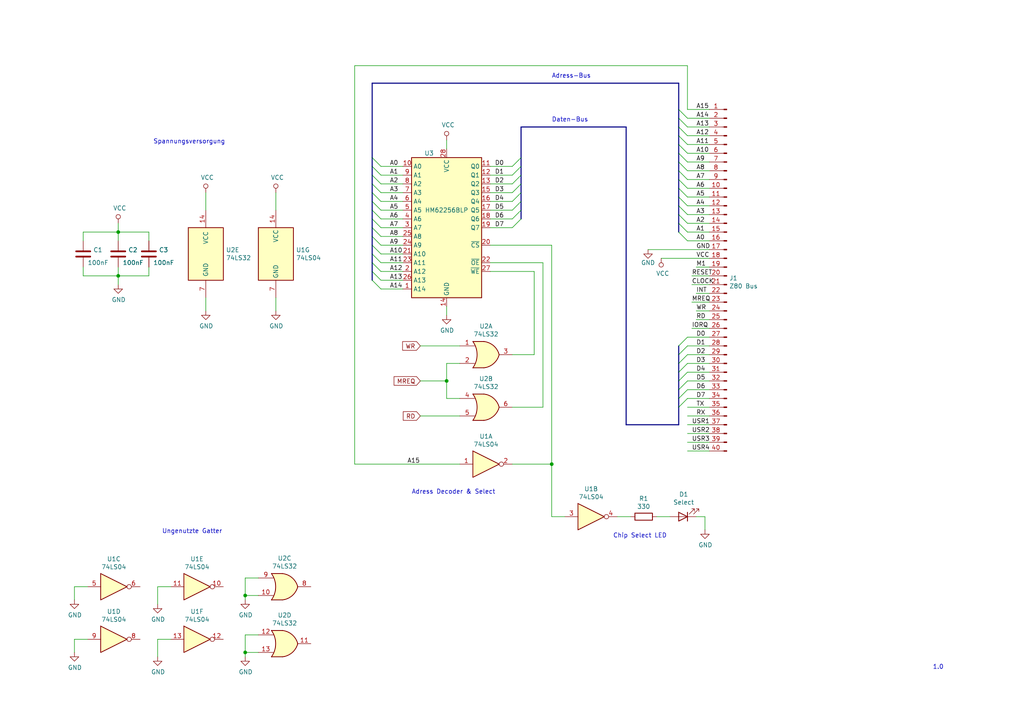
<source format=kicad_sch>
(kicad_sch
	(version 20231120)
	(generator "eeschema")
	(generator_version "8.0")
	(uuid "38a91310-d53f-4b5b-9fe4-42e1378d67d9")
	(paper "A4")
	(title_block
		(title "aZ80 RAM")
		(date "21.09.2022")
		(rev "1.1")
		(company "attraktor e.V. - Frank Hellmann")
	)
	(lib_symbols
		(symbol "74xx:74LS04"
			(exclude_from_sim no)
			(in_bom yes)
			(on_board yes)
			(property "Reference" "U"
				(at 0 1.27 0)
				(effects
					(font
						(size 1.27 1.27)
					)
				)
			)
			(property "Value" "74LS04"
				(at 0 -1.27 0)
				(effects
					(font
						(size 1.27 1.27)
					)
				)
			)
			(property "Footprint" ""
				(at 0 0 0)
				(effects
					(font
						(size 1.27 1.27)
					)
					(hide yes)
				)
			)
			(property "Datasheet" "http://www.ti.com/lit/gpn/sn74LS04"
				(at 0 0 0)
				(effects
					(font
						(size 1.27 1.27)
					)
					(hide yes)
				)
			)
			(property "Description" "Hex Inverter"
				(at 0 0 0)
				(effects
					(font
						(size 1.27 1.27)
					)
					(hide yes)
				)
			)
			(property "ki_locked" ""
				(at 0 0 0)
				(effects
					(font
						(size 1.27 1.27)
					)
				)
			)
			(property "ki_keywords" "TTL not inv"
				(at 0 0 0)
				(effects
					(font
						(size 1.27 1.27)
					)
					(hide yes)
				)
			)
			(property "ki_fp_filters" "DIP*W7.62mm* SSOP?14* TSSOP?14*"
				(at 0 0 0)
				(effects
					(font
						(size 1.27 1.27)
					)
					(hide yes)
				)
			)
			(symbol "74LS04_1_0"
				(polyline
					(pts
						(xy -3.81 3.81) (xy -3.81 -3.81) (xy 3.81 0) (xy -3.81 3.81)
					)
					(stroke
						(width 0.254)
						(type default)
					)
					(fill
						(type background)
					)
				)
				(pin input line
					(at -7.62 0 0)
					(length 3.81)
					(name "~"
						(effects
							(font
								(size 1.27 1.27)
							)
						)
					)
					(number "1"
						(effects
							(font
								(size 1.27 1.27)
							)
						)
					)
				)
				(pin output inverted
					(at 7.62 0 180)
					(length 3.81)
					(name "~"
						(effects
							(font
								(size 1.27 1.27)
							)
						)
					)
					(number "2"
						(effects
							(font
								(size 1.27 1.27)
							)
						)
					)
				)
			)
			(symbol "74LS04_2_0"
				(polyline
					(pts
						(xy -3.81 3.81) (xy -3.81 -3.81) (xy 3.81 0) (xy -3.81 3.81)
					)
					(stroke
						(width 0.254)
						(type default)
					)
					(fill
						(type background)
					)
				)
				(pin input line
					(at -7.62 0 0)
					(length 3.81)
					(name "~"
						(effects
							(font
								(size 1.27 1.27)
							)
						)
					)
					(number "3"
						(effects
							(font
								(size 1.27 1.27)
							)
						)
					)
				)
				(pin output inverted
					(at 7.62 0 180)
					(length 3.81)
					(name "~"
						(effects
							(font
								(size 1.27 1.27)
							)
						)
					)
					(number "4"
						(effects
							(font
								(size 1.27 1.27)
							)
						)
					)
				)
			)
			(symbol "74LS04_3_0"
				(polyline
					(pts
						(xy -3.81 3.81) (xy -3.81 -3.81) (xy 3.81 0) (xy -3.81 3.81)
					)
					(stroke
						(width 0.254)
						(type default)
					)
					(fill
						(type background)
					)
				)
				(pin input line
					(at -7.62 0 0)
					(length 3.81)
					(name "~"
						(effects
							(font
								(size 1.27 1.27)
							)
						)
					)
					(number "5"
						(effects
							(font
								(size 1.27 1.27)
							)
						)
					)
				)
				(pin output inverted
					(at 7.62 0 180)
					(length 3.81)
					(name "~"
						(effects
							(font
								(size 1.27 1.27)
							)
						)
					)
					(number "6"
						(effects
							(font
								(size 1.27 1.27)
							)
						)
					)
				)
			)
			(symbol "74LS04_4_0"
				(polyline
					(pts
						(xy -3.81 3.81) (xy -3.81 -3.81) (xy 3.81 0) (xy -3.81 3.81)
					)
					(stroke
						(width 0.254)
						(type default)
					)
					(fill
						(type background)
					)
				)
				(pin output inverted
					(at 7.62 0 180)
					(length 3.81)
					(name "~"
						(effects
							(font
								(size 1.27 1.27)
							)
						)
					)
					(number "8"
						(effects
							(font
								(size 1.27 1.27)
							)
						)
					)
				)
				(pin input line
					(at -7.62 0 0)
					(length 3.81)
					(name "~"
						(effects
							(font
								(size 1.27 1.27)
							)
						)
					)
					(number "9"
						(effects
							(font
								(size 1.27 1.27)
							)
						)
					)
				)
			)
			(symbol "74LS04_5_0"
				(polyline
					(pts
						(xy -3.81 3.81) (xy -3.81 -3.81) (xy 3.81 0) (xy -3.81 3.81)
					)
					(stroke
						(width 0.254)
						(type default)
					)
					(fill
						(type background)
					)
				)
				(pin output inverted
					(at 7.62 0 180)
					(length 3.81)
					(name "~"
						(effects
							(font
								(size 1.27 1.27)
							)
						)
					)
					(number "10"
						(effects
							(font
								(size 1.27 1.27)
							)
						)
					)
				)
				(pin input line
					(at -7.62 0 0)
					(length 3.81)
					(name "~"
						(effects
							(font
								(size 1.27 1.27)
							)
						)
					)
					(number "11"
						(effects
							(font
								(size 1.27 1.27)
							)
						)
					)
				)
			)
			(symbol "74LS04_6_0"
				(polyline
					(pts
						(xy -3.81 3.81) (xy -3.81 -3.81) (xy 3.81 0) (xy -3.81 3.81)
					)
					(stroke
						(width 0.254)
						(type default)
					)
					(fill
						(type background)
					)
				)
				(pin output inverted
					(at 7.62 0 180)
					(length 3.81)
					(name "~"
						(effects
							(font
								(size 1.27 1.27)
							)
						)
					)
					(number "12"
						(effects
							(font
								(size 1.27 1.27)
							)
						)
					)
				)
				(pin input line
					(at -7.62 0 0)
					(length 3.81)
					(name "~"
						(effects
							(font
								(size 1.27 1.27)
							)
						)
					)
					(number "13"
						(effects
							(font
								(size 1.27 1.27)
							)
						)
					)
				)
			)
			(symbol "74LS04_7_0"
				(pin power_in line
					(at 0 12.7 270)
					(length 5.08)
					(name "VCC"
						(effects
							(font
								(size 1.27 1.27)
							)
						)
					)
					(number "14"
						(effects
							(font
								(size 1.27 1.27)
							)
						)
					)
				)
				(pin power_in line
					(at 0 -12.7 90)
					(length 5.08)
					(name "GND"
						(effects
							(font
								(size 1.27 1.27)
							)
						)
					)
					(number "7"
						(effects
							(font
								(size 1.27 1.27)
							)
						)
					)
				)
			)
			(symbol "74LS04_7_1"
				(rectangle
					(start -5.08 7.62)
					(end 5.08 -7.62)
					(stroke
						(width 0.254)
						(type default)
					)
					(fill
						(type background)
					)
				)
			)
		)
		(symbol "74xx:74LS32"
			(pin_names
				(offset 1.016)
			)
			(exclude_from_sim no)
			(in_bom yes)
			(on_board yes)
			(property "Reference" "U"
				(at 0 1.27 0)
				(effects
					(font
						(size 1.27 1.27)
					)
				)
			)
			(property "Value" "74LS32"
				(at 0 -1.27 0)
				(effects
					(font
						(size 1.27 1.27)
					)
				)
			)
			(property "Footprint" ""
				(at 0 0 0)
				(effects
					(font
						(size 1.27 1.27)
					)
					(hide yes)
				)
			)
			(property "Datasheet" "http://www.ti.com/lit/gpn/sn74LS32"
				(at 0 0 0)
				(effects
					(font
						(size 1.27 1.27)
					)
					(hide yes)
				)
			)
			(property "Description" "Quad 2-input OR"
				(at 0 0 0)
				(effects
					(font
						(size 1.27 1.27)
					)
					(hide yes)
				)
			)
			(property "ki_locked" ""
				(at 0 0 0)
				(effects
					(font
						(size 1.27 1.27)
					)
				)
			)
			(property "ki_keywords" "TTL Or2"
				(at 0 0 0)
				(effects
					(font
						(size 1.27 1.27)
					)
					(hide yes)
				)
			)
			(property "ki_fp_filters" "DIP?14*"
				(at 0 0 0)
				(effects
					(font
						(size 1.27 1.27)
					)
					(hide yes)
				)
			)
			(symbol "74LS32_1_1"
				(arc
					(start -3.81 -3.81)
					(mid -2.589 0)
					(end -3.81 3.81)
					(stroke
						(width 0.254)
						(type default)
					)
					(fill
						(type none)
					)
				)
				(arc
					(start -0.6096 -3.81)
					(mid 2.1842 -2.5851)
					(end 3.81 0)
					(stroke
						(width 0.254)
						(type default)
					)
					(fill
						(type background)
					)
				)
				(polyline
					(pts
						(xy -3.81 -3.81) (xy -0.635 -3.81)
					)
					(stroke
						(width 0.254)
						(type default)
					)
					(fill
						(type background)
					)
				)
				(polyline
					(pts
						(xy -3.81 3.81) (xy -0.635 3.81)
					)
					(stroke
						(width 0.254)
						(type default)
					)
					(fill
						(type background)
					)
				)
				(polyline
					(pts
						(xy -0.635 3.81) (xy -3.81 3.81) (xy -3.81 3.81) (xy -3.556 3.4036) (xy -3.0226 2.2606) (xy -2.6924 1.0414)
						(xy -2.6162 -0.254) (xy -2.7686 -1.4986) (xy -3.175 -2.7178) (xy -3.81 -3.81) (xy -3.81 -3.81)
						(xy -0.635 -3.81)
					)
					(stroke
						(width -25.4)
						(type default)
					)
					(fill
						(type background)
					)
				)
				(arc
					(start 3.81 0)
					(mid 2.1915 2.5936)
					(end -0.6096 3.81)
					(stroke
						(width 0.254)
						(type default)
					)
					(fill
						(type background)
					)
				)
				(pin input line
					(at -7.62 2.54 0)
					(length 4.318)
					(name "~"
						(effects
							(font
								(size 1.27 1.27)
							)
						)
					)
					(number "1"
						(effects
							(font
								(size 1.27 1.27)
							)
						)
					)
				)
				(pin input line
					(at -7.62 -2.54 0)
					(length 4.318)
					(name "~"
						(effects
							(font
								(size 1.27 1.27)
							)
						)
					)
					(number "2"
						(effects
							(font
								(size 1.27 1.27)
							)
						)
					)
				)
				(pin output line
					(at 7.62 0 180)
					(length 3.81)
					(name "~"
						(effects
							(font
								(size 1.27 1.27)
							)
						)
					)
					(number "3"
						(effects
							(font
								(size 1.27 1.27)
							)
						)
					)
				)
			)
			(symbol "74LS32_1_2"
				(arc
					(start 0 -3.81)
					(mid 3.7934 0)
					(end 0 3.81)
					(stroke
						(width 0.254)
						(type default)
					)
					(fill
						(type background)
					)
				)
				(polyline
					(pts
						(xy 0 3.81) (xy -3.81 3.81) (xy -3.81 -3.81) (xy 0 -3.81)
					)
					(stroke
						(width 0.254)
						(type default)
					)
					(fill
						(type background)
					)
				)
				(pin input inverted
					(at -7.62 2.54 0)
					(length 3.81)
					(name "~"
						(effects
							(font
								(size 1.27 1.27)
							)
						)
					)
					(number "1"
						(effects
							(font
								(size 1.27 1.27)
							)
						)
					)
				)
				(pin input inverted
					(at -7.62 -2.54 0)
					(length 3.81)
					(name "~"
						(effects
							(font
								(size 1.27 1.27)
							)
						)
					)
					(number "2"
						(effects
							(font
								(size 1.27 1.27)
							)
						)
					)
				)
				(pin output inverted
					(at 7.62 0 180)
					(length 3.81)
					(name "~"
						(effects
							(font
								(size 1.27 1.27)
							)
						)
					)
					(number "3"
						(effects
							(font
								(size 1.27 1.27)
							)
						)
					)
				)
			)
			(symbol "74LS32_2_1"
				(arc
					(start -3.81 -3.81)
					(mid -2.589 0)
					(end -3.81 3.81)
					(stroke
						(width 0.254)
						(type default)
					)
					(fill
						(type none)
					)
				)
				(arc
					(start -0.6096 -3.81)
					(mid 2.1842 -2.5851)
					(end 3.81 0)
					(stroke
						(width 0.254)
						(type default)
					)
					(fill
						(type background)
					)
				)
				(polyline
					(pts
						(xy -3.81 -3.81) (xy -0.635 -3.81)
					)
					(stroke
						(width 0.254)
						(type default)
					)
					(fill
						(type background)
					)
				)
				(polyline
					(pts
						(xy -3.81 3.81) (xy -0.635 3.81)
					)
					(stroke
						(width 0.254)
						(type default)
					)
					(fill
						(type background)
					)
				)
				(polyline
					(pts
						(xy -0.635 3.81) (xy -3.81 3.81) (xy -3.81 3.81) (xy -3.556 3.4036) (xy -3.0226 2.2606) (xy -2.6924 1.0414)
						(xy -2.6162 -0.254) (xy -2.7686 -1.4986) (xy -3.175 -2.7178) (xy -3.81 -3.81) (xy -3.81 -3.81)
						(xy -0.635 -3.81)
					)
					(stroke
						(width -25.4)
						(type default)
					)
					(fill
						(type background)
					)
				)
				(arc
					(start 3.81 0)
					(mid 2.1915 2.5936)
					(end -0.6096 3.81)
					(stroke
						(width 0.254)
						(type default)
					)
					(fill
						(type background)
					)
				)
				(pin input line
					(at -7.62 2.54 0)
					(length 4.318)
					(name "~"
						(effects
							(font
								(size 1.27 1.27)
							)
						)
					)
					(number "4"
						(effects
							(font
								(size 1.27 1.27)
							)
						)
					)
				)
				(pin input line
					(at -7.62 -2.54 0)
					(length 4.318)
					(name "~"
						(effects
							(font
								(size 1.27 1.27)
							)
						)
					)
					(number "5"
						(effects
							(font
								(size 1.27 1.27)
							)
						)
					)
				)
				(pin output line
					(at 7.62 0 180)
					(length 3.81)
					(name "~"
						(effects
							(font
								(size 1.27 1.27)
							)
						)
					)
					(number "6"
						(effects
							(font
								(size 1.27 1.27)
							)
						)
					)
				)
			)
			(symbol "74LS32_2_2"
				(arc
					(start 0 -3.81)
					(mid 3.7934 0)
					(end 0 3.81)
					(stroke
						(width 0.254)
						(type default)
					)
					(fill
						(type background)
					)
				)
				(polyline
					(pts
						(xy 0 3.81) (xy -3.81 3.81) (xy -3.81 -3.81) (xy 0 -3.81)
					)
					(stroke
						(width 0.254)
						(type default)
					)
					(fill
						(type background)
					)
				)
				(pin input inverted
					(at -7.62 2.54 0)
					(length 3.81)
					(name "~"
						(effects
							(font
								(size 1.27 1.27)
							)
						)
					)
					(number "4"
						(effects
							(font
								(size 1.27 1.27)
							)
						)
					)
				)
				(pin input inverted
					(at -7.62 -2.54 0)
					(length 3.81)
					(name "~"
						(effects
							(font
								(size 1.27 1.27)
							)
						)
					)
					(number "5"
						(effects
							(font
								(size 1.27 1.27)
							)
						)
					)
				)
				(pin output inverted
					(at 7.62 0 180)
					(length 3.81)
					(name "~"
						(effects
							(font
								(size 1.27 1.27)
							)
						)
					)
					(number "6"
						(effects
							(font
								(size 1.27 1.27)
							)
						)
					)
				)
			)
			(symbol "74LS32_3_1"
				(arc
					(start -3.81 -3.81)
					(mid -2.589 0)
					(end -3.81 3.81)
					(stroke
						(width 0.254)
						(type default)
					)
					(fill
						(type none)
					)
				)
				(arc
					(start -0.6096 -3.81)
					(mid 2.1842 -2.5851)
					(end 3.81 0)
					(stroke
						(width 0.254)
						(type default)
					)
					(fill
						(type background)
					)
				)
				(polyline
					(pts
						(xy -3.81 -3.81) (xy -0.635 -3.81)
					)
					(stroke
						(width 0.254)
						(type default)
					)
					(fill
						(type background)
					)
				)
				(polyline
					(pts
						(xy -3.81 3.81) (xy -0.635 3.81)
					)
					(stroke
						(width 0.254)
						(type default)
					)
					(fill
						(type background)
					)
				)
				(polyline
					(pts
						(xy -0.635 3.81) (xy -3.81 3.81) (xy -3.81 3.81) (xy -3.556 3.4036) (xy -3.0226 2.2606) (xy -2.6924 1.0414)
						(xy -2.6162 -0.254) (xy -2.7686 -1.4986) (xy -3.175 -2.7178) (xy -3.81 -3.81) (xy -3.81 -3.81)
						(xy -0.635 -3.81)
					)
					(stroke
						(width -25.4)
						(type default)
					)
					(fill
						(type background)
					)
				)
				(arc
					(start 3.81 0)
					(mid 2.1915 2.5936)
					(end -0.6096 3.81)
					(stroke
						(width 0.254)
						(type default)
					)
					(fill
						(type background)
					)
				)
				(pin input line
					(at -7.62 -2.54 0)
					(length 4.318)
					(name "~"
						(effects
							(font
								(size 1.27 1.27)
							)
						)
					)
					(number "10"
						(effects
							(font
								(size 1.27 1.27)
							)
						)
					)
				)
				(pin output line
					(at 7.62 0 180)
					(length 3.81)
					(name "~"
						(effects
							(font
								(size 1.27 1.27)
							)
						)
					)
					(number "8"
						(effects
							(font
								(size 1.27 1.27)
							)
						)
					)
				)
				(pin input line
					(at -7.62 2.54 0)
					(length 4.318)
					(name "~"
						(effects
							(font
								(size 1.27 1.27)
							)
						)
					)
					(number "9"
						(effects
							(font
								(size 1.27 1.27)
							)
						)
					)
				)
			)
			(symbol "74LS32_3_2"
				(arc
					(start 0 -3.81)
					(mid 3.7934 0)
					(end 0 3.81)
					(stroke
						(width 0.254)
						(type default)
					)
					(fill
						(type background)
					)
				)
				(polyline
					(pts
						(xy 0 3.81) (xy -3.81 3.81) (xy -3.81 -3.81) (xy 0 -3.81)
					)
					(stroke
						(width 0.254)
						(type default)
					)
					(fill
						(type background)
					)
				)
				(pin input inverted
					(at -7.62 -2.54 0)
					(length 3.81)
					(name "~"
						(effects
							(font
								(size 1.27 1.27)
							)
						)
					)
					(number "10"
						(effects
							(font
								(size 1.27 1.27)
							)
						)
					)
				)
				(pin output inverted
					(at 7.62 0 180)
					(length 3.81)
					(name "~"
						(effects
							(font
								(size 1.27 1.27)
							)
						)
					)
					(number "8"
						(effects
							(font
								(size 1.27 1.27)
							)
						)
					)
				)
				(pin input inverted
					(at -7.62 2.54 0)
					(length 3.81)
					(name "~"
						(effects
							(font
								(size 1.27 1.27)
							)
						)
					)
					(number "9"
						(effects
							(font
								(size 1.27 1.27)
							)
						)
					)
				)
			)
			(symbol "74LS32_4_1"
				(arc
					(start -3.81 -3.81)
					(mid -2.589 0)
					(end -3.81 3.81)
					(stroke
						(width 0.254)
						(type default)
					)
					(fill
						(type none)
					)
				)
				(arc
					(start -0.6096 -3.81)
					(mid 2.1842 -2.5851)
					(end 3.81 0)
					(stroke
						(width 0.254)
						(type default)
					)
					(fill
						(type background)
					)
				)
				(polyline
					(pts
						(xy -3.81 -3.81) (xy -0.635 -3.81)
					)
					(stroke
						(width 0.254)
						(type default)
					)
					(fill
						(type background)
					)
				)
				(polyline
					(pts
						(xy -3.81 3.81) (xy -0.635 3.81)
					)
					(stroke
						(width 0.254)
						(type default)
					)
					(fill
						(type background)
					)
				)
				(polyline
					(pts
						(xy -0.635 3.81) (xy -3.81 3.81) (xy -3.81 3.81) (xy -3.556 3.4036) (xy -3.0226 2.2606) (xy -2.6924 1.0414)
						(xy -2.6162 -0.254) (xy -2.7686 -1.4986) (xy -3.175 -2.7178) (xy -3.81 -3.81) (xy -3.81 -3.81)
						(xy -0.635 -3.81)
					)
					(stroke
						(width -25.4)
						(type default)
					)
					(fill
						(type background)
					)
				)
				(arc
					(start 3.81 0)
					(mid 2.1915 2.5936)
					(end -0.6096 3.81)
					(stroke
						(width 0.254)
						(type default)
					)
					(fill
						(type background)
					)
				)
				(pin output line
					(at 7.62 0 180)
					(length 3.81)
					(name "~"
						(effects
							(font
								(size 1.27 1.27)
							)
						)
					)
					(number "11"
						(effects
							(font
								(size 1.27 1.27)
							)
						)
					)
				)
				(pin input line
					(at -7.62 2.54 0)
					(length 4.318)
					(name "~"
						(effects
							(font
								(size 1.27 1.27)
							)
						)
					)
					(number "12"
						(effects
							(font
								(size 1.27 1.27)
							)
						)
					)
				)
				(pin input line
					(at -7.62 -2.54 0)
					(length 4.318)
					(name "~"
						(effects
							(font
								(size 1.27 1.27)
							)
						)
					)
					(number "13"
						(effects
							(font
								(size 1.27 1.27)
							)
						)
					)
				)
			)
			(symbol "74LS32_4_2"
				(arc
					(start 0 -3.81)
					(mid 3.7934 0)
					(end 0 3.81)
					(stroke
						(width 0.254)
						(type default)
					)
					(fill
						(type background)
					)
				)
				(polyline
					(pts
						(xy 0 3.81) (xy -3.81 3.81) (xy -3.81 -3.81) (xy 0 -3.81)
					)
					(stroke
						(width 0.254)
						(type default)
					)
					(fill
						(type background)
					)
				)
				(pin output inverted
					(at 7.62 0 180)
					(length 3.81)
					(name "~"
						(effects
							(font
								(size 1.27 1.27)
							)
						)
					)
					(number "11"
						(effects
							(font
								(size 1.27 1.27)
							)
						)
					)
				)
				(pin input inverted
					(at -7.62 2.54 0)
					(length 3.81)
					(name "~"
						(effects
							(font
								(size 1.27 1.27)
							)
						)
					)
					(number "12"
						(effects
							(font
								(size 1.27 1.27)
							)
						)
					)
				)
				(pin input inverted
					(at -7.62 -2.54 0)
					(length 3.81)
					(name "~"
						(effects
							(font
								(size 1.27 1.27)
							)
						)
					)
					(number "13"
						(effects
							(font
								(size 1.27 1.27)
							)
						)
					)
				)
			)
			(symbol "74LS32_5_0"
				(pin power_in line
					(at 0 12.7 270)
					(length 5.08)
					(name "VCC"
						(effects
							(font
								(size 1.27 1.27)
							)
						)
					)
					(number "14"
						(effects
							(font
								(size 1.27 1.27)
							)
						)
					)
				)
				(pin power_in line
					(at 0 -12.7 90)
					(length 5.08)
					(name "GND"
						(effects
							(font
								(size 1.27 1.27)
							)
						)
					)
					(number "7"
						(effects
							(font
								(size 1.27 1.27)
							)
						)
					)
				)
			)
			(symbol "74LS32_5_1"
				(rectangle
					(start -5.08 7.62)
					(end 5.08 -7.62)
					(stroke
						(width 0.254)
						(type default)
					)
					(fill
						(type background)
					)
				)
			)
		)
		(symbol "Device:C"
			(pin_numbers hide)
			(pin_names
				(offset 0.254)
			)
			(exclude_from_sim no)
			(in_bom yes)
			(on_board yes)
			(property "Reference" "C"
				(at 0.635 2.54 0)
				(effects
					(font
						(size 1.27 1.27)
					)
					(justify left)
				)
			)
			(property "Value" "C"
				(at 0.635 -2.54 0)
				(effects
					(font
						(size 1.27 1.27)
					)
					(justify left)
				)
			)
			(property "Footprint" ""
				(at 0.9652 -3.81 0)
				(effects
					(font
						(size 1.27 1.27)
					)
					(hide yes)
				)
			)
			(property "Datasheet" "~"
				(at 0 0 0)
				(effects
					(font
						(size 1.27 1.27)
					)
					(hide yes)
				)
			)
			(property "Description" "Unpolarized capacitor"
				(at 0 0 0)
				(effects
					(font
						(size 1.27 1.27)
					)
					(hide yes)
				)
			)
			(property "ki_keywords" "cap capacitor"
				(at 0 0 0)
				(effects
					(font
						(size 1.27 1.27)
					)
					(hide yes)
				)
			)
			(property "ki_fp_filters" "C_*"
				(at 0 0 0)
				(effects
					(font
						(size 1.27 1.27)
					)
					(hide yes)
				)
			)
			(symbol "C_0_1"
				(polyline
					(pts
						(xy -2.032 -0.762) (xy 2.032 -0.762)
					)
					(stroke
						(width 0.508)
						(type default)
					)
					(fill
						(type none)
					)
				)
				(polyline
					(pts
						(xy -2.032 0.762) (xy 2.032 0.762)
					)
					(stroke
						(width 0.508)
						(type default)
					)
					(fill
						(type none)
					)
				)
			)
			(symbol "C_1_1"
				(pin passive line
					(at 0 3.81 270)
					(length 2.794)
					(name "~"
						(effects
							(font
								(size 1.27 1.27)
							)
						)
					)
					(number "1"
						(effects
							(font
								(size 1.27 1.27)
							)
						)
					)
				)
				(pin passive line
					(at 0 -3.81 90)
					(length 2.794)
					(name "~"
						(effects
							(font
								(size 1.27 1.27)
							)
						)
					)
					(number "2"
						(effects
							(font
								(size 1.27 1.27)
							)
						)
					)
				)
			)
		)
		(symbol "Device:LED"
			(pin_numbers hide)
			(pin_names
				(offset 1.016) hide)
			(exclude_from_sim no)
			(in_bom yes)
			(on_board yes)
			(property "Reference" "D"
				(at 0 2.54 0)
				(effects
					(font
						(size 1.27 1.27)
					)
				)
			)
			(property "Value" "LED"
				(at 0 -2.54 0)
				(effects
					(font
						(size 1.27 1.27)
					)
				)
			)
			(property "Footprint" ""
				(at 0 0 0)
				(effects
					(font
						(size 1.27 1.27)
					)
					(hide yes)
				)
			)
			(property "Datasheet" "~"
				(at 0 0 0)
				(effects
					(font
						(size 1.27 1.27)
					)
					(hide yes)
				)
			)
			(property "Description" "Light emitting diode"
				(at 0 0 0)
				(effects
					(font
						(size 1.27 1.27)
					)
					(hide yes)
				)
			)
			(property "ki_keywords" "LED diode"
				(at 0 0 0)
				(effects
					(font
						(size 1.27 1.27)
					)
					(hide yes)
				)
			)
			(property "ki_fp_filters" "LED* LED_SMD:* LED_THT:*"
				(at 0 0 0)
				(effects
					(font
						(size 1.27 1.27)
					)
					(hide yes)
				)
			)
			(symbol "LED_0_1"
				(polyline
					(pts
						(xy -1.27 -1.27) (xy -1.27 1.27)
					)
					(stroke
						(width 0.254)
						(type default)
					)
					(fill
						(type none)
					)
				)
				(polyline
					(pts
						(xy -1.27 0) (xy 1.27 0)
					)
					(stroke
						(width 0)
						(type default)
					)
					(fill
						(type none)
					)
				)
				(polyline
					(pts
						(xy 1.27 -1.27) (xy 1.27 1.27) (xy -1.27 0) (xy 1.27 -1.27)
					)
					(stroke
						(width 0.254)
						(type default)
					)
					(fill
						(type none)
					)
				)
				(polyline
					(pts
						(xy -3.048 -0.762) (xy -4.572 -2.286) (xy -3.81 -2.286) (xy -4.572 -2.286) (xy -4.572 -1.524)
					)
					(stroke
						(width 0)
						(type default)
					)
					(fill
						(type none)
					)
				)
				(polyline
					(pts
						(xy -1.778 -0.762) (xy -3.302 -2.286) (xy -2.54 -2.286) (xy -3.302 -2.286) (xy -3.302 -1.524)
					)
					(stroke
						(width 0)
						(type default)
					)
					(fill
						(type none)
					)
				)
			)
			(symbol "LED_1_1"
				(pin passive line
					(at -3.81 0 0)
					(length 2.54)
					(name "K"
						(effects
							(font
								(size 1.27 1.27)
							)
						)
					)
					(number "1"
						(effects
							(font
								(size 1.27 1.27)
							)
						)
					)
				)
				(pin passive line
					(at 3.81 0 180)
					(length 2.54)
					(name "A"
						(effects
							(font
								(size 1.27 1.27)
							)
						)
					)
					(number "2"
						(effects
							(font
								(size 1.27 1.27)
							)
						)
					)
				)
			)
		)
		(symbol "Device:R"
			(pin_numbers hide)
			(pin_names
				(offset 0)
			)
			(exclude_from_sim no)
			(in_bom yes)
			(on_board yes)
			(property "Reference" "R"
				(at 2.032 0 90)
				(effects
					(font
						(size 1.27 1.27)
					)
				)
			)
			(property "Value" "R"
				(at 0 0 90)
				(effects
					(font
						(size 1.27 1.27)
					)
				)
			)
			(property "Footprint" ""
				(at -1.778 0 90)
				(effects
					(font
						(size 1.27 1.27)
					)
					(hide yes)
				)
			)
			(property "Datasheet" "~"
				(at 0 0 0)
				(effects
					(font
						(size 1.27 1.27)
					)
					(hide yes)
				)
			)
			(property "Description" "Resistor"
				(at 0 0 0)
				(effects
					(font
						(size 1.27 1.27)
					)
					(hide yes)
				)
			)
			(property "ki_keywords" "R res resistor"
				(at 0 0 0)
				(effects
					(font
						(size 1.27 1.27)
					)
					(hide yes)
				)
			)
			(property "ki_fp_filters" "R_*"
				(at 0 0 0)
				(effects
					(font
						(size 1.27 1.27)
					)
					(hide yes)
				)
			)
			(symbol "R_0_1"
				(rectangle
					(start -1.016 -2.54)
					(end 1.016 2.54)
					(stroke
						(width 0.254)
						(type default)
					)
					(fill
						(type none)
					)
				)
			)
			(symbol "R_1_1"
				(pin passive line
					(at 0 3.81 270)
					(length 1.27)
					(name "~"
						(effects
							(font
								(size 1.27 1.27)
							)
						)
					)
					(number "1"
						(effects
							(font
								(size 1.27 1.27)
							)
						)
					)
				)
				(pin passive line
					(at 0 -3.81 90)
					(length 1.27)
					(name "~"
						(effects
							(font
								(size 1.27 1.27)
							)
						)
					)
					(number "2"
						(effects
							(font
								(size 1.27 1.27)
							)
						)
					)
				)
			)
		)
		(symbol "Memory_RAM:HM62256BLP"
			(exclude_from_sim no)
			(in_bom yes)
			(on_board yes)
			(property "Reference" "U"
				(at -10.16 20.955 0)
				(effects
					(font
						(size 1.27 1.27)
					)
					(justify left bottom)
				)
			)
			(property "Value" "HM62256BLP"
				(at 2.54 20.955 0)
				(effects
					(font
						(size 1.27 1.27)
					)
					(justify left bottom)
				)
			)
			(property "Footprint" "Package_DIP:DIP-28_W15.24mm"
				(at 0 -2.54 0)
				(effects
					(font
						(size 1.27 1.27)
					)
					(hide yes)
				)
			)
			(property "Datasheet" "https://web.mit.edu/6.115/www/document/62256.pdf"
				(at 0 -2.54 0)
				(effects
					(font
						(size 1.27 1.27)
					)
					(hide yes)
				)
			)
			(property "Description" "32,768-word × 8-bit High Speed CMOS Static RAM, 70ns, DIP-28"
				(at 0 0 0)
				(effects
					(font
						(size 1.27 1.27)
					)
					(hide yes)
				)
			)
			(property "ki_keywords" "RAM SRAM CMOS MEMORY"
				(at 0 0 0)
				(effects
					(font
						(size 1.27 1.27)
					)
					(hide yes)
				)
			)
			(property "ki_fp_filters" "DIP*W15.24mm*"
				(at 0 0 0)
				(effects
					(font
						(size 1.27 1.27)
					)
					(hide yes)
				)
			)
			(symbol "HM62256BLP_0_0"
				(pin power_in line
					(at 0 -22.86 90)
					(length 2.54)
					(name "GND"
						(effects
							(font
								(size 1.27 1.27)
							)
						)
					)
					(number "14"
						(effects
							(font
								(size 1.27 1.27)
							)
						)
					)
				)
				(pin power_in line
					(at 0 22.86 270)
					(length 2.54)
					(name "VCC"
						(effects
							(font
								(size 1.27 1.27)
							)
						)
					)
					(number "28"
						(effects
							(font
								(size 1.27 1.27)
							)
						)
					)
				)
			)
			(symbol "HM62256BLP_0_1"
				(rectangle
					(start -10.16 20.32)
					(end 10.16 -20.32)
					(stroke
						(width 0.254)
						(type solid)
					)
					(fill
						(type background)
					)
				)
			)
			(symbol "HM62256BLP_1_1"
				(pin input line
					(at -12.7 -17.78 0)
					(length 2.54)
					(name "A14"
						(effects
							(font
								(size 1.27 1.27)
							)
						)
					)
					(number "1"
						(effects
							(font
								(size 1.27 1.27)
							)
						)
					)
				)
				(pin input line
					(at -12.7 17.78 0)
					(length 2.54)
					(name "A0"
						(effects
							(font
								(size 1.27 1.27)
							)
						)
					)
					(number "10"
						(effects
							(font
								(size 1.27 1.27)
							)
						)
					)
				)
				(pin tri_state line
					(at 12.7 17.78 180)
					(length 2.54)
					(name "Q0"
						(effects
							(font
								(size 1.27 1.27)
							)
						)
					)
					(number "11"
						(effects
							(font
								(size 1.27 1.27)
							)
						)
					)
				)
				(pin tri_state line
					(at 12.7 15.24 180)
					(length 2.54)
					(name "Q1"
						(effects
							(font
								(size 1.27 1.27)
							)
						)
					)
					(number "12"
						(effects
							(font
								(size 1.27 1.27)
							)
						)
					)
				)
				(pin tri_state line
					(at 12.7 12.7 180)
					(length 2.54)
					(name "Q2"
						(effects
							(font
								(size 1.27 1.27)
							)
						)
					)
					(number "13"
						(effects
							(font
								(size 1.27 1.27)
							)
						)
					)
				)
				(pin tri_state line
					(at 12.7 10.16 180)
					(length 2.54)
					(name "Q3"
						(effects
							(font
								(size 1.27 1.27)
							)
						)
					)
					(number "15"
						(effects
							(font
								(size 1.27 1.27)
							)
						)
					)
				)
				(pin tri_state line
					(at 12.7 7.62 180)
					(length 2.54)
					(name "Q4"
						(effects
							(font
								(size 1.27 1.27)
							)
						)
					)
					(number "16"
						(effects
							(font
								(size 1.27 1.27)
							)
						)
					)
				)
				(pin tri_state line
					(at 12.7 5.08 180)
					(length 2.54)
					(name "Q5"
						(effects
							(font
								(size 1.27 1.27)
							)
						)
					)
					(number "17"
						(effects
							(font
								(size 1.27 1.27)
							)
						)
					)
				)
				(pin tri_state line
					(at 12.7 2.54 180)
					(length 2.54)
					(name "Q6"
						(effects
							(font
								(size 1.27 1.27)
							)
						)
					)
					(number "18"
						(effects
							(font
								(size 1.27 1.27)
							)
						)
					)
				)
				(pin tri_state line
					(at 12.7 0 180)
					(length 2.54)
					(name "Q7"
						(effects
							(font
								(size 1.27 1.27)
							)
						)
					)
					(number "19"
						(effects
							(font
								(size 1.27 1.27)
							)
						)
					)
				)
				(pin input line
					(at -12.7 -12.7 0)
					(length 2.54)
					(name "A12"
						(effects
							(font
								(size 1.27 1.27)
							)
						)
					)
					(number "2"
						(effects
							(font
								(size 1.27 1.27)
							)
						)
					)
				)
				(pin input line
					(at 12.7 -5.08 180)
					(length 2.54)
					(name "~{CS}"
						(effects
							(font
								(size 1.27 1.27)
							)
						)
					)
					(number "20"
						(effects
							(font
								(size 1.27 1.27)
							)
						)
					)
				)
				(pin input line
					(at -12.7 -7.62 0)
					(length 2.54)
					(name "A10"
						(effects
							(font
								(size 1.27 1.27)
							)
						)
					)
					(number "21"
						(effects
							(font
								(size 1.27 1.27)
							)
						)
					)
				)
				(pin input line
					(at 12.7 -10.16 180)
					(length 2.54)
					(name "~{OE}"
						(effects
							(font
								(size 1.27 1.27)
							)
						)
					)
					(number "22"
						(effects
							(font
								(size 1.27 1.27)
							)
						)
					)
				)
				(pin input line
					(at -12.7 -10.16 0)
					(length 2.54)
					(name "A11"
						(effects
							(font
								(size 1.27 1.27)
							)
						)
					)
					(number "23"
						(effects
							(font
								(size 1.27 1.27)
							)
						)
					)
				)
				(pin input line
					(at -12.7 -5.08 0)
					(length 2.54)
					(name "A9"
						(effects
							(font
								(size 1.27 1.27)
							)
						)
					)
					(number "24"
						(effects
							(font
								(size 1.27 1.27)
							)
						)
					)
				)
				(pin input line
					(at -12.7 -2.54 0)
					(length 2.54)
					(name "A8"
						(effects
							(font
								(size 1.27 1.27)
							)
						)
					)
					(number "25"
						(effects
							(font
								(size 1.27 1.27)
							)
						)
					)
				)
				(pin input line
					(at -12.7 -15.24 0)
					(length 2.54)
					(name "A13"
						(effects
							(font
								(size 1.27 1.27)
							)
						)
					)
					(number "26"
						(effects
							(font
								(size 1.27 1.27)
							)
						)
					)
				)
				(pin input line
					(at 12.7 -12.7 180)
					(length 2.54)
					(name "~{WE}"
						(effects
							(font
								(size 1.27 1.27)
							)
						)
					)
					(number "27"
						(effects
							(font
								(size 1.27 1.27)
							)
						)
					)
				)
				(pin input line
					(at -12.7 0 0)
					(length 2.54)
					(name "A7"
						(effects
							(font
								(size 1.27 1.27)
							)
						)
					)
					(number "3"
						(effects
							(font
								(size 1.27 1.27)
							)
						)
					)
				)
				(pin input line
					(at -12.7 2.54 0)
					(length 2.54)
					(name "A6"
						(effects
							(font
								(size 1.27 1.27)
							)
						)
					)
					(number "4"
						(effects
							(font
								(size 1.27 1.27)
							)
						)
					)
				)
				(pin input line
					(at -12.7 5.08 0)
					(length 2.54)
					(name "A5"
						(effects
							(font
								(size 1.27 1.27)
							)
						)
					)
					(number "5"
						(effects
							(font
								(size 1.27 1.27)
							)
						)
					)
				)
				(pin input line
					(at -12.7 7.62 0)
					(length 2.54)
					(name "A4"
						(effects
							(font
								(size 1.27 1.27)
							)
						)
					)
					(number "6"
						(effects
							(font
								(size 1.27 1.27)
							)
						)
					)
				)
				(pin input line
					(at -12.7 10.16 0)
					(length 2.54)
					(name "A3"
						(effects
							(font
								(size 1.27 1.27)
							)
						)
					)
					(number "7"
						(effects
							(font
								(size 1.27 1.27)
							)
						)
					)
				)
				(pin input line
					(at -12.7 12.7 0)
					(length 2.54)
					(name "A2"
						(effects
							(font
								(size 1.27 1.27)
							)
						)
					)
					(number "8"
						(effects
							(font
								(size 1.27 1.27)
							)
						)
					)
				)
				(pin input line
					(at -12.7 15.24 0)
					(length 2.54)
					(name "A1"
						(effects
							(font
								(size 1.27 1.27)
							)
						)
					)
					(number "9"
						(effects
							(font
								(size 1.27 1.27)
							)
						)
					)
				)
			)
		)
		(symbol "aZ80_RAM-rescue:Conn_01x40_Male-Connector"
			(pin_names
				(offset 1.016) hide)
			(exclude_from_sim no)
			(in_bom yes)
			(on_board yes)
			(property "Reference" "J"
				(at 0 50.8 0)
				(effects
					(font
						(size 1.27 1.27)
					)
				)
			)
			(property "Value" "Connector_Conn_01x40_Male"
				(at 0 -53.34 0)
				(effects
					(font
						(size 1.27 1.27)
					)
				)
			)
			(property "Footprint" ""
				(at 0 0 0)
				(effects
					(font
						(size 1.27 1.27)
					)
					(hide yes)
				)
			)
			(property "Datasheet" ""
				(at 0 0 0)
				(effects
					(font
						(size 1.27 1.27)
					)
					(hide yes)
				)
			)
			(property "Description" ""
				(at 0 0 0)
				(effects
					(font
						(size 1.27 1.27)
					)
					(hide yes)
				)
			)
			(property "ki_fp_filters" "Connector*:*_1x??_*"
				(at 0 0 0)
				(effects
					(font
						(size 1.27 1.27)
					)
					(hide yes)
				)
			)
			(symbol "Conn_01x40_Male-Connector_1_1"
				(polyline
					(pts
						(xy 1.27 -50.8) (xy 0.8636 -50.8)
					)
					(stroke
						(width 0.1524)
						(type solid)
					)
					(fill
						(type none)
					)
				)
				(polyline
					(pts
						(xy 1.27 -48.26) (xy 0.8636 -48.26)
					)
					(stroke
						(width 0.1524)
						(type solid)
					)
					(fill
						(type none)
					)
				)
				(polyline
					(pts
						(xy 1.27 -45.72) (xy 0.8636 -45.72)
					)
					(stroke
						(width 0.1524)
						(type solid)
					)
					(fill
						(type none)
					)
				)
				(polyline
					(pts
						(xy 1.27 -43.18) (xy 0.8636 -43.18)
					)
					(stroke
						(width 0.1524)
						(type solid)
					)
					(fill
						(type none)
					)
				)
				(polyline
					(pts
						(xy 1.27 -40.64) (xy 0.8636 -40.64)
					)
					(stroke
						(width 0.1524)
						(type solid)
					)
					(fill
						(type none)
					)
				)
				(polyline
					(pts
						(xy 1.27 -38.1) (xy 0.8636 -38.1)
					)
					(stroke
						(width 0.1524)
						(type solid)
					)
					(fill
						(type none)
					)
				)
				(polyline
					(pts
						(xy 1.27 -35.56) (xy 0.8636 -35.56)
					)
					(stroke
						(width 0.1524)
						(type solid)
					)
					(fill
						(type none)
					)
				)
				(polyline
					(pts
						(xy 1.27 -33.02) (xy 0.8636 -33.02)
					)
					(stroke
						(width 0.1524)
						(type solid)
					)
					(fill
						(type none)
					)
				)
				(polyline
					(pts
						(xy 1.27 -30.48) (xy 0.8636 -30.48)
					)
					(stroke
						(width 0.1524)
						(type solid)
					)
					(fill
						(type none)
					)
				)
				(polyline
					(pts
						(xy 1.27 -27.94) (xy 0.8636 -27.94)
					)
					(stroke
						(width 0.1524)
						(type solid)
					)
					(fill
						(type none)
					)
				)
				(polyline
					(pts
						(xy 1.27 -25.4) (xy 0.8636 -25.4)
					)
					(stroke
						(width 0.1524)
						(type solid)
					)
					(fill
						(type none)
					)
				)
				(polyline
					(pts
						(xy 1.27 -22.86) (xy 0.8636 -22.86)
					)
					(stroke
						(width 0.1524)
						(type solid)
					)
					(fill
						(type none)
					)
				)
				(polyline
					(pts
						(xy 1.27 -20.32) (xy 0.8636 -20.32)
					)
					(stroke
						(width 0.1524)
						(type solid)
					)
					(fill
						(type none)
					)
				)
				(polyline
					(pts
						(xy 1.27 -17.78) (xy 0.8636 -17.78)
					)
					(stroke
						(width 0.1524)
						(type solid)
					)
					(fill
						(type none)
					)
				)
				(polyline
					(pts
						(xy 1.27 -15.24) (xy 0.8636 -15.24)
					)
					(stroke
						(width 0.1524)
						(type solid)
					)
					(fill
						(type none)
					)
				)
				(polyline
					(pts
						(xy 1.27 -12.7) (xy 0.8636 -12.7)
					)
					(stroke
						(width 0.1524)
						(type solid)
					)
					(fill
						(type none)
					)
				)
				(polyline
					(pts
						(xy 1.27 -10.16) (xy 0.8636 -10.16)
					)
					(stroke
						(width 0.1524)
						(type solid)
					)
					(fill
						(type none)
					)
				)
				(polyline
					(pts
						(xy 1.27 -7.62) (xy 0.8636 -7.62)
					)
					(stroke
						(width 0.1524)
						(type solid)
					)
					(fill
						(type none)
					)
				)
				(polyline
					(pts
						(xy 1.27 -5.08) (xy 0.8636 -5.08)
					)
					(stroke
						(width 0.1524)
						(type solid)
					)
					(fill
						(type none)
					)
				)
				(polyline
					(pts
						(xy 1.27 -2.54) (xy 0.8636 -2.54)
					)
					(stroke
						(width 0.1524)
						(type solid)
					)
					(fill
						(type none)
					)
				)
				(polyline
					(pts
						(xy 1.27 0) (xy 0.8636 0)
					)
					(stroke
						(width 0.1524)
						(type solid)
					)
					(fill
						(type none)
					)
				)
				(polyline
					(pts
						(xy 1.27 2.54) (xy 0.8636 2.54)
					)
					(stroke
						(width 0.1524)
						(type solid)
					)
					(fill
						(type none)
					)
				)
				(polyline
					(pts
						(xy 1.27 5.08) (xy 0.8636 5.08)
					)
					(stroke
						(width 0.1524)
						(type solid)
					)
					(fill
						(type none)
					)
				)
				(polyline
					(pts
						(xy 1.27 7.62) (xy 0.8636 7.62)
					)
					(stroke
						(width 0.1524)
						(type solid)
					)
					(fill
						(type none)
					)
				)
				(polyline
					(pts
						(xy 1.27 10.16) (xy 0.8636 10.16)
					)
					(stroke
						(width 0.1524)
						(type solid)
					)
					(fill
						(type none)
					)
				)
				(polyline
					(pts
						(xy 1.27 12.7) (xy 0.8636 12.7)
					)
					(stroke
						(width 0.1524)
						(type solid)
					)
					(fill
						(type none)
					)
				)
				(polyline
					(pts
						(xy 1.27 15.24) (xy 0.8636 15.24)
					)
					(stroke
						(width 0.1524)
						(type solid)
					)
					(fill
						(type none)
					)
				)
				(polyline
					(pts
						(xy 1.27 17.78) (xy 0.8636 17.78)
					)
					(stroke
						(width 0.1524)
						(type solid)
					)
					(fill
						(type none)
					)
				)
				(polyline
					(pts
						(xy 1.27 20.32) (xy 0.8636 20.32)
					)
					(stroke
						(width 0.1524)
						(type solid)
					)
					(fill
						(type none)
					)
				)
				(polyline
					(pts
						(xy 1.27 22.86) (xy 0.8636 22.86)
					)
					(stroke
						(width 0.1524)
						(type solid)
					)
					(fill
						(type none)
					)
				)
				(polyline
					(pts
						(xy 1.27 25.4) (xy 0.8636 25.4)
					)
					(stroke
						(width 0.1524)
						(type solid)
					)
					(fill
						(type none)
					)
				)
				(polyline
					(pts
						(xy 1.27 27.94) (xy 0.8636 27.94)
					)
					(stroke
						(width 0.1524)
						(type solid)
					)
					(fill
						(type none)
					)
				)
				(polyline
					(pts
						(xy 1.27 30.48) (xy 0.8636 30.48)
					)
					(stroke
						(width 0.1524)
						(type solid)
					)
					(fill
						(type none)
					)
				)
				(polyline
					(pts
						(xy 1.27 33.02) (xy 0.8636 33.02)
					)
					(stroke
						(width 0.1524)
						(type solid)
					)
					(fill
						(type none)
					)
				)
				(polyline
					(pts
						(xy 1.27 35.56) (xy 0.8636 35.56)
					)
					(stroke
						(width 0.1524)
						(type solid)
					)
					(fill
						(type none)
					)
				)
				(polyline
					(pts
						(xy 1.27 38.1) (xy 0.8636 38.1)
					)
					(stroke
						(width 0.1524)
						(type solid)
					)
					(fill
						(type none)
					)
				)
				(polyline
					(pts
						(xy 1.27 40.64) (xy 0.8636 40.64)
					)
					(stroke
						(width 0.1524)
						(type solid)
					)
					(fill
						(type none)
					)
				)
				(polyline
					(pts
						(xy 1.27 43.18) (xy 0.8636 43.18)
					)
					(stroke
						(width 0.1524)
						(type solid)
					)
					(fill
						(type none)
					)
				)
				(polyline
					(pts
						(xy 1.27 45.72) (xy 0.8636 45.72)
					)
					(stroke
						(width 0.1524)
						(type solid)
					)
					(fill
						(type none)
					)
				)
				(polyline
					(pts
						(xy 1.27 48.26) (xy 0.8636 48.26)
					)
					(stroke
						(width 0.1524)
						(type solid)
					)
					(fill
						(type none)
					)
				)
				(rectangle
					(start 0.8636 -50.673)
					(end 0 -50.927)
					(stroke
						(width 0.1524)
						(type solid)
					)
					(fill
						(type outline)
					)
				)
				(rectangle
					(start 0.8636 -48.133)
					(end 0 -48.387)
					(stroke
						(width 0.1524)
						(type solid)
					)
					(fill
						(type outline)
					)
				)
				(rectangle
					(start 0.8636 -45.593)
					(end 0 -45.847)
					(stroke
						(width 0.1524)
						(type solid)
					)
					(fill
						(type outline)
					)
				)
				(rectangle
					(start 0.8636 -43.053)
					(end 0 -43.307)
					(stroke
						(width 0.1524)
						(type solid)
					)
					(fill
						(type outline)
					)
				)
				(rectangle
					(start 0.8636 -40.513)
					(end 0 -40.767)
					(stroke
						(width 0.1524)
						(type solid)
					)
					(fill
						(type outline)
					)
				)
				(rectangle
					(start 0.8636 -37.973)
					(end 0 -38.227)
					(stroke
						(width 0.1524)
						(type solid)
					)
					(fill
						(type outline)
					)
				)
				(rectangle
					(start 0.8636 -35.433)
					(end 0 -35.687)
					(stroke
						(width 0.1524)
						(type solid)
					)
					(fill
						(type outline)
					)
				)
				(rectangle
					(start 0.8636 -32.893)
					(end 0 -33.147)
					(stroke
						(width 0.1524)
						(type solid)
					)
					(fill
						(type outline)
					)
				)
				(rectangle
					(start 0.8636 -30.353)
					(end 0 -30.607)
					(stroke
						(width 0.1524)
						(type solid)
					)
					(fill
						(type outline)
					)
				)
				(rectangle
					(start 0.8636 -27.813)
					(end 0 -28.067)
					(stroke
						(width 0.1524)
						(type solid)
					)
					(fill
						(type outline)
					)
				)
				(rectangle
					(start 0.8636 -25.273)
					(end 0 -25.527)
					(stroke
						(width 0.1524)
						(type solid)
					)
					(fill
						(type outline)
					)
				)
				(rectangle
					(start 0.8636 -22.733)
					(end 0 -22.987)
					(stroke
						(width 0.1524)
						(type solid)
					)
					(fill
						(type outline)
					)
				)
				(rectangle
					(start 0.8636 -20.193)
					(end 0 -20.447)
					(stroke
						(width 0.1524)
						(type solid)
					)
					(fill
						(type outline)
					)
				)
				(rectangle
					(start 0.8636 -17.653)
					(end 0 -17.907)
					(stroke
						(width 0.1524)
						(type solid)
					)
					(fill
						(type outline)
					)
				)
				(rectangle
					(start 0.8636 -15.113)
					(end 0 -15.367)
					(stroke
						(width 0.1524)
						(type solid)
					)
					(fill
						(type outline)
					)
				)
				(rectangle
					(start 0.8636 -12.573)
					(end 0 -12.827)
					(stroke
						(width 0.1524)
						(type solid)
					)
					(fill
						(type outline)
					)
				)
				(rectangle
					(start 0.8636 -10.033)
					(end 0 -10.287)
					(stroke
						(width 0.1524)
						(type solid)
					)
					(fill
						(type outline)
					)
				)
				(rectangle
					(start 0.8636 -7.493)
					(end 0 -7.747)
					(stroke
						(width 0.1524)
						(type solid)
					)
					(fill
						(type outline)
					)
				)
				(rectangle
					(start 0.8636 -4.953)
					(end 0 -5.207)
					(stroke
						(width 0.1524)
						(type solid)
					)
					(fill
						(type outline)
					)
				)
				(rectangle
					(start 0.8636 -2.413)
					(end 0 -2.667)
					(stroke
						(width 0.1524)
						(type solid)
					)
					(fill
						(type outline)
					)
				)
				(rectangle
					(start 0.8636 0.127)
					(end 0 -0.127)
					(stroke
						(width 0.1524)
						(type solid)
					)
					(fill
						(type outline)
					)
				)
				(rectangle
					(start 0.8636 2.667)
					(end 0 2.413)
					(stroke
						(width 0.1524)
						(type solid)
					)
					(fill
						(type outline)
					)
				)
				(rectangle
					(start 0.8636 5.207)
					(end 0 4.953)
					(stroke
						(width 0.1524)
						(type solid)
					)
					(fill
						(type outline)
					)
				)
				(rectangle
					(start 0.8636 7.747)
					(end 0 7.493)
					(stroke
						(width 0.1524)
						(type solid)
					)
					(fill
						(type outline)
					)
				)
				(rectangle
					(start 0.8636 10.287)
					(end 0 10.033)
					(stroke
						(width 0.1524)
						(type solid)
					)
					(fill
						(type outline)
					)
				)
				(rectangle
					(start 0.8636 12.827)
					(end 0 12.573)
					(stroke
						(width 0.1524)
						(type solid)
					)
					(fill
						(type outline)
					)
				)
				(rectangle
					(start 0.8636 15.367)
					(end 0 15.113)
					(stroke
						(width 0.1524)
						(type solid)
					)
					(fill
						(type outline)
					)
				)
				(rectangle
					(start 0.8636 17.907)
					(end 0 17.653)
					(stroke
						(width 0.1524)
						(type solid)
					)
					(fill
						(type outline)
					)
				)
				(rectangle
					(start 0.8636 20.447)
					(end 0 20.193)
					(stroke
						(width 0.1524)
						(type solid)
					)
					(fill
						(type outline)
					)
				)
				(rectangle
					(start 0.8636 22.987)
					(end 0 22.733)
					(stroke
						(width 0.1524)
						(type solid)
					)
					(fill
						(type outline)
					)
				)
				(rectangle
					(start 0.8636 25.527)
					(end 0 25.273)
					(stroke
						(width 0.1524)
						(type solid)
					)
					(fill
						(type outline)
					)
				)
				(rectangle
					(start 0.8636 28.067)
					(end 0 27.813)
					(stroke
						(width 0.1524)
						(type solid)
					)
					(fill
						(type outline)
					)
				)
				(rectangle
					(start 0.8636 30.607)
					(end 0 30.353)
					(stroke
						(width 0.1524)
						(type solid)
					)
					(fill
						(type outline)
					)
				)
				(rectangle
					(start 0.8636 33.147)
					(end 0 32.893)
					(stroke
						(width 0.1524)
						(type solid)
					)
					(fill
						(type outline)
					)
				)
				(rectangle
					(start 0.8636 35.687)
					(end 0 35.433)
					(stroke
						(width 0.1524)
						(type solid)
					)
					(fill
						(type outline)
					)
				)
				(rectangle
					(start 0.8636 38.227)
					(end 0 37.973)
					(stroke
						(width 0.1524)
						(type solid)
					)
					(fill
						(type outline)
					)
				)
				(rectangle
					(start 0.8636 40.767)
					(end 0 40.513)
					(stroke
						(width 0.1524)
						(type solid)
					)
					(fill
						(type outline)
					)
				)
				(rectangle
					(start 0.8636 43.307)
					(end 0 43.053)
					(stroke
						(width 0.1524)
						(type solid)
					)
					(fill
						(type outline)
					)
				)
				(rectangle
					(start 0.8636 45.847)
					(end 0 45.593)
					(stroke
						(width 0.1524)
						(type solid)
					)
					(fill
						(type outline)
					)
				)
				(rectangle
					(start 0.8636 48.387)
					(end 0 48.133)
					(stroke
						(width 0.1524)
						(type solid)
					)
					(fill
						(type outline)
					)
				)
				(pin passive line
					(at 5.08 48.26 180)
					(length 3.81)
					(name "Pin_1"
						(effects
							(font
								(size 1.27 1.27)
							)
						)
					)
					(number "1"
						(effects
							(font
								(size 1.27 1.27)
							)
						)
					)
				)
				(pin passive line
					(at 5.08 25.4 180)
					(length 3.81)
					(name "Pin_10"
						(effects
							(font
								(size 1.27 1.27)
							)
						)
					)
					(number "10"
						(effects
							(font
								(size 1.27 1.27)
							)
						)
					)
				)
				(pin passive line
					(at 5.08 22.86 180)
					(length 3.81)
					(name "Pin_11"
						(effects
							(font
								(size 1.27 1.27)
							)
						)
					)
					(number "11"
						(effects
							(font
								(size 1.27 1.27)
							)
						)
					)
				)
				(pin passive line
					(at 5.08 20.32 180)
					(length 3.81)
					(name "Pin_12"
						(effects
							(font
								(size 1.27 1.27)
							)
						)
					)
					(number "12"
						(effects
							(font
								(size 1.27 1.27)
							)
						)
					)
				)
				(pin passive line
					(at 5.08 17.78 180)
					(length 3.81)
					(name "Pin_13"
						(effects
							(font
								(size 1.27 1.27)
							)
						)
					)
					(number "13"
						(effects
							(font
								(size 1.27 1.27)
							)
						)
					)
				)
				(pin passive line
					(at 5.08 15.24 180)
					(length 3.81)
					(name "Pin_14"
						(effects
							(font
								(size 1.27 1.27)
							)
						)
					)
					(number "14"
						(effects
							(font
								(size 1.27 1.27)
							)
						)
					)
				)
				(pin passive line
					(at 5.08 12.7 180)
					(length 3.81)
					(name "Pin_15"
						(effects
							(font
								(size 1.27 1.27)
							)
						)
					)
					(number "15"
						(effects
							(font
								(size 1.27 1.27)
							)
						)
					)
				)
				(pin passive line
					(at 5.08 10.16 180)
					(length 3.81)
					(name "Pin_16"
						(effects
							(font
								(size 1.27 1.27)
							)
						)
					)
					(number "16"
						(effects
							(font
								(size 1.27 1.27)
							)
						)
					)
				)
				(pin passive line
					(at 5.08 7.62 180)
					(length 3.81)
					(name "Pin_17"
						(effects
							(font
								(size 1.27 1.27)
							)
						)
					)
					(number "17"
						(effects
							(font
								(size 1.27 1.27)
							)
						)
					)
				)
				(pin passive line
					(at 5.08 5.08 180)
					(length 3.81)
					(name "Pin_18"
						(effects
							(font
								(size 1.27 1.27)
							)
						)
					)
					(number "18"
						(effects
							(font
								(size 1.27 1.27)
							)
						)
					)
				)
				(pin passive line
					(at 5.08 2.54 180)
					(length 3.81)
					(name "Pin_19"
						(effects
							(font
								(size 1.27 1.27)
							)
						)
					)
					(number "19"
						(effects
							(font
								(size 1.27 1.27)
							)
						)
					)
				)
				(pin passive line
					(at 5.08 45.72 180)
					(length 3.81)
					(name "Pin_2"
						(effects
							(font
								(size 1.27 1.27)
							)
						)
					)
					(number "2"
						(effects
							(font
								(size 1.27 1.27)
							)
						)
					)
				)
				(pin passive line
					(at 5.08 0 180)
					(length 3.81)
					(name "Pin_20"
						(effects
							(font
								(size 1.27 1.27)
							)
						)
					)
					(number "20"
						(effects
							(font
								(size 1.27 1.27)
							)
						)
					)
				)
				(pin passive line
					(at 5.08 -2.54 180)
					(length 3.81)
					(name "Pin_21"
						(effects
							(font
								(size 1.27 1.27)
							)
						)
					)
					(number "21"
						(effects
							(font
								(size 1.27 1.27)
							)
						)
					)
				)
				(pin passive line
					(at 5.08 -5.08 180)
					(length 3.81)
					(name "Pin_22"
						(effects
							(font
								(size 1.27 1.27)
							)
						)
					)
					(number "22"
						(effects
							(font
								(size 1.27 1.27)
							)
						)
					)
				)
				(pin passive line
					(at 5.08 -7.62 180)
					(length 3.81)
					(name "Pin_23"
						(effects
							(font
								(size 1.27 1.27)
							)
						)
					)
					(number "23"
						(effects
							(font
								(size 1.27 1.27)
							)
						)
					)
				)
				(pin passive line
					(at 5.08 -10.16 180)
					(length 3.81)
					(name "Pin_24"
						(effects
							(font
								(size 1.27 1.27)
							)
						)
					)
					(number "24"
						(effects
							(font
								(size 1.27 1.27)
							)
						)
					)
				)
				(pin passive line
					(at 5.08 -12.7 180)
					(length 3.81)
					(name "Pin_25"
						(effects
							(font
								(size 1.27 1.27)
							)
						)
					)
					(number "25"
						(effects
							(font
								(size 1.27 1.27)
							)
						)
					)
				)
				(pin passive line
					(at 5.08 -15.24 180)
					(length 3.81)
					(name "Pin_26"
						(effects
							(font
								(size 1.27 1.27)
							)
						)
					)
					(number "26"
						(effects
							(font
								(size 1.27 1.27)
							)
						)
					)
				)
				(pin passive line
					(at 5.08 -17.78 180)
					(length 3.81)
					(name "Pin_27"
						(effects
							(font
								(size 1.27 1.27)
							)
						)
					)
					(number "27"
						(effects
							(font
								(size 1.27 1.27)
							)
						)
					)
				)
				(pin passive line
					(at 5.08 -20.32 180)
					(length 3.81)
					(name "Pin_28"
						(effects
							(font
								(size 1.27 1.27)
							)
						)
					)
					(number "28"
						(effects
							(font
								(size 1.27 1.27)
							)
						)
					)
				)
				(pin passive line
					(at 5.08 -22.86 180)
					(length 3.81)
					(name "Pin_29"
						(effects
							(font
								(size 1.27 1.27)
							)
						)
					)
					(number "29"
						(effects
							(font
								(size 1.27 1.27)
							)
						)
					)
				)
				(pin passive line
					(at 5.08 43.18 180)
					(length 3.81)
					(name "Pin_3"
						(effects
							(font
								(size 1.27 1.27)
							)
						)
					)
					(number "3"
						(effects
							(font
								(size 1.27 1.27)
							)
						)
					)
				)
				(pin passive line
					(at 5.08 -25.4 180)
					(length 3.81)
					(name "Pin_30"
						(effects
							(font
								(size 1.27 1.27)
							)
						)
					)
					(number "30"
						(effects
							(font
								(size 1.27 1.27)
							)
						)
					)
				)
				(pin passive line
					(at 5.08 -27.94 180)
					(length 3.81)
					(name "Pin_31"
						(effects
							(font
								(size 1.27 1.27)
							)
						)
					)
					(number "31"
						(effects
							(font
								(size 1.27 1.27)
							)
						)
					)
				)
				(pin passive line
					(at 5.08 -30.48 180)
					(length 3.81)
					(name "Pin_32"
						(effects
							(font
								(size 1.27 1.27)
							)
						)
					)
					(number "32"
						(effects
							(font
								(size 1.27 1.27)
							)
						)
					)
				)
				(pin passive line
					(at 5.08 -33.02 180)
					(length 3.81)
					(name "Pin_33"
						(effects
							(font
								(size 1.27 1.27)
							)
						)
					)
					(number "33"
						(effects
							(font
								(size 1.27 1.27)
							)
						)
					)
				)
				(pin passive line
					(at 5.08 -35.56 180)
					(length 3.81)
					(name "Pin_34"
						(effects
							(font
								(size 1.27 1.27)
							)
						)
					)
					(number "34"
						(effects
							(font
								(size 1.27 1.27)
							)
						)
					)
				)
				(pin passive line
					(at 5.08 -38.1 180)
					(length 3.81)
					(name "Pin_35"
						(effects
							(font
								(size 1.27 1.27)
							)
						)
					)
					(number "35"
						(effects
							(font
								(size 1.27 1.27)
							)
						)
					)
				)
				(pin passive line
					(at 5.08 -40.64 180)
					(length 3.81)
					(name "Pin_36"
						(effects
							(font
								(size 1.27 1.27)
							)
						)
					)
					(number "36"
						(effects
							(font
								(size 1.27 1.27)
							)
						)
					)
				)
				(pin passive line
					(at 5.08 -43.18 180)
					(length 3.81)
					(name "Pin_37"
						(effects
							(font
								(size 1.27 1.27)
							)
						)
					)
					(number "37"
						(effects
							(font
								(size 1.27 1.27)
							)
						)
					)
				)
				(pin passive line
					(at 5.08 -45.72 180)
					(length 3.81)
					(name "Pin_38"
						(effects
							(font
								(size 1.27 1.27)
							)
						)
					)
					(number "38"
						(effects
							(font
								(size 1.27 1.27)
							)
						)
					)
				)
				(pin passive line
					(at 5.08 -48.26 180)
					(length 3.81)
					(name "Pin_39"
						(effects
							(font
								(size 1.27 1.27)
							)
						)
					)
					(number "39"
						(effects
							(font
								(size 1.27 1.27)
							)
						)
					)
				)
				(pin passive line
					(at 5.08 40.64 180)
					(length 3.81)
					(name "Pin_4"
						(effects
							(font
								(size 1.27 1.27)
							)
						)
					)
					(number "4"
						(effects
							(font
								(size 1.27 1.27)
							)
						)
					)
				)
				(pin passive line
					(at 5.08 -50.8 180)
					(length 3.81)
					(name "Pin_40"
						(effects
							(font
								(size 1.27 1.27)
							)
						)
					)
					(number "40"
						(effects
							(font
								(size 1.27 1.27)
							)
						)
					)
				)
				(pin passive line
					(at 5.08 38.1 180)
					(length 3.81)
					(name "Pin_5"
						(effects
							(font
								(size 1.27 1.27)
							)
						)
					)
					(number "5"
						(effects
							(font
								(size 1.27 1.27)
							)
						)
					)
				)
				(pin passive line
					(at 5.08 35.56 180)
					(length 3.81)
					(name "Pin_6"
						(effects
							(font
								(size 1.27 1.27)
							)
						)
					)
					(number "6"
						(effects
							(font
								(size 1.27 1.27)
							)
						)
					)
				)
				(pin passive line
					(at 5.08 33.02 180)
					(length 3.81)
					(name "Pin_7"
						(effects
							(font
								(size 1.27 1.27)
							)
						)
					)
					(number "7"
						(effects
							(font
								(size 1.27 1.27)
							)
						)
					)
				)
				(pin passive line
					(at 5.08 30.48 180)
					(length 3.81)
					(name "Pin_8"
						(effects
							(font
								(size 1.27 1.27)
							)
						)
					)
					(number "8"
						(effects
							(font
								(size 1.27 1.27)
							)
						)
					)
				)
				(pin passive line
					(at 5.08 27.94 180)
					(length 3.81)
					(name "Pin_9"
						(effects
							(font
								(size 1.27 1.27)
							)
						)
					)
					(number "9"
						(effects
							(font
								(size 1.27 1.27)
							)
						)
					)
				)
			)
		)
		(symbol "aZ80_RAM-rescue:GND-power"
			(power)
			(pin_names
				(offset 0)
			)
			(exclude_from_sim no)
			(in_bom yes)
			(on_board yes)
			(property "Reference" "#PWR"
				(at 0 -6.35 0)
				(effects
					(font
						(size 1.27 1.27)
					)
					(hide yes)
				)
			)
			(property "Value" "power_GND"
				(at 0 -3.81 0)
				(effects
					(font
						(size 1.27 1.27)
					)
				)
			)
			(property "Footprint" ""
				(at 0 0 0)
				(effects
					(font
						(size 1.27 1.27)
					)
					(hide yes)
				)
			)
			(property "Datasheet" ""
				(at 0 0 0)
				(effects
					(font
						(size 1.27 1.27)
					)
					(hide yes)
				)
			)
			(property "Description" ""
				(at 0 0 0)
				(effects
					(font
						(size 1.27 1.27)
					)
					(hide yes)
				)
			)
			(symbol "GND-power_0_1"
				(polyline
					(pts
						(xy 0 0) (xy 0 -1.27) (xy 1.27 -1.27) (xy 0 -2.54) (xy -1.27 -1.27) (xy 0 -1.27)
					)
					(stroke
						(width 0)
						(type solid)
					)
					(fill
						(type none)
					)
				)
			)
			(symbol "GND-power_1_1"
				(pin power_in line
					(at 0 0 270)
					(length 0) hide
					(name "GND"
						(effects
							(font
								(size 1.27 1.27)
							)
						)
					)
					(number "1"
						(effects
							(font
								(size 1.27 1.27)
							)
						)
					)
				)
			)
		)
		(symbol "aZ80_RAM-rescue:VCC-power"
			(power)
			(pin_names
				(offset 0)
			)
			(exclude_from_sim no)
			(in_bom yes)
			(on_board yes)
			(property "Reference" "#PWR"
				(at 0 -3.81 0)
				(effects
					(font
						(size 1.27 1.27)
					)
					(hide yes)
				)
			)
			(property "Value" "power_VCC"
				(at 0 3.81 0)
				(effects
					(font
						(size 1.27 1.27)
					)
				)
			)
			(property "Footprint" ""
				(at 0 0 0)
				(effects
					(font
						(size 1.27 1.27)
					)
					(hide yes)
				)
			)
			(property "Datasheet" ""
				(at 0 0 0)
				(effects
					(font
						(size 1.27 1.27)
					)
					(hide yes)
				)
			)
			(property "Description" ""
				(at 0 0 0)
				(effects
					(font
						(size 1.27 1.27)
					)
					(hide yes)
				)
			)
			(symbol "VCC-power_0_1"
				(polyline
					(pts
						(xy 0 0) (xy 0 1.27)
					)
					(stroke
						(width 0)
						(type solid)
					)
					(fill
						(type none)
					)
				)
				(circle
					(center 0 1.905)
					(radius 0.635)
					(stroke
						(width 0)
						(type solid)
					)
					(fill
						(type none)
					)
				)
			)
			(symbol "VCC-power_1_1"
				(pin power_in line
					(at 0 0 90)
					(length 0) hide
					(name "VCC"
						(effects
							(font
								(size 1.27 1.27)
							)
						)
					)
					(number "1"
						(effects
							(font
								(size 1.27 1.27)
							)
						)
					)
				)
			)
		)
	)
	(junction
		(at 160.02 134.62)
		(diameter 0)
		(color 0 0 0 0)
		(uuid "202fd5a3-6f21-4891-8ef5-655e962aedee")
	)
	(junction
		(at 71.12 172.72)
		(diameter 0)
		(color 0 0 0 0)
		(uuid "25500908-5116-4e9e-bd04-043e9dfd94ca")
	)
	(junction
		(at 34.29 67.31)
		(diameter 0)
		(color 0 0 0 0)
		(uuid "37cbce31-b53c-4f40-9c93-20d9d962c4f9")
	)
	(junction
		(at 34.29 80.01)
		(diameter 0)
		(color 0 0 0 0)
		(uuid "7e8bc3f6-9179-42ed-a1db-616617db2c35")
	)
	(junction
		(at 71.12 189.23)
		(diameter 0)
		(color 0 0 0 0)
		(uuid "f1df13d6-7864-4672-9140-e22bd0ec04bd")
	)
	(junction
		(at 129.54 110.49)
		(diameter 0)
		(color 0 0 0 0)
		(uuid "f4f94bea-d7c2-4a43-9aa6-d6804d9cf3e0")
	)
	(bus_entry
		(at 148.59 60.96)
		(size 2.54 -2.54)
		(stroke
			(width 0)
			(type default)
		)
		(uuid "0798aa95-a607-49de-a805-0dc19d343ccc")
	)
	(bus_entry
		(at 151.13 60.96)
		(size -2.54 2.54)
		(stroke
			(width 0)
			(type default)
		)
		(uuid "0b41a578-dec4-450b-a805-8a6e39fe7f7b")
	)
	(bus_entry
		(at 107.95 60.96)
		(size 2.54 2.54)
		(stroke
			(width 0)
			(type default)
		)
		(uuid "0f9a5f20-a34c-4bda-9e6a-e79ec208b9c2")
	)
	(bus_entry
		(at 196.85 105.41)
		(size 2.54 -2.54)
		(stroke
			(width 0)
			(type default)
		)
		(uuid "0f9bb6fa-53e1-4181-8c76-4109f2603627")
	)
	(bus_entry
		(at 196.85 100.33)
		(size 2.54 -2.54)
		(stroke
			(width 0)
			(type default)
		)
		(uuid "1d253c70-585a-4bd1-bd77-3df4c3f899d8")
	)
	(bus_entry
		(at 196.85 49.53)
		(size 2.54 2.54)
		(stroke
			(width 0)
			(type default)
		)
		(uuid "26ee3a79-aab6-4c68-8347-680fa07fd6a1")
	)
	(bus_entry
		(at 148.59 66.04)
		(size 2.54 -2.54)
		(stroke
			(width 0)
			(type default)
		)
		(uuid "2f8c15d2-29ba-41af-8e3d-63d4d93e09f5")
	)
	(bus_entry
		(at 110.49 83.82)
		(size -2.54 -2.54)
		(stroke
			(width 0)
			(type default)
		)
		(uuid "34ba6b3a-5461-473c-8481-445f63a3b0d1")
	)
	(bus_entry
		(at 196.85 102.87)
		(size 2.54 -2.54)
		(stroke
			(width 0)
			(type default)
		)
		(uuid "378455f4-1532-4689-b98b-0f43bde514bf")
	)
	(bus_entry
		(at 110.49 78.74)
		(size -2.54 -2.54)
		(stroke
			(width 0)
			(type default)
		)
		(uuid "3c9f9a71-5db5-421b-870e-45858c62a9ec")
	)
	(bus_entry
		(at 148.59 53.34)
		(size 2.54 -2.54)
		(stroke
			(width 0)
			(type default)
		)
		(uuid "4a20d2a0-4407-460c-9f11-86f7a2e5d300")
	)
	(bus_entry
		(at 196.85 67.31)
		(size 2.54 2.54)
		(stroke
			(width 0)
			(type default)
		)
		(uuid "4c920390-b651-4d29-9e60-e67b816dddb9")
	)
	(bus_entry
		(at 148.59 58.42)
		(size 2.54 -2.54)
		(stroke
			(width 0)
			(type default)
		)
		(uuid "589f2039-de3f-4754-a5bf-372091667240")
	)
	(bus_entry
		(at 196.85 36.83)
		(size 2.54 2.54)
		(stroke
			(width 0)
			(type default)
		)
		(uuid "5c3e006a-18ac-4317-8a02-2fd0af8b75cc")
	)
	(bus_entry
		(at 110.49 68.58)
		(size -2.54 -2.54)
		(stroke
			(width 0)
			(type default)
		)
		(uuid "6445e54d-256e-4b40-8b90-e70b1c24a644")
	)
	(bus_entry
		(at 199.39 115.57)
		(size -2.54 2.54)
		(stroke
			(width 0)
			(type default)
		)
		(uuid "6b95bc92-afe4-4dbc-bffd-f400d97b0cb3")
	)
	(bus_entry
		(at 196.85 31.75)
		(size 2.54 2.54)
		(stroke
			(width 0)
			(type default)
		)
		(uuid "709ad5eb-651a-4839-a398-3085e4723cc2")
	)
	(bus_entry
		(at 196.85 110.49)
		(size 2.54 -2.54)
		(stroke
			(width 0)
			(type default)
		)
		(uuid "77bdeb7b-99e5-422a-a255-be933f7071e0")
	)
	(bus_entry
		(at 196.85 57.15)
		(size 2.54 2.54)
		(stroke
			(width 0)
			(type default)
		)
		(uuid "792e92be-b98a-424e-ada9-b95961d23212")
	)
	(bus_entry
		(at 110.49 76.2)
		(size -2.54 -2.54)
		(stroke
			(width 0)
			(type default)
		)
		(uuid "7fda4ac5-ea51-4947-8f71-117ebb217f48")
	)
	(bus_entry
		(at 196.85 46.99)
		(size 2.54 2.54)
		(stroke
			(width 0)
			(type default)
		)
		(uuid "827a4429-0f13-466a-a932-81c82fab1b37")
	)
	(bus_entry
		(at 196.85 59.69)
		(size 2.54 2.54)
		(stroke
			(width 0)
			(type default)
		)
		(uuid "827b102f-0f61-43c7-90c8-bc0b05f42c9f")
	)
	(bus_entry
		(at 196.85 54.61)
		(size 2.54 2.54)
		(stroke
			(width 0)
			(type default)
		)
		(uuid "8816ed3a-1def-4abd-8f84-128e227afdd3")
	)
	(bus_entry
		(at 110.49 66.04)
		(size -2.54 -2.54)
		(stroke
			(width 0)
			(type default)
		)
		(uuid "8c8ea60f-f98c-42dd-8f16-841d7582bdff")
	)
	(bus_entry
		(at 196.85 115.57)
		(size 2.54 -2.54)
		(stroke
			(width 0)
			(type default)
		)
		(uuid "9644aa54-35d2-4f26-b58a-fe3edc8401f7")
	)
	(bus_entry
		(at 196.85 107.95)
		(size 2.54 -2.54)
		(stroke
			(width 0)
			(type default)
		)
		(uuid "9858616b-5fce-4e27-8d07-db3ef89e1c14")
	)
	(bus_entry
		(at 107.95 50.8)
		(size 2.54 2.54)
		(stroke
			(width 0)
			(type default)
		)
		(uuid "9aa5ec1b-8973-49d1-9df1-75d84e3393b7")
	)
	(bus_entry
		(at 196.85 44.45)
		(size 2.54 2.54)
		(stroke
			(width 0)
			(type default)
		)
		(uuid "a2fb6e17-9cb1-4466-9383-e83d9b1032fc")
	)
	(bus_entry
		(at 196.85 34.29)
		(size 2.54 2.54)
		(stroke
			(width 0)
			(type default)
		)
		(uuid "a3abd057-a1a6-4ea8-802b-9e3eee22d27f")
	)
	(bus_entry
		(at 107.95 48.26)
		(size 2.54 2.54)
		(stroke
			(width 0)
			(type default)
		)
		(uuid "a89dcdd1-8cae-4c5b-8f07-e5add45c6f0a")
	)
	(bus_entry
		(at 196.85 39.37)
		(size 2.54 2.54)
		(stroke
			(width 0)
			(type default)
		)
		(uuid "a9480f73-e47d-4281-8082-069f71b9fdff")
	)
	(bus_entry
		(at 107.95 45.72)
		(size 2.54 2.54)
		(stroke
			(width 0)
			(type default)
		)
		(uuid "adc8e831-6542-4603-96a0-398be1dbf81d")
	)
	(bus_entry
		(at 148.59 50.8)
		(size 2.54 -2.54)
		(stroke
			(width 0)
			(type default)
		)
		(uuid "b9014c67-def4-4a2b-81a3-e4ae1084d1b0")
	)
	(bus_entry
		(at 196.85 41.91)
		(size 2.54 2.54)
		(stroke
			(width 0)
			(type default)
		)
		(uuid "c0fb66e8-da57-4af8-8499-adcd102ff1e9")
	)
	(bus_entry
		(at 196.85 113.03)
		(size 2.54 -2.54)
		(stroke
			(width 0)
			(type default)
		)
		(uuid "c610d995-c4e7-442e-9617-44621d52e4a3")
	)
	(bus_entry
		(at 107.95 53.34)
		(size 2.54 2.54)
		(stroke
			(width 0)
			(type default)
		)
		(uuid "c680bc6e-abe2-4d8b-893d-ae800aaa1eb7")
	)
	(bus_entry
		(at 148.59 48.26)
		(size 2.54 -2.54)
		(stroke
			(width 0)
			(type default)
		)
		(uuid "c95f0129-469a-4200-818f-5bb224a9d800")
	)
	(bus_entry
		(at 148.59 55.88)
		(size 2.54 -2.54)
		(stroke
			(width 0)
			(type default)
		)
		(uuid "cac89fc8-4f05-4cd8-b93d-ec7acff68073")
	)
	(bus_entry
		(at 110.49 81.28)
		(size -2.54 -2.54)
		(stroke
			(width 0)
			(type default)
		)
		(uuid "cd69f8d0-3651-426a-b825-e43c04c5f0c3")
	)
	(bus_entry
		(at 107.95 55.88)
		(size 2.54 2.54)
		(stroke
			(width 0)
			(type default)
		)
		(uuid "d6db2800-4d81-4788-9b02-6c3dc563ded3")
	)
	(bus_entry
		(at 196.85 52.07)
		(size 2.54 2.54)
		(stroke
			(width 0)
			(type default)
		)
		(uuid "dd3b51b2-cb4f-4cb5-969a-f5270424ade9")
	)
	(bus_entry
		(at 107.95 58.42)
		(size 2.54 2.54)
		(stroke
			(width 0)
			(type default)
		)
		(uuid "e28ea104-b53e-44d2-860a-fc1f3793ab0c")
	)
	(bus_entry
		(at 110.49 73.66)
		(size -2.54 -2.54)
		(stroke
			(width 0)
			(type default)
		)
		(uuid "e295823d-cb50-4863-9678-b6f1f1e4ce5b")
	)
	(bus_entry
		(at 196.85 64.77)
		(size 2.54 2.54)
		(stroke
			(width 0)
			(type default)
		)
		(uuid "ea9d9b1b-5667-4d1e-b50a-abef5d73e67b")
	)
	(bus_entry
		(at 110.49 71.12)
		(size -2.54 -2.54)
		(stroke
			(width 0)
			(type default)
		)
		(uuid "ed6c37ad-6f1c-49ba-bae1-f5e5ac0b3675")
	)
	(bus_entry
		(at 196.85 62.23)
		(size 2.54 2.54)
		(stroke
			(width 0)
			(type default)
		)
		(uuid "f70a173c-e0b9-4bf5-9ddd-86dc501082ea")
	)
	(wire
		(pts
			(xy 205.74 80.01) (xy 200.66 80.01)
		)
		(stroke
			(width 0)
			(type default)
		)
		(uuid "000dd2c1-e3e1-41cb-9b7b-762abcdcb4f2")
	)
	(wire
		(pts
			(xy 148.59 118.11) (xy 157.48 118.11)
		)
		(stroke
			(width 0)
			(type default)
		)
		(uuid "0382f9c8-b314-4d3a-ad09-5fba5d7dfb54")
	)
	(wire
		(pts
			(xy 34.29 80.01) (xy 34.29 82.55)
		)
		(stroke
			(width 0)
			(type default)
		)
		(uuid "05ad4dae-46f8-4aad-8871-0e63c9816658")
	)
	(wire
		(pts
			(xy 205.74 105.41) (xy 199.39 105.41)
		)
		(stroke
			(width 0)
			(type default)
		)
		(uuid "06b80b24-de96-4678-bab5-3c9534a064f3")
	)
	(wire
		(pts
			(xy 205.74 115.57) (xy 199.39 115.57)
		)
		(stroke
			(width 0)
			(type default)
		)
		(uuid "07dca597-8c1b-4786-9ab4-6b6e75d070cc")
	)
	(wire
		(pts
			(xy 205.74 77.47) (xy 201.93 77.47)
		)
		(stroke
			(width 0)
			(type default)
		)
		(uuid "07e5efe4-da91-4cc7-a327-d86f8f4a4855")
	)
	(wire
		(pts
			(xy 205.74 57.15) (xy 199.39 57.15)
		)
		(stroke
			(width 0)
			(type default)
		)
		(uuid "09ba13e9-4695-4d5f-a04f-75c86303999f")
	)
	(wire
		(pts
			(xy 116.84 55.88) (xy 110.49 55.88)
		)
		(stroke
			(width 0)
			(type default)
		)
		(uuid "09eed425-0c97-4d8d-b7fb-cca73554df9c")
	)
	(wire
		(pts
			(xy 133.35 105.41) (xy 129.54 105.41)
		)
		(stroke
			(width 0)
			(type default)
		)
		(uuid "0a045c94-0f8b-4cd2-b431-799e7b71526f")
	)
	(wire
		(pts
			(xy 205.74 123.19) (xy 199.39 123.19)
		)
		(stroke
			(width 0)
			(type default)
		)
		(uuid "0ace609e-8e29-404c-b9b4-5402feea61dc")
	)
	(wire
		(pts
			(xy 142.24 50.8) (xy 148.59 50.8)
		)
		(stroke
			(width 0)
			(type default)
		)
		(uuid "0bdf1ffe-3c49-4de3-a0b2-95a2bee9c453")
	)
	(wire
		(pts
			(xy 45.72 170.18) (xy 49.53 170.18)
		)
		(stroke
			(width 0)
			(type default)
		)
		(uuid "0cb924d6-937c-4c6a-8b9e-4c0f4966dbe3")
	)
	(wire
		(pts
			(xy 116.84 63.5) (xy 110.49 63.5)
		)
		(stroke
			(width 0)
			(type default)
		)
		(uuid "0cc3ed10-cf50-4c73-9074-693a8f97202f")
	)
	(wire
		(pts
			(xy 190.5 149.86) (xy 194.31 149.86)
		)
		(stroke
			(width 0)
			(type default)
		)
		(uuid "0f92e920-b4bb-4904-bd63-705a8e640e0f")
	)
	(bus
		(pts
			(xy 196.85 44.45) (xy 196.85 46.99)
		)
		(stroke
			(width 0)
			(type default)
		)
		(uuid "11e74b80-efe2-4476-ba1d-1d431528982f")
	)
	(bus
		(pts
			(xy 181.61 123.19) (xy 196.85 123.19)
		)
		(stroke
			(width 0)
			(type default)
		)
		(uuid "13b00f4e-6c42-4118-8f99-45d662f48fd2")
	)
	(bus
		(pts
			(xy 107.95 58.42) (xy 107.95 60.96)
		)
		(stroke
			(width 0)
			(type default)
		)
		(uuid "14b14c1f-4ed6-49ee-92df-ca8b1f52a7e5")
	)
	(wire
		(pts
			(xy 160.02 149.86) (xy 163.83 149.86)
		)
		(stroke
			(width 0)
			(type default)
		)
		(uuid "19108ce6-97d4-44db-beaf-f4a6a6d5f1c6")
	)
	(bus
		(pts
			(xy 107.95 50.8) (xy 107.95 53.34)
		)
		(stroke
			(width 0)
			(type default)
		)
		(uuid "19237da6-36a6-41e3-a4d7-52fe177065bd")
	)
	(wire
		(pts
			(xy 205.74 95.25) (xy 200.66 95.25)
		)
		(stroke
			(width 0)
			(type default)
		)
		(uuid "1c09eec3-2466-43cf-b322-0cd7a6cf158c")
	)
	(wire
		(pts
			(xy 80.01 90.17) (xy 80.01 86.36)
		)
		(stroke
			(width 0)
			(type default)
		)
		(uuid "1c44735b-91b7-49c1-be1b-06e9f6f56847")
	)
	(wire
		(pts
			(xy 142.24 63.5) (xy 148.59 63.5)
		)
		(stroke
			(width 0)
			(type default)
		)
		(uuid "1e797f7c-39b7-4f7f-890a-9535f2815189")
	)
	(bus
		(pts
			(xy 196.85 110.49) (xy 196.85 113.03)
		)
		(stroke
			(width 0)
			(type default)
		)
		(uuid "1fa4f668-2416-4f04-a36b-398353874785")
	)
	(wire
		(pts
			(xy 205.74 67.31) (xy 199.39 67.31)
		)
		(stroke
			(width 0)
			(type default)
		)
		(uuid "1fce5251-ce44-4304-bd58-5ca233582c2f")
	)
	(wire
		(pts
			(xy 71.12 172.72) (xy 74.93 172.72)
		)
		(stroke
			(width 0)
			(type default)
		)
		(uuid "231437ea-2ee7-496d-bcd0-e0aef7758043")
	)
	(wire
		(pts
			(xy 116.84 60.96) (xy 110.49 60.96)
		)
		(stroke
			(width 0)
			(type default)
		)
		(uuid "23d04a64-5dd4-4668-ae28-f4018fcbda00")
	)
	(bus
		(pts
			(xy 196.85 113.03) (xy 196.85 115.57)
		)
		(stroke
			(width 0)
			(type default)
		)
		(uuid "240c18c2-7fa7-474d-9107-abe011fdec0a")
	)
	(wire
		(pts
			(xy 160.02 134.62) (xy 160.02 149.86)
		)
		(stroke
			(width 0)
			(type default)
		)
		(uuid "26259c69-b623-42fa-a2d9-2482b682f6af")
	)
	(wire
		(pts
			(xy 45.72 190.5) (xy 45.72 185.42)
		)
		(stroke
			(width 0)
			(type default)
		)
		(uuid "262cbc87-f25d-43b7-af57-9eb15833742d")
	)
	(bus
		(pts
			(xy 151.13 36.83) (xy 181.61 36.83)
		)
		(stroke
			(width 0)
			(type default)
		)
		(uuid "28dfacfc-0c3f-4e2d-94c7-cb9fc552a84a")
	)
	(wire
		(pts
			(xy 129.54 115.57) (xy 133.35 115.57)
		)
		(stroke
			(width 0)
			(type default)
		)
		(uuid "2908f9b8-3a79-4a0e-a8af-2ab3a4d94063")
	)
	(wire
		(pts
			(xy 205.74 39.37) (xy 199.39 39.37)
		)
		(stroke
			(width 0)
			(type default)
		)
		(uuid "2a6441bc-cb89-4d88-88aa-f045d0342896")
	)
	(wire
		(pts
			(xy 21.59 185.42) (xy 25.4 185.42)
		)
		(stroke
			(width 0)
			(type default)
		)
		(uuid "2be7b77e-4d9f-453d-8bea-6483e34f5557")
	)
	(wire
		(pts
			(xy 129.54 110.49) (xy 129.54 115.57)
		)
		(stroke
			(width 0)
			(type default)
		)
		(uuid "2d2e27ac-0bd7-420a-84c9-c91cf6591e8f")
	)
	(bus
		(pts
			(xy 107.95 73.66) (xy 107.95 76.2)
		)
		(stroke
			(width 0)
			(type default)
		)
		(uuid "2e9480ce-a74c-487f-bc50-c5dd0b98df81")
	)
	(wire
		(pts
			(xy 21.59 189.23) (xy 21.59 185.42)
		)
		(stroke
			(width 0)
			(type default)
		)
		(uuid "3275f461-a62c-4bff-9cff-a58f18560c30")
	)
	(bus
		(pts
			(xy 107.95 53.34) (xy 107.95 55.88)
		)
		(stroke
			(width 0)
			(type default)
		)
		(uuid "3431bf32-6ef1-41e8-b5ae-96eb2db21743")
	)
	(bus
		(pts
			(xy 196.85 39.37) (xy 196.85 41.91)
		)
		(stroke
			(width 0)
			(type default)
		)
		(uuid "354c4c46-d766-48a4-9bbd-c8dd126d5275")
	)
	(wire
		(pts
			(xy 199.39 31.75) (xy 199.39 19.05)
		)
		(stroke
			(width 0)
			(type default)
		)
		(uuid "363208f6-a082-44ee-8739-71c157bbe083")
	)
	(wire
		(pts
			(xy 205.74 44.45) (xy 199.39 44.45)
		)
		(stroke
			(width 0)
			(type default)
		)
		(uuid "3ae90521-e6ec-41ac-9a4e-e94bbce82a22")
	)
	(wire
		(pts
			(xy 116.84 73.66) (xy 110.49 73.66)
		)
		(stroke
			(width 0)
			(type default)
		)
		(uuid "3becfe13-11d4-43c0-b25f-bdcb0d6cdd8c")
	)
	(wire
		(pts
			(xy 148.59 134.62) (xy 160.02 134.62)
		)
		(stroke
			(width 0)
			(type default)
		)
		(uuid "3e7f74be-2e63-4ed3-a36e-d3406d3f83ff")
	)
	(bus
		(pts
			(xy 196.85 102.87) (xy 196.85 105.41)
		)
		(stroke
			(width 0)
			(type default)
		)
		(uuid "44102d89-c4f0-44db-8877-27d4e5c0300f")
	)
	(bus
		(pts
			(xy 196.85 62.23) (xy 196.85 64.77)
		)
		(stroke
			(width 0)
			(type default)
		)
		(uuid "45f1a6ef-41c5-4430-89db-a8b3f53d5c7d")
	)
	(wire
		(pts
			(xy 157.48 76.2) (xy 142.24 76.2)
		)
		(stroke
			(width 0)
			(type default)
		)
		(uuid "4cc804fe-d7d2-4e09-a132-660319431d2d")
	)
	(bus
		(pts
			(xy 107.95 68.58) (xy 107.95 71.12)
		)
		(stroke
			(width 0)
			(type default)
		)
		(uuid "4ccf2572-474e-4af1-ab05-37d45ae7b905")
	)
	(wire
		(pts
			(xy 142.24 60.96) (xy 148.59 60.96)
		)
		(stroke
			(width 0)
			(type default)
		)
		(uuid "50abcb1b-6499-4c32-b182-dab3444f5c2d")
	)
	(wire
		(pts
			(xy 154.94 102.87) (xy 154.94 78.74)
		)
		(stroke
			(width 0)
			(type default)
		)
		(uuid "513fa7e8-4ca0-4a40-82bc-d026e8c8959e")
	)
	(wire
		(pts
			(xy 34.29 77.47) (xy 34.29 80.01)
		)
		(stroke
			(width 0)
			(type default)
		)
		(uuid "51af9a33-7077-46e7-beb7-d1046bfe5a33")
	)
	(wire
		(pts
			(xy 133.35 100.33) (xy 121.92 100.33)
		)
		(stroke
			(width 0)
			(type default)
		)
		(uuid "5226aafe-8f2f-48d0-8f27-0e5af7e7e238")
	)
	(bus
		(pts
			(xy 151.13 60.96) (xy 151.13 63.5)
		)
		(stroke
			(width 0)
			(type default)
		)
		(uuid "52c59b3d-0a8e-4c50-a2d2-9335367f134b")
	)
	(bus
		(pts
			(xy 196.85 46.99) (xy 196.85 49.53)
		)
		(stroke
			(width 0)
			(type default)
		)
		(uuid "52da866a-361b-4a66-80b8-070631a37a77")
	)
	(bus
		(pts
			(xy 107.95 24.13) (xy 107.95 45.72)
		)
		(stroke
			(width 0)
			(type default)
		)
		(uuid "53af4eaa-8f5a-4cfa-9b48-69bcd41acb86")
	)
	(wire
		(pts
			(xy 129.54 91.44) (xy 129.54 88.9)
		)
		(stroke
			(width 0)
			(type default)
		)
		(uuid "53ba45ef-4994-453f-9689-39ca4214d36c")
	)
	(wire
		(pts
			(xy 133.35 120.65) (xy 121.92 120.65)
		)
		(stroke
			(width 0)
			(type default)
		)
		(uuid "5599d91c-68f8-4658-ac57-885b7cb6a5fa")
	)
	(wire
		(pts
			(xy 205.74 102.87) (xy 199.39 102.87)
		)
		(stroke
			(width 0)
			(type default)
		)
		(uuid "55b65470-cb67-426d-ac5d-e83e20c81ec6")
	)
	(bus
		(pts
			(xy 107.95 60.96) (xy 107.95 63.5)
		)
		(stroke
			(width 0)
			(type default)
		)
		(uuid "57f16abf-5c49-4a62-b94b-69ed38cec841")
	)
	(wire
		(pts
			(xy 142.24 53.34) (xy 148.59 53.34)
		)
		(stroke
			(width 0)
			(type default)
		)
		(uuid "59703373-53a2-4e86-b9ae-6ea9615ced1b")
	)
	(bus
		(pts
			(xy 107.95 76.2) (xy 107.95 78.74)
		)
		(stroke
			(width 0)
			(type default)
		)
		(uuid "5a29d5b0-b7a5-405a-b3f2-b60a3cdcefe9")
	)
	(bus
		(pts
			(xy 151.13 36.83) (xy 151.13 45.72)
		)
		(stroke
			(width 0)
			(type default)
		)
		(uuid "5a700c52-0a36-4bdf-a24e-94c3946857d0")
	)
	(bus
		(pts
			(xy 196.85 59.69) (xy 196.85 62.23)
		)
		(stroke
			(width 0)
			(type default)
		)
		(uuid "5d8a893f-062e-49ab-ab05-cfc6542178f2")
	)
	(bus
		(pts
			(xy 151.13 58.42) (xy 151.13 60.96)
		)
		(stroke
			(width 0)
			(type default)
		)
		(uuid "5dfacd73-d93b-495f-a796-07eea3647754")
	)
	(wire
		(pts
			(xy 205.74 113.03) (xy 199.39 113.03)
		)
		(stroke
			(width 0)
			(type default)
		)
		(uuid "5e4860cf-4048-47d4-a2e8-ab5e4d85fc7d")
	)
	(wire
		(pts
			(xy 34.29 64.77) (xy 34.29 67.31)
		)
		(stroke
			(width 0)
			(type default)
		)
		(uuid "5ef545c7-6c8f-49b7-8e12-c9c73803b5ad")
	)
	(wire
		(pts
			(xy 205.74 118.11) (xy 199.39 118.11)
		)
		(stroke
			(width 0)
			(type default)
		)
		(uuid "5fe7c461-d633-4f2f-88ba-d9dc2ddfb9a8")
	)
	(bus
		(pts
			(xy 196.85 107.95) (xy 196.85 110.49)
		)
		(stroke
			(width 0)
			(type default)
		)
		(uuid "6041b040-31c6-41c5-9daa-4c881c2f1464")
	)
	(bus
		(pts
			(xy 107.95 71.12) (xy 107.95 73.66)
		)
		(stroke
			(width 0)
			(type default)
		)
		(uuid "64001809-2a6e-411b-8b97-6d1187fbb211")
	)
	(wire
		(pts
			(xy 43.18 69.85) (xy 43.18 67.31)
		)
		(stroke
			(width 0)
			(type default)
		)
		(uuid "657f7cfe-3a88-4121-97aa-205f4fae1127")
	)
	(bus
		(pts
			(xy 151.13 53.34) (xy 151.13 55.88)
		)
		(stroke
			(width 0)
			(type default)
		)
		(uuid "66805696-8c52-42f2-b355-0e43c4549c86")
	)
	(wire
		(pts
			(xy 205.74 64.77) (xy 199.39 64.77)
		)
		(stroke
			(width 0)
			(type default)
		)
		(uuid "6738392c-1349-4268-a876-0d32d22511cc")
	)
	(wire
		(pts
			(xy 205.74 82.55) (xy 200.66 82.55)
		)
		(stroke
			(width 0)
			(type default)
		)
		(uuid "681f99b6-07ab-4bf0-ba47-29bdf2270a9a")
	)
	(bus
		(pts
			(xy 196.85 49.53) (xy 196.85 52.07)
		)
		(stroke
			(width 0)
			(type default)
		)
		(uuid "6b172e6f-aad0-442c-b81c-5cfe0b0f756d")
	)
	(bus
		(pts
			(xy 196.85 105.41) (xy 196.85 107.95)
		)
		(stroke
			(width 0)
			(type default)
		)
		(uuid "6b4c01d5-adb8-42c6-9e33-bd56b1988735")
	)
	(wire
		(pts
			(xy 205.74 46.99) (xy 199.39 46.99)
		)
		(stroke
			(width 0)
			(type default)
		)
		(uuid "6deb189b-43ad-4efc-97c6-ff0ba9fa037a")
	)
	(bus
		(pts
			(xy 196.85 31.75) (xy 196.85 34.29)
		)
		(stroke
			(width 0)
			(type default)
		)
		(uuid "6f41bfc7-c1b0-492f-81a1-9dd67481ecdd")
	)
	(wire
		(pts
			(xy 34.29 80.01) (xy 43.18 80.01)
		)
		(stroke
			(width 0)
			(type default)
		)
		(uuid "70d52bf0-1f76-4a58-8334-6db96ef8cffd")
	)
	(wire
		(pts
			(xy 24.13 77.47) (xy 24.13 80.01)
		)
		(stroke
			(width 0)
			(type default)
		)
		(uuid "71e222e0-536c-44e2-8240-f534d29e6ca5")
	)
	(wire
		(pts
			(xy 205.74 110.49) (xy 199.39 110.49)
		)
		(stroke
			(width 0)
			(type default)
		)
		(uuid "723a48c9-8fb3-4bab-aaf1-644be102eb0a")
	)
	(wire
		(pts
			(xy 205.74 52.07) (xy 199.39 52.07)
		)
		(stroke
			(width 0)
			(type default)
		)
		(uuid "724a0935-885f-4ee4-a183-af01e628aef0")
	)
	(wire
		(pts
			(xy 129.54 105.41) (xy 129.54 110.49)
		)
		(stroke
			(width 0)
			(type default)
		)
		(uuid "732dee5b-618e-449a-83c6-ceed23dcf32d")
	)
	(bus
		(pts
			(xy 151.13 50.8) (xy 151.13 53.34)
		)
		(stroke
			(width 0)
			(type default)
		)
		(uuid "751093ed-8b1f-4741-a933-7ccad79f49e1")
	)
	(wire
		(pts
			(xy 205.74 97.79) (xy 199.39 97.79)
		)
		(stroke
			(width 0)
			(type default)
		)
		(uuid "76331bfd-b16b-48f7-bd59-9d75c21602d1")
	)
	(wire
		(pts
			(xy 205.74 34.29) (xy 199.39 34.29)
		)
		(stroke
			(width 0)
			(type default)
		)
		(uuid "76a3b6aa-4f2f-4658-bd4b-91b8b1909bcc")
	)
	(wire
		(pts
			(xy 201.93 149.86) (xy 204.47 149.86)
		)
		(stroke
			(width 0)
			(type default)
		)
		(uuid "7aa79063-442c-4144-b25b-42e5aa8a23d1")
	)
	(bus
		(pts
			(xy 151.13 48.26) (xy 151.13 50.8)
		)
		(stroke
			(width 0)
			(type default)
		)
		(uuid "7b424957-8b4c-4be1-baa7-c3a2d4b884e0")
	)
	(wire
		(pts
			(xy 142.24 48.26) (xy 148.59 48.26)
		)
		(stroke
			(width 0)
			(type default)
		)
		(uuid "7c3e9bec-7501-4950-9df1-8536263ade74")
	)
	(wire
		(pts
			(xy 116.84 78.74) (xy 110.49 78.74)
		)
		(stroke
			(width 0)
			(type default)
		)
		(uuid "7dce3555-403e-4ab7-973b-e2ba20957b66")
	)
	(wire
		(pts
			(xy 59.69 90.17) (xy 59.69 86.36)
		)
		(stroke
			(width 0)
			(type default)
		)
		(uuid "7f39ec62-27e5-4bb5-ab59-4c18e9716a5a")
	)
	(wire
		(pts
			(xy 59.69 55.88) (xy 59.69 60.96)
		)
		(stroke
			(width 0)
			(type default)
		)
		(uuid "7ff365ce-b49e-458f-961f-e468b22727fd")
	)
	(wire
		(pts
			(xy 160.02 71.12) (xy 142.24 71.12)
		)
		(stroke
			(width 0)
			(type default)
		)
		(uuid "805fb457-86e9-43c0-8ed3-b4daf27b6226")
	)
	(wire
		(pts
			(xy 205.74 128.27) (xy 199.39 128.27)
		)
		(stroke
			(width 0)
			(type default)
		)
		(uuid "8097a73b-dcfc-48c2-a899-aa1d1ee98959")
	)
	(wire
		(pts
			(xy 205.74 36.83) (xy 199.39 36.83)
		)
		(stroke
			(width 0)
			(type default)
		)
		(uuid "80d267f7-6f22-49a4-b75e-1b3954a768b7")
	)
	(wire
		(pts
			(xy 24.13 67.31) (xy 24.13 69.85)
		)
		(stroke
			(width 0)
			(type default)
		)
		(uuid "80e98612-11e3-4c02-86c0-7a03354862cd")
	)
	(wire
		(pts
			(xy 205.74 100.33) (xy 199.39 100.33)
		)
		(stroke
			(width 0)
			(type default)
		)
		(uuid "82e5b644-c566-421b-b145-9b6bc0aff71d")
	)
	(wire
		(pts
			(xy 142.24 55.88) (xy 148.59 55.88)
		)
		(stroke
			(width 0)
			(type default)
		)
		(uuid "84758743-78f8-445f-9e41-3cdbf5f9519b")
	)
	(wire
		(pts
			(xy 116.84 58.42) (xy 110.49 58.42)
		)
		(stroke
			(width 0)
			(type default)
		)
		(uuid "84bdf4db-4e88-4ea0-8940-903b86218c68")
	)
	(wire
		(pts
			(xy 116.84 50.8) (xy 110.49 50.8)
		)
		(stroke
			(width 0)
			(type default)
		)
		(uuid "8817bc0b-c2ff-477b-b25a-88f29446819b")
	)
	(wire
		(pts
			(xy 187.96 72.39) (xy 205.74 72.39)
		)
		(stroke
			(width 0)
			(type default)
		)
		(uuid "8a0bb914-b5ca-4447-9496-d228571773dd")
	)
	(bus
		(pts
			(xy 107.95 63.5) (xy 107.95 66.04)
		)
		(stroke
			(width 0)
			(type default)
		)
		(uuid "8aeb8f93-0d9d-4c1e-8009-751c58d14158")
	)
	(wire
		(pts
			(xy 45.72 175.26) (xy 45.72 170.18)
		)
		(stroke
			(width 0)
			(type default)
		)
		(uuid "8d1f0aac-ccba-4fb2-a074-1539d0cf2b7e")
	)
	(wire
		(pts
			(xy 71.12 167.64) (xy 74.93 167.64)
		)
		(stroke
			(width 0)
			(type default)
		)
		(uuid "8d3d54a5-7ac7-4a24-a921-5ca87891674b")
	)
	(wire
		(pts
			(xy 205.74 69.85) (xy 199.39 69.85)
		)
		(stroke
			(width 0)
			(type default)
		)
		(uuid "8ea594a6-b086-4b6a-a557-9760a3e8872a")
	)
	(bus
		(pts
			(xy 196.85 24.13) (xy 196.85 31.75)
		)
		(stroke
			(width 0)
			(type default)
		)
		(uuid "92aba0a8-b13e-4f4e-8e9c-cbcc5b394b1e")
	)
	(wire
		(pts
			(xy 205.74 125.73) (xy 199.39 125.73)
		)
		(stroke
			(width 0)
			(type default)
		)
		(uuid "92ea7f64-1b52-48b0-8dc0-aa717c6a1c4d")
	)
	(bus
		(pts
			(xy 107.95 78.74) (xy 107.95 81.28)
		)
		(stroke
			(width 0)
			(type default)
		)
		(uuid "942acd5b-5de6-4e28-a4b0-39eac568734b")
	)
	(bus
		(pts
			(xy 196.85 64.77) (xy 196.85 67.31)
		)
		(stroke
			(width 0)
			(type default)
		)
		(uuid "94835b1d-ef71-4a73-b64f-974b0271e7ff")
	)
	(wire
		(pts
			(xy 71.12 184.15) (xy 74.93 184.15)
		)
		(stroke
			(width 0)
			(type default)
		)
		(uuid "9563e2e2-7253-4720-ac5e-999f9ebbe6e2")
	)
	(wire
		(pts
			(xy 45.72 185.42) (xy 49.53 185.42)
		)
		(stroke
			(width 0)
			(type default)
		)
		(uuid "971f8384-a2e6-49a4-a76d-428f2025fee2")
	)
	(wire
		(pts
			(xy 21.59 173.99) (xy 21.59 170.18)
		)
		(stroke
			(width 0)
			(type default)
		)
		(uuid "98c12843-1ba2-4620-b765-79e1cc45ef59")
	)
	(wire
		(pts
			(xy 71.12 172.72) (xy 71.12 167.64)
		)
		(stroke
			(width 0)
			(type default)
		)
		(uuid "98c3c4f8-5501-4140-9326-ea23724b1565")
	)
	(wire
		(pts
			(xy 205.74 90.17) (xy 201.93 90.17)
		)
		(stroke
			(width 0)
			(type default)
		)
		(uuid "9b1f2a4d-d9cb-4111-b18b-a050de41169f")
	)
	(wire
		(pts
			(xy 205.74 54.61) (xy 199.39 54.61)
		)
		(stroke
			(width 0)
			(type default)
		)
		(uuid "9da088bd-4147-40d8-8a0e-f04fabd45752")
	)
	(bus
		(pts
			(xy 196.85 52.07) (xy 196.85 54.61)
		)
		(stroke
			(width 0)
			(type default)
		)
		(uuid "9e3f40bf-6ab5-4bdd-aa01-d15d41fb0efc")
	)
	(bus
		(pts
			(xy 196.85 41.91) (xy 196.85 44.45)
		)
		(stroke
			(width 0)
			(type default)
		)
		(uuid "9f614106-4f16-4001-8836-dae5eb410324")
	)
	(bus
		(pts
			(xy 107.95 55.88) (xy 107.95 58.42)
		)
		(stroke
			(width 0)
			(type default)
		)
		(uuid "9f890680-69cf-4e9b-9c33-7353979f88f4")
	)
	(wire
		(pts
			(xy 71.12 189.23) (xy 74.93 189.23)
		)
		(stroke
			(width 0)
			(type default)
		)
		(uuid "9fd7ef7d-62e1-4eb2-bfc5-3ba5657ddd61")
	)
	(wire
		(pts
			(xy 116.84 48.26) (xy 110.49 48.26)
		)
		(stroke
			(width 0)
			(type default)
		)
		(uuid "a1459e0a-1e3a-4743-9516-43d92f631db2")
	)
	(wire
		(pts
			(xy 116.84 83.82) (xy 110.49 83.82)
		)
		(stroke
			(width 0)
			(type default)
		)
		(uuid "a4a6f843-be83-4dfe-bfee-7e9772c3d5b8")
	)
	(wire
		(pts
			(xy 160.02 134.62) (xy 160.02 71.12)
		)
		(stroke
			(width 0)
			(type default)
		)
		(uuid "a5230ea6-15c0-4aae-aa23-eae2c1171357")
	)
	(wire
		(pts
			(xy 21.59 170.18) (xy 25.4 170.18)
		)
		(stroke
			(width 0)
			(type default)
		)
		(uuid "a61f73df-4a73-4932-b0e4-5746e0f4d323")
	)
	(bus
		(pts
			(xy 181.61 36.83) (xy 181.61 123.19)
		)
		(stroke
			(width 0)
			(type default)
		)
		(uuid "a7799b7f-2a5f-4315-aedf-5a183d17b4a1")
	)
	(wire
		(pts
			(xy 205.74 107.95) (xy 199.39 107.95)
		)
		(stroke
			(width 0)
			(type default)
		)
		(uuid "a9a778a1-9e56-4e48-892e-6e2bca90ca39")
	)
	(wire
		(pts
			(xy 205.74 92.71) (xy 201.93 92.71)
		)
		(stroke
			(width 0)
			(type default)
		)
		(uuid "ae0d7f54-c822-4cb9-897e-26a1a582413c")
	)
	(wire
		(pts
			(xy 157.48 118.11) (xy 157.48 76.2)
		)
		(stroke
			(width 0)
			(type default)
		)
		(uuid "ae0f709e-9653-4368-9211-f448de094b86")
	)
	(wire
		(pts
			(xy 116.84 53.34) (xy 110.49 53.34)
		)
		(stroke
			(width 0)
			(type default)
		)
		(uuid "b12df3eb-e015-4514-8a31-e88e7b12be82")
	)
	(wire
		(pts
			(xy 116.84 81.28) (xy 110.49 81.28)
		)
		(stroke
			(width 0)
			(type default)
		)
		(uuid "b36a16bc-ec4c-43c3-88fa-5e15202c59b9")
	)
	(wire
		(pts
			(xy 199.39 19.05) (xy 102.87 19.05)
		)
		(stroke
			(width 0)
			(type default)
		)
		(uuid "b722ad5d-46be-4dda-af2c-e4d3ea6aa950")
	)
	(wire
		(pts
			(xy 205.74 62.23) (xy 199.39 62.23)
		)
		(stroke
			(width 0)
			(type default)
		)
		(uuid "b7ecb9d6-e371-4d0f-a200-d5152f66a84d")
	)
	(bus
		(pts
			(xy 196.85 57.15) (xy 196.85 59.69)
		)
		(stroke
			(width 0)
			(type default)
		)
		(uuid "bc91edb0-96fc-42c0-aa53-161610df5aac")
	)
	(wire
		(pts
			(xy 142.24 66.04) (xy 148.59 66.04)
		)
		(stroke
			(width 0)
			(type default)
		)
		(uuid "bd34aff6-6179-40f3-9a39-d2b503418ff9")
	)
	(wire
		(pts
			(xy 205.74 120.65) (xy 199.39 120.65)
		)
		(stroke
			(width 0)
			(type default)
		)
		(uuid "bd835f71-383a-4216-98b7-d361dd5a6a0d")
	)
	(wire
		(pts
			(xy 102.87 19.05) (xy 102.87 134.62)
		)
		(stroke
			(width 0)
			(type default)
		)
		(uuid "bde3dd27-64a5-42c1-a221-4a2416e7ee2c")
	)
	(wire
		(pts
			(xy 71.12 173.99) (xy 71.12 172.72)
		)
		(stroke
			(width 0)
			(type default)
		)
		(uuid "be3570b7-c869-4a11-a73e-c4eb841742b3")
	)
	(wire
		(pts
			(xy 80.01 55.88) (xy 80.01 60.96)
		)
		(stroke
			(width 0)
			(type default)
		)
		(uuid "bf077c86-9d24-4154-8893-41abe4a13724")
	)
	(wire
		(pts
			(xy 191.77 74.93) (xy 205.74 74.93)
		)
		(stroke
			(width 0)
			(type default)
		)
		(uuid "c015276b-8794-462f-ad7b-7c6bf6a01514")
	)
	(wire
		(pts
			(xy 205.74 49.53) (xy 199.39 49.53)
		)
		(stroke
			(width 0)
			(type default)
		)
		(uuid "c0cb31b8-0a01-428a-80f4-f4375e4bf21e")
	)
	(bus
		(pts
			(xy 107.95 24.13) (xy 196.85 24.13)
		)
		(stroke
			(width 0)
			(type default)
		)
		(uuid "c1c05373-9b6d-40f3-9939-ab2ac3fbcd4c")
	)
	(wire
		(pts
			(xy 154.94 78.74) (xy 142.24 78.74)
		)
		(stroke
			(width 0)
			(type default)
		)
		(uuid "c2131302-f4b6-40b1-a122-0283a21dc789")
	)
	(wire
		(pts
			(xy 129.54 43.18) (xy 129.54 40.64)
		)
		(stroke
			(width 0)
			(type default)
		)
		(uuid "c40e08dc-1e74-4216-877d-02dadff59e2b")
	)
	(bus
		(pts
			(xy 107.95 66.04) (xy 107.95 68.58)
		)
		(stroke
			(width 0)
			(type default)
		)
		(uuid "c5ba74e2-0bf0-42e2-9d0b-ec5a32bdeac1")
	)
	(wire
		(pts
			(xy 116.84 71.12) (xy 110.49 71.12)
		)
		(stroke
			(width 0)
			(type default)
		)
		(uuid "c642086d-8708-4f2f-aa3d-fdf8f43f0878")
	)
	(bus
		(pts
			(xy 196.85 118.11) (xy 196.85 123.19)
		)
		(stroke
			(width 0)
			(type default)
		)
		(uuid "c8145208-1215-43b9-8d80-9d3588a0d48e")
	)
	(wire
		(pts
			(xy 179.07 149.86) (xy 182.88 149.86)
		)
		(stroke
			(width 0)
			(type default)
		)
		(uuid "c84f394b-6313-4d15-91ef-91f95cebca8a")
	)
	(bus
		(pts
			(xy 196.85 115.57) (xy 196.85 118.11)
		)
		(stroke
			(width 0)
			(type default)
		)
		(uuid "ca897932-c171-4a0a-9cd0-ee336c840198")
	)
	(wire
		(pts
			(xy 205.74 31.75) (xy 199.39 31.75)
		)
		(stroke
			(width 0)
			(type default)
		)
		(uuid "caad9b59-38f9-4483-8277-b6d7343cff22")
	)
	(wire
		(pts
			(xy 116.84 68.58) (xy 110.49 68.58)
		)
		(stroke
			(width 0)
			(type default)
		)
		(uuid "cfaf6173-27b8-4a91-80af-b97e16889e0a")
	)
	(wire
		(pts
			(xy 204.47 149.86) (xy 204.47 153.67)
		)
		(stroke
			(width 0)
			(type default)
		)
		(uuid "d0ddeb94-5cb1-4a12-bbd9-d1cece46e939")
	)
	(bus
		(pts
			(xy 151.13 45.72) (xy 151.13 48.26)
		)
		(stroke
			(width 0)
			(type default)
		)
		(uuid "d133a6c4-f53e-4ef3-b59f-b595c88a6979")
	)
	(bus
		(pts
			(xy 107.95 48.26) (xy 107.95 50.8)
		)
		(stroke
			(width 0)
			(type default)
		)
		(uuid "d31b99b1-4330-455b-8c12-7e0d96b71534")
	)
	(bus
		(pts
			(xy 151.13 55.88) (xy 151.13 58.42)
		)
		(stroke
			(width 0)
			(type default)
		)
		(uuid "d3c13356-f8ab-4d7e-9129-dcef0fb4c7e2")
	)
	(wire
		(pts
			(xy 43.18 80.01) (xy 43.18 77.47)
		)
		(stroke
			(width 0)
			(type default)
		)
		(uuid "d3e8c79b-5bf5-42dd-8dfd-93bfe59d6724")
	)
	(wire
		(pts
			(xy 205.74 41.91) (xy 199.39 41.91)
		)
		(stroke
			(width 0)
			(type default)
		)
		(uuid "d7e7b189-739b-489c-ac23-1a95524cb41b")
	)
	(bus
		(pts
			(xy 196.85 54.61) (xy 196.85 57.15)
		)
		(stroke
			(width 0)
			(type default)
		)
		(uuid "da2689b8-ee34-4b98-8e6b-63e491d6fc32")
	)
	(bus
		(pts
			(xy 107.95 45.72) (xy 107.95 48.26)
		)
		(stroke
			(width 0)
			(type default)
		)
		(uuid "e32d1ccd-4137-409d-9297-8396030d1f97")
	)
	(wire
		(pts
			(xy 116.84 66.04) (xy 110.49 66.04)
		)
		(stroke
			(width 0)
			(type default)
		)
		(uuid "e51911e0-df00-403f-b3d0-80c5078fe76e")
	)
	(wire
		(pts
			(xy 205.74 87.63) (xy 200.66 87.63)
		)
		(stroke
			(width 0)
			(type default)
		)
		(uuid "e52dcf62-b835-487e-85b4-aca725dfa532")
	)
	(bus
		(pts
			(xy 196.85 34.29) (xy 196.85 36.83)
		)
		(stroke
			(width 0)
			(type default)
		)
		(uuid "e74e0c4f-cdbb-4d92-bbdf-98bfa95dd1ab")
	)
	(wire
		(pts
			(xy 71.12 189.23) (xy 71.12 184.15)
		)
		(stroke
			(width 0)
			(type default)
		)
		(uuid "e778c435-f6b8-4f57-92f7-6defaa53ab2c")
	)
	(wire
		(pts
			(xy 205.74 130.81) (xy 199.39 130.81)
		)
		(stroke
			(width 0)
			(type default)
		)
		(uuid "e9889625-cf51-4477-8c5c-d1f37961b0a4")
	)
	(wire
		(pts
			(xy 129.54 110.49) (xy 121.92 110.49)
		)
		(stroke
			(width 0)
			(type default)
		)
		(uuid "eb9de0f5-3833-42b6-8cd3-c3a18a91b1b1")
	)
	(wire
		(pts
			(xy 24.13 80.01) (xy 34.29 80.01)
		)
		(stroke
			(width 0)
			(type default)
		)
		(uuid "ec2796bc-183f-490a-8e1b-c91bdb0394aa")
	)
	(wire
		(pts
			(xy 116.84 76.2) (xy 110.49 76.2)
		)
		(stroke
			(width 0)
			(type default)
		)
		(uuid "ec8075ea-181b-4009-8ddc-33bd55331f33")
	)
	(bus
		(pts
			(xy 196.85 100.33) (xy 196.85 102.87)
		)
		(stroke
			(width 0)
			(type default)
		)
		(uuid "edf958d5-a8b2-4a5f-a9a9-18039b60a864")
	)
	(wire
		(pts
			(xy 102.87 134.62) (xy 133.35 134.62)
		)
		(stroke
			(width 0)
			(type default)
		)
		(uuid "f0c53ad8-ef2f-4732-9c37-ea2507071fa2")
	)
	(wire
		(pts
			(xy 71.12 190.5) (xy 71.12 189.23)
		)
		(stroke
			(width 0)
			(type default)
		)
		(uuid "f5b30a45-d71c-4117-b98e-15148178f6c4")
	)
	(wire
		(pts
			(xy 148.59 102.87) (xy 154.94 102.87)
		)
		(stroke
			(width 0)
			(type default)
		)
		(uuid "f6a51a2d-7597-4641-b068-20b79bd911f9")
	)
	(wire
		(pts
			(xy 43.18 67.31) (xy 34.29 67.31)
		)
		(stroke
			(width 0)
			(type default)
		)
		(uuid "f7ee9c53-5b2a-4c0c-a311-5f6a6d368d1a")
	)
	(wire
		(pts
			(xy 34.29 67.31) (xy 34.29 69.85)
		)
		(stroke
			(width 0)
			(type default)
		)
		(uuid "f83b72e7-f1f3-48c9-bb57-0e8e0fa9267e")
	)
	(wire
		(pts
			(xy 205.74 59.69) (xy 199.39 59.69)
		)
		(stroke
			(width 0)
			(type default)
		)
		(uuid "f9b248d2-ac6a-48d9-a5eb-f23db9a8309e")
	)
	(wire
		(pts
			(xy 34.29 67.31) (xy 24.13 67.31)
		)
		(stroke
			(width 0)
			(type default)
		)
		(uuid "fb352aae-5841-40bf-a8ef-2398fe1f83e4")
	)
	(wire
		(pts
			(xy 205.74 85.09) (xy 201.93 85.09)
		)
		(stroke
			(width 0)
			(type default)
		)
		(uuid "fc52f270-4099-492f-a2ce-4f8c1c17a3b3")
	)
	(wire
		(pts
			(xy 142.24 58.42) (xy 148.59 58.42)
		)
		(stroke
			(width 0)
			(type default)
		)
		(uuid "fe0a7519-14b5-415d-9cc2-ab76ac522666")
	)
	(bus
		(pts
			(xy 196.85 36.83) (xy 196.85 39.37)
		)
		(stroke
			(width 0)
			(type default)
		)
		(uuid "feed4b94-585e-460f-9757-bc92b83df9ef")
	)
	(text "Daten-Bus"
		(exclude_from_sim no)
		(at 160.02 35.56 0)
		(effects
			(font
				(size 1.27 1.27)
			)
			(justify left bottom)
		)
		(uuid "2550dac5-a3cf-4921-8d77-8596742e7244")
	)
	(text "Ungenutzte Gatter"
		(exclude_from_sim no)
		(at 46.99 154.94 0)
		(effects
			(font
				(size 1.27 1.27)
			)
			(justify left bottom)
		)
		(uuid "61d36ea1-190e-4b52-aa70-d6c627851e6b")
	)
	(text "Adress-Bus"
		(exclude_from_sim no)
		(at 160.02 22.86 0)
		(effects
			(font
				(size 1.27 1.27)
			)
			(justify left bottom)
		)
		(uuid "8f4673e4-4b73-4de0-b666-e0c7be00e606")
	)
	(text "Chip Select LED"
		(exclude_from_sim no)
		(at 177.8 156.21 0)
		(effects
			(font
				(size 1.27 1.27)
			)
			(justify left bottom)
		)
		(uuid "a6a3b3fd-6fab-4750-8e42-1543d0166bbb")
	)
	(text "1.0"
		(exclude_from_sim no)
		(at 270.51 194.31 0)
		(effects
			(font
				(size 1.27 1.27)
			)
			(justify left bottom)
		)
		(uuid "ad3315d0-d27c-4b92-9d69-a03a77d93383")
	)
	(text "Spannungsversorgung"
		(exclude_from_sim no)
		(at 44.45 41.91 0)
		(effects
			(font
				(size 1.27 1.27)
			)
			(justify left bottom)
		)
		(uuid "b56e3036-7ac3-4ede-bead-896b5790579f")
	)
	(text "Adress Decoder & Select"
		(exclude_from_sim no)
		(at 119.38 143.51 0)
		(effects
			(font
				(size 1.27 1.27)
			)
			(justify left bottom)
		)
		(uuid "c939f57f-a3ab-43fd-bd80-14f9fd58f3ea")
	)
	(label "VCC"
		(at 201.93 74.93 0)
		(effects
			(font
				(size 1.27 1.27)
			)
			(justify left bottom)
		)
		(uuid "03858fe5-a732-4f8a-b016-1fab074f036a")
	)
	(label "A5"
		(at 201.93 57.15 0)
		(effects
			(font
				(size 1.27 1.27)
			)
			(justify left bottom)
		)
		(uuid "070276fc-50a8-4af5-9f6b-d4acd75d16e4")
	)
	(label "A13"
		(at 113.03 81.28 0)
		(effects
			(font
				(size 1.27 1.27)
			)
			(justify left bottom)
		)
		(uuid "09a073be-1edd-478d-911c-944e08d43c9c")
	)
	(label "RX"
		(at 201.93 120.65 0)
		(effects
			(font
				(size 1.27 1.27)
			)
			(justify left bottom)
		)
		(uuid "0e0490f4-0f3c-4ba5-b7f1-ef5872971beb")
	)
	(label "A0"
		(at 113.03 48.26 0)
		(effects
			(font
				(size 1.27 1.27)
			)
			(justify left bottom)
		)
		(uuid "128b9a15-bc23-4af1-9966-b34e23c2230e")
	)
	(label "CLOCK"
		(at 200.66 82.55 0)
		(effects
			(font
				(size 1.27 1.27)
			)
			(justify left bottom)
		)
		(uuid "149495d6-0ebe-4310-92a8-6048e9ce5b7d")
	)
	(label "D0"
		(at 201.93 97.79 0)
		(effects
			(font
				(size 1.27 1.27)
			)
			(justify left bottom)
		)
		(uuid "15e8d7cd-2a0b-4104-ad8f-1696083c40e9")
	)
	(label "GND"
		(at 201.93 72.39 0)
		(effects
			(font
				(size 1.27 1.27)
			)
			(justify left bottom)
		)
		(uuid "1616af3e-dab7-4e6d-bcf7-318e2dac3c66")
	)
	(label "USR4"
		(at 200.66 130.81 0)
		(effects
			(font
				(size 1.27 1.27)
			)
			(justify left bottom)
		)
		(uuid "1a983dc0-3329-48d8-b36a-54a1099db614")
	)
	(label "RESET"
		(at 200.66 80.01 0)
		(effects
			(font
				(size 1.27 1.27)
			)
			(justify left bottom)
		)
		(uuid "2b38900e-669c-4c77-9a03-8ee3d9fa8350")
	)
	(label "A2"
		(at 201.93 64.77 0)
		(effects
			(font
				(size 1.27 1.27)
			)
			(justify left bottom)
		)
		(uuid "3451dd94-06f8-4113-9016-6438d266d2f1")
	)
	(label "IORQ"
		(at 200.66 95.25 0)
		(effects
			(font
				(size 1.27 1.27)
			)
			(justify left bottom)
		)
		(uuid "38a55c67-c969-4d36-821b-0ddd1ccfe851")
	)
	(label "A10"
		(at 201.93 44.45 0)
		(effects
			(font
				(size 1.27 1.27)
			)
			(justify left bottom)
		)
		(uuid "3eeff6ea-7e24-47fd-ba9b-abf1057d44ba")
	)
	(label "A12"
		(at 201.93 39.37 0)
		(effects
			(font
				(size 1.27 1.27)
			)
			(justify left bottom)
		)
		(uuid "496618ba-81b8-4c84-82cd-3ed0dd2e6cba")
	)
	(label "D3"
		(at 143.51 55.88 0)
		(effects
			(font
				(size 1.27 1.27)
			)
			(justify left bottom)
		)
		(uuid "4adf403e-ea0e-4642-8e15-39610713319d")
	)
	(label "A2"
		(at 113.03 53.34 0)
		(effects
			(font
				(size 1.27 1.27)
			)
			(justify left bottom)
		)
		(uuid "4c21b581-f63f-4f34-8f36-f43f23ae573e")
	)
	(label "D4"
		(at 201.93 107.95 0)
		(effects
			(font
				(size 1.27 1.27)
			)
			(justify left bottom)
		)
		(uuid "51b5d80b-142b-4cf7-8b42-b21cc2a9680f")
	)
	(label "A6"
		(at 201.93 54.61 0)
		(effects
			(font
				(size 1.27 1.27)
			)
			(justify left bottom)
		)
		(uuid "524bdc0b-05d4-4b0a-9062-dc5fa326759f")
	)
	(label "D6"
		(at 201.93 113.03 0)
		(effects
			(font
				(size 1.27 1.27)
			)
			(justify left bottom)
		)
		(uuid "5becd736-1b58-4525-bf47-ef684fc4ddcc")
	)
	(label "A0"
		(at 201.93 69.85 0)
		(effects
			(font
				(size 1.27 1.27)
			)
			(justify left bottom)
		)
		(uuid "5c1df03f-8369-4662-b268-613bb55e6c6f")
	)
	(label "A3"
		(at 201.93 62.23 0)
		(effects
			(font
				(size 1.27 1.27)
			)
			(justify left bottom)
		)
		(uuid "695cc391-07da-41eb-8524-07e8d3e31f81")
	)
	(label "A6"
		(at 113.03 63.5 0)
		(effects
			(font
				(size 1.27 1.27)
			)
			(justify left bottom)
		)
		(uuid "6a8d6155-68d9-4422-b7d1-bff8e5288d79")
	)
	(label "A15"
		(at 118.11 134.62 0)
		(effects
			(font
				(size 1.27 1.27)
			)
			(justify left bottom)
		)
		(uuid "6bff80d5-ba14-49d6-b7f6-e78e973841ce")
	)
	(label "A9"
		(at 113.03 71.12 0)
		(effects
			(font
				(size 1.27 1.27)
			)
			(justify left bottom)
		)
		(uuid "6c9f3c9f-8399-4564-a22c-197ed39992a2")
	)
	(label "D6"
		(at 143.51 63.5 0)
		(effects
			(font
				(size 1.27 1.27)
			)
			(justify left bottom)
		)
		(uuid "6d3cec47-5eb9-4387-b8ad-b0a3417e596f")
	)
	(label "A12"
		(at 113.03 78.74 0)
		(effects
			(font
				(size 1.27 1.27)
			)
			(justify left bottom)
		)
		(uuid "6e05e93e-bd57-4c3a-b127-7983fea96bbb")
	)
	(label "A4"
		(at 113.03 58.42 0)
		(effects
			(font
				(size 1.27 1.27)
			)
			(justify left bottom)
		)
		(uuid "7a412f1f-9624-4f49-ac00-ddc9acbbad8e")
	)
	(label "A8"
		(at 201.93 49.53 0)
		(effects
			(font
				(size 1.27 1.27)
			)
			(justify left bottom)
		)
		(uuid "830fffbd-3a7f-4e11-bfdc-c848e46bea09")
	)
	(label "A15"
		(at 201.93 31.75 0)
		(effects
			(font
				(size 1.27 1.27)
			)
			(justify left bottom)
		)
		(uuid "86e3191b-585d-4736-859f-4eae2c4a9ebf")
	)
	(label "A7"
		(at 113.03 66.04 0)
		(effects
			(font
				(size 1.27 1.27)
			)
			(justify left bottom)
		)
		(uuid "8b5c909d-4485-4caa-8b8e-9efcd2f43bdb")
	)
	(label "D1"
		(at 143.51 50.8 0)
		(effects
			(font
				(size 1.27 1.27)
			)
			(justify left bottom)
		)
		(uuid "8ea8fa29-887b-4600-82cf-d030aac89f43")
	)
	(label "A1"
		(at 201.93 67.31 0)
		(effects
			(font
				(size 1.27 1.27)
			)
			(justify left bottom)
		)
		(uuid "8eba2287-c231-4212-a422-d0b48964bdb1")
	)
	(label "A14"
		(at 201.93 34.29 0)
		(effects
			(font
				(size 1.27 1.27)
			)
			(justify left bottom)
		)
		(uuid "9344b238-3a56-49ba-879b-70113f816765")
	)
	(label "D5"
		(at 143.51 60.96 0)
		(effects
			(font
				(size 1.27 1.27)
			)
			(justify left bottom)
		)
		(uuid "95ddb4fd-00d7-4e21-b8c7-fae85bdbd438")
	)
	(label "A4"
		(at 201.93 59.69 0)
		(effects
			(font
				(size 1.27 1.27)
			)
			(justify left bottom)
		)
		(uuid "98b6ae21-7dab-4c71-be45-8397c6a6b239")
	)
	(label "A3"
		(at 113.03 55.88 0)
		(effects
			(font
				(size 1.27 1.27)
			)
			(justify left bottom)
		)
		(uuid "9aba2bc7-f9b9-433c-8979-3a4800a9c21c")
	)
	(label "USR1"
		(at 200.66 123.19 0)
		(effects
			(font
				(size 1.27 1.27)
			)
			(justify left bottom)
		)
		(uuid "a11fe12b-962e-43ed-b6b7-d22aa60719b0")
	)
	(label "D7"
		(at 143.51 66.04 0)
		(effects
			(font
				(size 1.27 1.27)
			)
			(justify left bottom)
		)
		(uuid "a31be8cb-c7c3-4ccc-a7ca-17d27b0473c2")
	)
	(label "A11"
		(at 201.93 41.91 0)
		(effects
			(font
				(size 1.27 1.27)
			)
			(justify left bottom)
		)
		(uuid "a647d59c-74b0-4e3d-b813-0f096b01514b")
	)
	(label "A5"
		(at 113.03 60.96 0)
		(effects
			(font
				(size 1.27 1.27)
			)
			(justify left bottom)
		)
		(uuid "a6c74526-cfb6-4931-a4fd-346f8eaead3e")
	)
	(label "MREQ"
		(at 200.66 87.63 0)
		(effects
			(font
				(size 1.27 1.27)
			)
			(justify left bottom)
		)
		(uuid "a7d02d77-abf2-4e04-ae7c-6b425f017a7c")
	)
	(label "D2"
		(at 143.51 53.34 0)
		(effects
			(font
				(size 1.27 1.27)
			)
			(justify left bottom)
		)
		(uuid "ab459fbc-6962-497f-8743-5944812b1719")
	)
	(label "RD"
		(at 201.93 92.71 0)
		(effects
			(font
				(size 1.27 1.27)
			)
			(justify left bottom)
		)
		(uuid "aebd22fa-8851-4b59-85ab-ca874ff12755")
	)
	(label "A11"
		(at 113.03 76.2 0)
		(effects
			(font
				(size 1.27 1.27)
			)
			(justify left bottom)
		)
		(uuid "af189753-b2d7-47d2-ba8b-86ae361cb52d")
	)
	(label "D7"
		(at 201.93 115.57 0)
		(effects
			(font
				(size 1.27 1.27)
			)
			(justify left bottom)
		)
		(uuid "afd4acd7-25b7-4e3d-8ca1-9c2a66ca4e7f")
	)
	(label "INT"
		(at 201.93 85.09 0)
		(effects
			(font
				(size 1.27 1.27)
			)
			(justify left bottom)
		)
		(uuid "b8eb6866-bc47-46f0-954e-bfa0daef2146")
	)
	(label "D5"
		(at 201.93 110.49 0)
		(effects
			(font
				(size 1.27 1.27)
			)
			(justify left bottom)
		)
		(uuid "bfe0d91e-4773-4249-af50-c8febf5b240b")
	)
	(label "D3"
		(at 201.93 105.41 0)
		(effects
			(font
				(size 1.27 1.27)
			)
			(justify left bottom)
		)
		(uuid "c311dd55-1552-468b-80f1-a4773010c0bf")
	)
	(label "USR3"
		(at 200.66 128.27 0)
		(effects
			(font
				(size 1.27 1.27)
			)
			(justify left bottom)
		)
		(uuid "c62c34cd-fa68-4747-b115-af486d3578be")
	)
	(label "A7"
		(at 201.93 52.07 0)
		(effects
			(font
				(size 1.27 1.27)
			)
			(justify left bottom)
		)
		(uuid "c906d03d-da36-4307-8a27-8afda95ea928")
	)
	(label "M1"
		(at 201.93 77.47 0)
		(effects
			(font
				(size 1.27 1.27)
			)
			(justify left bottom)
		)
		(uuid "cbb881eb-bba3-421b-8b04-53ce0234cf38")
	)
	(label "A9"
		(at 201.93 46.99 0)
		(effects
			(font
				(size 1.27 1.27)
			)
			(justify left bottom)
		)
		(uuid "cbe1abd1-235a-46f8-b6a2-f77b8961a7f8")
	)
	(label "A14"
		(at 113.03 83.82 0)
		(effects
			(font
				(size 1.27 1.27)
			)
			(justify left bottom)
		)
		(uuid "cdf0ac55-bae6-4899-a2f9-4e84b5722b8a")
	)
	(label "D2"
		(at 201.93 102.87 0)
		(effects
			(font
				(size 1.27 1.27)
			)
			(justify left bottom)
		)
		(uuid "dbcb447b-4fd7-4a8a-aa2e-11db6ced49c5")
	)
	(label "A10"
		(at 113.03 73.66 0)
		(effects
			(font
				(size 1.27 1.27)
			)
			(justify left bottom)
		)
		(uuid "dbef5486-73eb-4d11-bd18-5e23b88a3e99")
	)
	(label "D1"
		(at 201.93 100.33 0)
		(effects
			(font
				(size 1.27 1.27)
			)
			(justify left bottom)
		)
		(uuid "dd54911a-720d-44cb-ab29-e903a8396d82")
	)
	(label "D0"
		(at 143.51 48.26 0)
		(effects
			(font
				(size 1.27 1.27)
			)
			(justify left bottom)
		)
		(uuid "e1098167-2d5f-49dd-9234-41fc0efea44c")
	)
	(label "TX"
		(at 201.93 118.11 0)
		(effects
			(font
				(size 1.27 1.27)
			)
			(justify left bottom)
		)
		(uuid "e166e8fa-3716-41b0-a13b-e89fc5ccf391")
	)
	(label "D4"
		(at 143.51 58.42 0)
		(effects
			(font
				(size 1.27 1.27)
			)
			(justify left bottom)
		)
		(uuid "e6f0b7c2-9453-4b1f-9979-c82323170043")
	)
	(label "A8"
		(at 113.03 68.58 0)
		(effects
			(font
				(size 1.27 1.27)
			)
			(justify left bottom)
		)
		(uuid "ec22ce5d-1fc3-4d01-a4cb-c9e5f29c3125")
	)
	(label "A1"
		(at 113.03 50.8 0)
		(effects
			(font
				(size 1.27 1.27)
			)
			(justify left bottom)
		)
		(uuid "ed9d27f4-5968-4207-a51d-511021a05294")
	)
	(label "WR"
		(at 201.93 90.17 0)
		(effects
			(font
				(size 1.27 1.27)
			)
			(justify left bottom)
		)
		(uuid "f03cfbd2-c69d-4531-a1d6-5f17f23f45a8")
	)
	(label "USR2"
		(at 200.66 125.73 0)
		(effects
			(font
				(size 1.27 1.27)
			)
			(justify left bottom)
		)
		(uuid "f80cfef6-6216-4375-8716-f494f0f1d173")
	)
	(label "A13"
		(at 201.93 36.83 0)
		(effects
			(font
				(size 1.27 1.27)
			)
			(justify left bottom)
		)
		(uuid "fe9e4fc7-2a7d-4771-a29b-065ff1b3ff1f")
	)
	(global_label "WR"
		(shape input)
		(at 121.92 100.33 180)
		(effects
			(font
				(size 1.27 1.27)
			)
			(justify right)
		)
		(uuid "375aab4e-ff54-4e47-96e3-2ebf8132faa6")
		(property "Intersheetrefs" "${INTERSHEET_REFS}"
			(at 121.92 100.33 0)
			(effects
				(font
					(size 1.27 1.27)
				)
				(hide yes)
			)
		)
	)
	(global_label "RD"
		(shape input)
		(at 121.92 120.65 180)
		(effects
			(font
				(size 1.27 1.27)
			)
			(justify right)
		)
		(uuid "9308b11f-39e7-422b-9491-6d8f0e93caf1")
		(property "Intersheetrefs" "${INTERSHEET_REFS}"
			(at 121.92 120.65 0)
			(effects
				(font
					(size 1.27 1.27)
				)
				(hide yes)
			)
		)
	)
	(global_label "MREQ"
		(shape input)
		(at 121.92 110.49 180)
		(effects
			(font
				(size 1.27 1.27)
			)
			(justify right)
		)
		(uuid "95440f11-55b1-41b0-bb1d-96ef9462a049")
		(property "Intersheetrefs" "${INTERSHEET_REFS}"
			(at 121.92 110.49 0)
			(effects
				(font
					(size 1.27 1.27)
				)
				(hide yes)
			)
		)
	)
	(symbol
		(lib_id "Memory_RAM:HM62256BLP")
		(at 129.54 66.04 0)
		(unit 1)
		(exclude_from_sim no)
		(in_bom yes)
		(on_board yes)
		(dnp no)
		(uuid "00000000-0000-0000-0000-0000608f08f0")
		(property "Reference" "U3"
			(at 124.46 44.45 0)
			(effects
				(font
					(size 1.27 1.27)
				)
			)
		)
		(property "Value" "HM62256BLP"
			(at 129.54 60.96 0)
			(effects
				(font
					(size 1.27 1.27)
				)
			)
		)
		(property "Footprint" "Package_DIP:DIP-28_W15.24mm_LongPads"
			(at 129.54 68.58 0)
			(effects
				(font
					(size 1.27 1.27)
				)
				(hide yes)
			)
		)
		(property "Datasheet" "https://web.mit.edu/6.115/www/document/62256.pdf"
			(at 129.54 68.58 0)
			(effects
				(font
					(size 1.27 1.27)
				)
				(hide yes)
			)
		)
		(property "Description" ""
			(at 129.54 66.04 0)
			(effects
				(font
					(size 1.27 1.27)
				)
				(hide yes)
			)
		)
		(pin "9"
			(uuid "1a30a888-71a7-4715-8092-8a8ab208680a")
		)
		(pin "8"
			(uuid "acf379ed-06a7-4557-a43b-5c3feb5e6621")
		)
		(pin "7"
			(uuid "8c427f13-bafd-4551-a545-b4614ac6027f")
		)
		(pin "11"
			(uuid "717a5c0e-4e87-4a2d-a4e9-e894d82c9495")
		)
		(pin "24"
			(uuid "f311f4f9-efce-42ad-9580-15bf74575f5f")
		)
		(pin "26"
			(uuid "6747636c-ca85-4271-a9d4-17159edcec13")
		)
		(pin "27"
			(uuid "ee7ee89b-3839-499b-af1b-84c40c250472")
		)
		(pin "20"
			(uuid "88d8936c-b4ba-4633-b541-d3a3fef61d1f")
		)
		(pin "3"
			(uuid "37daa37e-4987-40ed-bacc-41039ed16f9c")
		)
		(pin "12"
			(uuid "273e8c36-e8a0-4eeb-9907-06dfe7762fed")
		)
		(pin "22"
			(uuid "d815d4f2-85df-434a-a936-1e4ba7fec649")
		)
		(pin "17"
			(uuid "ad4966db-ab9f-4542-9c2a-c9033d4b8192")
		)
		(pin "4"
			(uuid "b983703a-3f2d-4110-a692-e836f86cdbb3")
		)
		(pin "6"
			(uuid "674eb074-03cc-4e96-bfcf-5e3de60e0b49")
		)
		(pin "19"
			(uuid "38f421d5-52fa-4fd2-b8e4-a4fb45350798")
		)
		(pin "1"
			(uuid "c264d1b1-ae96-4d9e-aabd-431e2d357f38")
		)
		(pin "10"
			(uuid "7160e61a-1593-44e8-bcc7-43a1e3ecb517")
		)
		(pin "28"
			(uuid "ba7c7d0a-547d-468d-8f7b-440239ce592b")
		)
		(pin "23"
			(uuid "96af09d1-4907-482a-b377-a56400bd7a7d")
		)
		(pin "25"
			(uuid "b399cf8c-97ca-4504-a184-902950c16751")
		)
		(pin "15"
			(uuid "fa720428-a8d7-4e23-9bec-650e77325543")
		)
		(pin "16"
			(uuid "056340c4-0d63-44c7-9a33-b771977ac73b")
		)
		(pin "5"
			(uuid "a3936a43-5b8a-4663-9860-ed1a9e2b5147")
		)
		(pin "13"
			(uuid "ee700b18-dfda-4100-8924-18454eb3f58b")
		)
		(pin "18"
			(uuid "a38365c8-692f-4e87-a1c4-afcb693c125c")
		)
		(pin "2"
			(uuid "8a8c531c-95d7-445a-89e2-808aa5a6ac0d")
		)
		(pin "21"
			(uuid "c0e5bbf2-a85a-4436-8e53-927ae13dd6da")
		)
		(pin "14"
			(uuid "429d24ec-d1c6-4bbc-9e09-e976ceadd68e")
		)
		(instances
			(project ""
				(path "/38a91310-d53f-4b5b-9fe4-42e1378d67d9"
					(reference "U3")
					(unit 1)
				)
			)
		)
	)
	(symbol
		(lib_id "74xx:74LS32")
		(at 140.97 102.87 0)
		(unit 1)
		(exclude_from_sim no)
		(in_bom yes)
		(on_board yes)
		(dnp no)
		(uuid "00000000-0000-0000-0000-000060934b3a")
		(property "Reference" "U2"
			(at 140.97 94.615 0)
			(effects
				(font
					(size 1.27 1.27)
				)
			)
		)
		(property "Value" "74LS32"
			(at 140.97 96.9264 0)
			(effects
				(font
					(size 1.27 1.27)
				)
			)
		)
		(property "Footprint" "Package_DIP:DIP-14_W7.62mm_Socket_LongPads"
			(at 140.97 102.87 0)
			(effects
				(font
					(size 1.27 1.27)
				)
				(hide yes)
			)
		)
		(property "Datasheet" "http://www.ti.com/lit/gpn/sn74LS32"
			(at 140.97 102.87 0)
			(effects
				(font
					(size 1.27 1.27)
				)
				(hide yes)
			)
		)
		(property "Description" ""
			(at 140.97 102.87 0)
			(effects
				(font
					(size 1.27 1.27)
				)
				(hide yes)
			)
		)
		(pin "3"
			(uuid "3af573e3-0eca-40e6-93f3-badcf059efc3")
		)
		(pin "5"
			(uuid "afc0f4c5-f728-41f1-a17a-90d2224ab2d1")
		)
		(pin "6"
			(uuid "0cbc006f-2593-4076-8ea8-70c8b4f3394a")
		)
		(pin "12"
			(uuid "4ebfd286-c9bd-4e4f-b04c-9193cd68a178")
		)
		(pin "4"
			(uuid "052753bd-1de8-4d7e-a765-6f5593f493a7")
		)
		(pin "1"
			(uuid "ad3513aa-30f7-496a-89be-d5a807275e2f")
		)
		(pin "10"
			(uuid "62b2de30-f27b-4fe0-bc6f-993e4f0d40d4")
		)
		(pin "8"
			(uuid "bbe62a86-5270-4183-878a-75c09da9b505")
		)
		(pin "11"
			(uuid "50db4b67-7dcd-4520-b905-a7bdfe0e946d")
		)
		(pin "9"
			(uuid "560e075f-0324-46df-8c4e-919f8b180708")
		)
		(pin "2"
			(uuid "150e3f38-99a4-4e89-9eea-a276a0814f2f")
		)
		(pin "14"
			(uuid "6b4e51e2-f381-4fda-9b8d-3a8fc404566f")
		)
		(pin "7"
			(uuid "a273d569-4184-4472-838a-2e09379d88bb")
		)
		(pin "13"
			(uuid "f0ce2457-058d-40b9-b046-3b6fa1271273")
		)
		(instances
			(project ""
				(path "/38a91310-d53f-4b5b-9fe4-42e1378d67d9"
					(reference "U2")
					(unit 1)
				)
			)
		)
	)
	(symbol
		(lib_id "74xx:74LS32")
		(at 140.97 118.11 0)
		(unit 2)
		(exclude_from_sim no)
		(in_bom yes)
		(on_board yes)
		(dnp no)
		(uuid "00000000-0000-0000-0000-00006093a36e")
		(property "Reference" "U2"
			(at 140.97 109.855 0)
			(effects
				(font
					(size 1.27 1.27)
				)
			)
		)
		(property "Value" "74LS32"
			(at 140.97 112.1664 0)
			(effects
				(font
					(size 1.27 1.27)
				)
			)
		)
		(property "Footprint" "Package_DIP:DIP-14_W7.62mm_Socket_LongPads"
			(at 140.97 118.11 0)
			(effects
				(font
					(size 1.27 1.27)
				)
				(hide yes)
			)
		)
		(property "Datasheet" "http://www.ti.com/lit/gpn/sn74LS32"
			(at 140.97 118.11 0)
			(effects
				(font
					(size 1.27 1.27)
				)
				(hide yes)
			)
		)
		(property "Description" ""
			(at 140.97 118.11 0)
			(effects
				(font
					(size 1.27 1.27)
				)
				(hide yes)
			)
		)
		(pin "1"
			(uuid "cfb5be65-4e84-472d-938a-c8fad6ff290c")
		)
		(pin "4"
			(uuid "495bf20a-8935-4102-ad73-64dfe1d15f16")
		)
		(pin "5"
			(uuid "19b315a3-3d42-4418-97ee-1ad8848c252a")
		)
		(pin "6"
			(uuid "21ca015c-590d-4994-be9c-212cab61d8a5")
		)
		(pin "10"
			(uuid "98358875-8ebf-4052-9121-2bedfd09fead")
		)
		(pin "2"
			(uuid "11af45f1-ea64-4089-a8cc-beab2a8b265e")
		)
		(pin "3"
			(uuid "c4aab786-9a4a-499a-99d3-cc5d0cd2b09c")
		)
		(pin "12"
			(uuid "ff140951-1ecc-46d9-aab1-5d3781d869a8")
		)
		(pin "11"
			(uuid "ef4136f4-f73c-48a0-b5e9-2b33cdfd36cb")
		)
		(pin "8"
			(uuid "95e6b10a-dd12-4d7f-805a-72d6cbef5934")
		)
		(pin "7"
			(uuid "e2300126-db0c-4b37-b594-07076d78cec2")
		)
		(pin "13"
			(uuid "99cc86ac-6ff4-4ec0-923d-d63d4555ad64")
		)
		(pin "9"
			(uuid "a613e04e-412d-4073-98ed-708c276d6398")
		)
		(pin "14"
			(uuid "647ce271-4fd1-411c-bb20-cd183edc601f")
		)
		(instances
			(project ""
				(path "/38a91310-d53f-4b5b-9fe4-42e1378d67d9"
					(reference "U2")
					(unit 2)
				)
			)
		)
	)
	(symbol
		(lib_id "74xx:74LS32")
		(at 82.55 170.18 0)
		(unit 3)
		(exclude_from_sim no)
		(in_bom yes)
		(on_board yes)
		(dnp no)
		(uuid "00000000-0000-0000-0000-00006093b3bc")
		(property "Reference" "U2"
			(at 82.55 161.925 0)
			(effects
				(font
					(size 1.27 1.27)
				)
			)
		)
		(property "Value" "74LS32"
			(at 82.55 164.2364 0)
			(effects
				(font
					(size 1.27 1.27)
				)
			)
		)
		(property "Footprint" "Package_DIP:DIP-14_W7.62mm_Socket_LongPads"
			(at 82.55 170.18 0)
			(effects
				(font
					(size 1.27 1.27)
				)
				(hide yes)
			)
		)
		(property "Datasheet" "http://www.ti.com/lit/gpn/sn74LS32"
			(at 82.55 170.18 0)
			(effects
				(font
					(size 1.27 1.27)
				)
				(hide yes)
			)
		)
		(property "Description" ""
			(at 82.55 170.18 0)
			(effects
				(font
					(size 1.27 1.27)
				)
				(hide yes)
			)
		)
		(pin "11"
			(uuid "09b6dcbb-7719-44c2-8a6f-860d64c6894f")
		)
		(pin "12"
			(uuid "b6a3adce-dc33-4742-81fd-17e5c14728fa")
		)
		(pin "2"
			(uuid "01364b74-6b61-4b18-91c5-6ef0675a2292")
		)
		(pin "6"
			(uuid "9becd71f-4889-4de2-9be7-374becd91966")
		)
		(pin "10"
			(uuid "acf968a1-a52b-4930-9c23-9d1d3e3e236d")
		)
		(pin "14"
			(uuid "ec9e8303-4eee-42b9-b314-f469fdb681cf")
		)
		(pin "7"
			(uuid "b92c50e9-c741-4847-b01a-f1153a3a93ef")
		)
		(pin "1"
			(uuid "c3755086-b0df-4130-840e-e5ceb7f5b496")
		)
		(pin "13"
			(uuid "753a73df-c406-4af6-9055-206f0294ec50")
		)
		(pin "5"
			(uuid "0b0c79fe-b3dd-4d44-a6bd-fdd698771fc3")
		)
		(pin "3"
			(uuid "025a37d4-f16a-4273-9954-792ed9ac4dc3")
		)
		(pin "4"
			(uuid "3b841db3-9504-41ca-9ee8-5f73daf9873f")
		)
		(pin "9"
			(uuid "b542f362-d17b-4517-b89b-9a20b45e749b")
		)
		(pin "8"
			(uuid "12e1447a-ac0e-4a55-b3fa-06de8a494b6e")
		)
		(instances
			(project ""
				(path "/38a91310-d53f-4b5b-9fe4-42e1378d67d9"
					(reference "U2")
					(unit 3)
				)
			)
		)
	)
	(symbol
		(lib_id "74xx:74LS32")
		(at 82.55 186.69 0)
		(unit 4)
		(exclude_from_sim no)
		(in_bom yes)
		(on_board yes)
		(dnp no)
		(uuid "00000000-0000-0000-0000-00006093ca7f")
		(property "Reference" "U2"
			(at 82.55 178.435 0)
			(effects
				(font
					(size 1.27 1.27)
				)
			)
		)
		(property "Value" "74LS32"
			(at 82.55 180.7464 0)
			(effects
				(font
					(size 1.27 1.27)
				)
			)
		)
		(property "Footprint" "Package_DIP:DIP-14_W7.62mm_Socket_LongPads"
			(at 82.55 186.69 0)
			(effects
				(font
					(size 1.27 1.27)
				)
				(hide yes)
			)
		)
		(property "Datasheet" "http://www.ti.com/lit/gpn/sn74LS32"
			(at 82.55 186.69 0)
			(effects
				(font
					(size 1.27 1.27)
				)
				(hide yes)
			)
		)
		(property "Description" ""
			(at 82.55 186.69 0)
			(effects
				(font
					(size 1.27 1.27)
				)
				(hide yes)
			)
		)
		(pin "7"
			(uuid "e73d8aa2-3f41-4297-b03f-b04b7e88aea2")
		)
		(pin "6"
			(uuid "3cf28234-9d41-4621-be60-f43b61c4d613")
		)
		(pin "11"
			(uuid "498f3ebf-cba5-4448-bff2-5cba43e7dd79")
		)
		(pin "14"
			(uuid "cd9c49cf-dfd7-4777-b6f2-7d056d877dad")
		)
		(pin "13"
			(uuid "dc982b27-5ce3-4c91-a1fa-a30e910679c5")
		)
		(pin "10"
			(uuid "a9fa8d4b-0b8c-4106-9400-952ca79c624e")
		)
		(pin "3"
			(uuid "af95c08a-8cdb-4c00-a325-b537e6803eda")
		)
		(pin "8"
			(uuid "e206887b-9f9e-4b99-b048-ec167bc1d40f")
		)
		(pin "1"
			(uuid "c9f01fe7-c99b-4b4e-9249-9157a06447aa")
		)
		(pin "5"
			(uuid "40892dda-c739-4e93-9133-d14188c8e1ff")
		)
		(pin "9"
			(uuid "de5729ac-11f2-42a5-b785-61a24dd2a28b")
		)
		(pin "12"
			(uuid "46743c28-46d9-4479-9f1a-723fa57560aa")
		)
		(pin "2"
			(uuid "71d12f8d-d403-4cf9-b293-b0371cc3088d")
		)
		(pin "4"
			(uuid "4266e75e-9f6e-4106-bcf0-445fda8e5d8e")
		)
		(instances
			(project ""
				(path "/38a91310-d53f-4b5b-9fe4-42e1378d67d9"
					(reference "U2")
					(unit 4)
				)
			)
		)
	)
	(symbol
		(lib_id "74xx:74LS32")
		(at 59.69 73.66 0)
		(unit 5)
		(exclude_from_sim no)
		(in_bom yes)
		(on_board yes)
		(dnp no)
		(uuid "00000000-0000-0000-0000-00006093e342")
		(property "Reference" "U2"
			(at 65.532 72.4916 0)
			(effects
				(font
					(size 1.27 1.27)
				)
				(justify left)
			)
		)
		(property "Value" "74LS32"
			(at 65.532 74.803 0)
			(effects
				(font
					(size 1.27 1.27)
				)
				(justify left)
			)
		)
		(property "Footprint" "Package_DIP:DIP-14_W7.62mm_Socket_LongPads"
			(at 59.69 73.66 0)
			(effects
				(font
					(size 1.27 1.27)
				)
				(hide yes)
			)
		)
		(property "Datasheet" "http://www.ti.com/lit/gpn/sn74LS32"
			(at 59.69 73.66 0)
			(effects
				(font
					(size 1.27 1.27)
				)
				(hide yes)
			)
		)
		(property "Description" ""
			(at 59.69 73.66 0)
			(effects
				(font
					(size 1.27 1.27)
				)
				(hide yes)
			)
		)
		(pin "5"
			(uuid "6837893b-3deb-4fc2-bace-7b2058bb9aea")
		)
		(pin "2"
			(uuid "c30326ca-d47d-42b1-a54f-efa56f98671c")
		)
		(pin "3"
			(uuid "55c6d6eb-0951-452e-be69-d582d9c66cc4")
		)
		(pin "4"
			(uuid "7967ea31-f0b6-4d20-acdc-a6b7a74923bd")
		)
		(pin "6"
			(uuid "dba2077f-3669-4bad-8adb-7b9b37e2368e")
		)
		(pin "1"
			(uuid "e65e0ce3-58cd-4cd4-ab0e-b7857683a3d0")
		)
		(pin "12"
			(uuid "3bd6a16b-ac21-4b38-8856-0aa781f35a4c")
		)
		(pin "10"
			(uuid "7e8ef8bb-d8e3-4a28-8f61-6b46461ebb33")
		)
		(pin "9"
			(uuid "d282f8a9-ef31-4e80-9ebf-251a1bee718b")
		)
		(pin "14"
			(uuid "f6bd27b9-e08d-4786-88b1-a229cd18d0e2")
		)
		(pin "8"
			(uuid "ad465390-7dcc-4d8e-83d9-44c2b364529f")
		)
		(pin "11"
			(uuid "a6d394c7-8b06-4bb8-86df-167bc4fd88ca")
		)
		(pin "13"
			(uuid "cf6d00ea-d73c-48e8-a763-a2029afd8d60")
		)
		(pin "7"
			(uuid "4df35dcb-f31b-4b74-a972-f5012f95e2c4")
		)
		(instances
			(project ""
				(path "/38a91310-d53f-4b5b-9fe4-42e1378d67d9"
					(reference "U2")
					(unit 5)
				)
			)
		)
	)
	(symbol
		(lib_id "74xx:74LS04")
		(at 140.97 134.62 0)
		(unit 1)
		(exclude_from_sim no)
		(in_bom yes)
		(on_board yes)
		(dnp no)
		(uuid "00000000-0000-0000-0000-000060942b28")
		(property "Reference" "U1"
			(at 140.97 126.5682 0)
			(effects
				(font
					(size 1.27 1.27)
				)
			)
		)
		(property "Value" "74LS04"
			(at 140.97 128.8796 0)
			(effects
				(font
					(size 1.27 1.27)
				)
			)
		)
		(property "Footprint" "Package_DIP:DIP-14_W7.62mm_Socket_LongPads"
			(at 140.97 134.62 0)
			(effects
				(font
					(size 1.27 1.27)
				)
				(hide yes)
			)
		)
		(property "Datasheet" "http://www.ti.com/lit/gpn/sn74LS04"
			(at 140.97 134.62 0)
			(effects
				(font
					(size 1.27 1.27)
				)
				(hide yes)
			)
		)
		(property "Description" ""
			(at 140.97 134.62 0)
			(effects
				(font
					(size 1.27 1.27)
				)
				(hide yes)
			)
		)
		(pin "11"
			(uuid "980e0398-f864-44bd-a242-6da167371478")
		)
		(pin "14"
			(uuid "2cd605f0-b7ac-4943-af77-b04d8d6070a4")
		)
		(pin "4"
			(uuid "b37c6706-2d75-4313-96f5-0fca31ef4819")
		)
		(pin "8"
			(uuid "94d87652-fa86-46ec-bb32-f04c420b773c")
		)
		(pin "13"
			(uuid "d2cfa5ae-6b7b-4410-8f29-a2b30561d5f1")
		)
		(pin "9"
			(uuid "0d55dff3-bacd-48fa-81dd-55411d9cceeb")
		)
		(pin "2"
			(uuid "47b58568-e408-4115-b5ec-62a128a900ab")
		)
		(pin "12"
			(uuid "a9d01e92-1d4e-43f3-a0fe-840272a3bd99")
		)
		(pin "1"
			(uuid "81b3683b-01ea-4f5b-afd7-d1bab992aeed")
		)
		(pin "5"
			(uuid "273dc21b-73fb-4adf-823f-d24080d9a7cc")
		)
		(pin "6"
			(uuid "6d0d3ce8-36ff-4bd6-bffa-ba806139fc61")
		)
		(pin "10"
			(uuid "6436ce70-02c3-4aa2-b363-cf8a3e0c0f0b")
		)
		(pin "3"
			(uuid "1630ebf9-86a2-4b28-8995-dd439eddb329")
		)
		(pin "7"
			(uuid "3c712c1c-dc72-44c7-b137-220a306b2203")
		)
		(instances
			(project ""
				(path "/38a91310-d53f-4b5b-9fe4-42e1378d67d9"
					(reference "U1")
					(unit 1)
				)
			)
		)
	)
	(symbol
		(lib_id "74xx:74LS04")
		(at 171.45 149.86 0)
		(unit 2)
		(exclude_from_sim no)
		(in_bom yes)
		(on_board yes)
		(dnp no)
		(uuid "00000000-0000-0000-0000-000060948343")
		(property "Reference" "U1"
			(at 171.45 141.8082 0)
			(effects
				(font
					(size 1.27 1.27)
				)
			)
		)
		(property "Value" "74LS04"
			(at 171.45 144.1196 0)
			(effects
				(font
					(size 1.27 1.27)
				)
			)
		)
		(property "Footprint" "Package_DIP:DIP-14_W7.62mm_Socket_LongPads"
			(at 171.45 149.86 0)
			(effects
				(font
					(size 1.27 1.27)
				)
				(hide yes)
			)
		)
		(property "Datasheet" "http://www.ti.com/lit/gpn/sn74LS04"
			(at 171.45 149.86 0)
			(effects
				(font
					(size 1.27 1.27)
				)
				(hide yes)
			)
		)
		(property "Description" ""
			(at 171.45 149.86 0)
			(effects
				(font
					(size 1.27 1.27)
				)
				(hide yes)
			)
		)
		(pin "5"
			(uuid "9b3cf86c-ad88-4e0c-b3d7-fe7e4fd15829")
		)
		(pin "2"
			(uuid "0759c769-9473-486e-8903-4e03955c975d")
		)
		(pin "13"
			(uuid "84dadd86-ad8b-4f23-aa31-cf3920536b32")
		)
		(pin "3"
			(uuid "4f074234-1bea-470d-bc9a-fa8c60117788")
		)
		(pin "1"
			(uuid "6e89550f-3563-43b0-9e92-2f7877a9e67b")
		)
		(pin "10"
			(uuid "b0a66ccd-14c8-402b-a5cd-b7511ba66f15")
		)
		(pin "14"
			(uuid "8c1d91a2-6ec4-4216-8516-e823dd9e1181")
		)
		(pin "6"
			(uuid "742c3a86-f547-4faa-9156-64b81d5ec59a")
		)
		(pin "4"
			(uuid "4d9564ae-3a78-403f-a4fa-e1da01b43603")
		)
		(pin "7"
			(uuid "9ee0cfb6-d96f-4a83-9a67-57be2a41ecdb")
		)
		(pin "8"
			(uuid "a2271b9d-06d1-4af4-b8f6-57a56495b297")
		)
		(pin "9"
			(uuid "4927f108-91d2-4437-811d-2a6c9e8283d6")
		)
		(pin "11"
			(uuid "c0040778-8096-43da-92f7-41ee3ae010e4")
		)
		(pin "12"
			(uuid "577f92fb-a438-49c5-9bdf-ab3fa9842fd5")
		)
		(instances
			(project ""
				(path "/38a91310-d53f-4b5b-9fe4-42e1378d67d9"
					(reference "U1")
					(unit 2)
				)
			)
		)
	)
	(symbol
		(lib_id "74xx:74LS04")
		(at 33.02 170.18 0)
		(unit 3)
		(exclude_from_sim no)
		(in_bom yes)
		(on_board yes)
		(dnp no)
		(uuid "00000000-0000-0000-0000-0000609488e2")
		(property "Reference" "U1"
			(at 33.02 162.1282 0)
			(effects
				(font
					(size 1.27 1.27)
				)
			)
		)
		(property "Value" "74LS04"
			(at 33.02 164.4396 0)
			(effects
				(font
					(size 1.27 1.27)
				)
			)
		)
		(property "Footprint" "Package_DIP:DIP-14_W7.62mm_Socket_LongPads"
			(at 33.02 170.18 0)
			(effects
				(font
					(size 1.27 1.27)
				)
				(hide yes)
			)
		)
		(property "Datasheet" "http://www.ti.com/lit/gpn/sn74LS04"
			(at 33.02 170.18 0)
			(effects
				(font
					(size 1.27 1.27)
				)
				(hide yes)
			)
		)
		(property "Description" ""
			(at 33.02 170.18 0)
			(effects
				(font
					(size 1.27 1.27)
				)
				(hide yes)
			)
		)
		(pin "1"
			(uuid "82d9f021-806c-4eb4-b070-73dd235d94e6")
		)
		(pin "3"
			(uuid "dd0be6c2-adce-4f02-a21b-680361b80730")
		)
		(pin "4"
			(uuid "f4cc1ecb-5f07-4db4-94d1-4c7ae43a88cc")
		)
		(pin "2"
			(uuid "811b4c0a-4752-49b9-bc93-75fe31ad681c")
		)
		(pin "5"
			(uuid "3b355671-dc5f-4330-a905-bcaa228c4e2d")
		)
		(pin "6"
			(uuid "740a16b2-2b4a-4434-9590-30fea26bde88")
		)
		(pin "8"
			(uuid "dc138784-1daf-43d9-8445-020da582e111")
		)
		(pin "9"
			(uuid "5d538270-13dd-41e3-94b4-330560481dbf")
		)
		(pin "10"
			(uuid "d6390ff6-d52d-4b6f-aaf0-b4f8b7fb9386")
		)
		(pin "11"
			(uuid "890ca2de-434c-492d-a0ee-97318d7214a5")
		)
		(pin "14"
			(uuid "b9202c6f-98fb-458a-b15a-9cf657cd3c54")
		)
		(pin "13"
			(uuid "925bf61e-715d-450b-8f4e-116fcdb0e961")
		)
		(pin "12"
			(uuid "105fab44-882a-4bdf-81e4-9191bb46d4ba")
		)
		(pin "7"
			(uuid "0bdba252-74ab-4fb1-92d3-b2d289f39ca1")
		)
		(instances
			(project ""
				(path "/38a91310-d53f-4b5b-9fe4-42e1378d67d9"
					(reference "U1")
					(unit 3)
				)
			)
		)
	)
	(symbol
		(lib_id "74xx:74LS04")
		(at 33.02 185.42 0)
		(unit 4)
		(exclude_from_sim no)
		(in_bom yes)
		(on_board yes)
		(dnp no)
		(uuid "00000000-0000-0000-0000-0000609490bf")
		(property "Reference" "U1"
			(at 33.02 177.3682 0)
			(effects
				(font
					(size 1.27 1.27)
				)
			)
		)
		(property "Value" "74LS04"
			(at 33.02 179.6796 0)
			(effects
				(font
					(size 1.27 1.27)
				)
			)
		)
		(property "Footprint" "Package_DIP:DIP-14_W7.62mm_Socket_LongPads"
			(at 33.02 185.42 0)
			(effects
				(font
					(size 1.27 1.27)
				)
				(hide yes)
			)
		)
		(property "Datasheet" "http://www.ti.com/lit/gpn/sn74LS04"
			(at 33.02 185.42 0)
			(effects
				(font
					(size 1.27 1.27)
				)
				(hide yes)
			)
		)
		(property "Description" ""
			(at 33.02 185.42 0)
			(effects
				(font
					(size 1.27 1.27)
				)
				(hide yes)
			)
		)
		(pin "10"
			(uuid "be467297-09b3-452e-8dac-f0aee5fb26f0")
		)
		(pin "11"
			(uuid "bdf8c10c-b475-4d52-a9b9-a749d17ad1aa")
		)
		(pin "1"
			(uuid "d7d9e2fa-7817-4f60-a982-6c1f67ebb108")
		)
		(pin "4"
			(uuid "16226ec9-a1ee-41e5-a06b-94fd8ef12feb")
		)
		(pin "5"
			(uuid "eca1c726-cefc-4b26-bab2-5e84fa0e9ee9")
		)
		(pin "14"
			(uuid "2d48f8ad-b7f7-4702-a766-9df1acd5e9bc")
		)
		(pin "9"
			(uuid "c4689492-24b9-4076-a4b7-3956afa25c92")
		)
		(pin "12"
			(uuid "e8bf8593-565b-4450-b5e1-a5ba761d007e")
		)
		(pin "13"
			(uuid "ff374780-2772-4a17-96bb-d8c277118cd1")
		)
		(pin "8"
			(uuid "a661d23c-2f55-4c75-8af4-c57f54038923")
		)
		(pin "7"
			(uuid "03829df2-84b3-4631-9ff4-db07e16d8a52")
		)
		(pin "3"
			(uuid "a44e9c1e-e8ca-4fde-ae22-6e75cb81cc13")
		)
		(pin "2"
			(uuid "fcfa078e-5451-4434-bced-8f689c4b1581")
		)
		(pin "6"
			(uuid "558e258d-702d-4360-a606-f2c1152f82af")
		)
		(instances
			(project ""
				(path "/38a91310-d53f-4b5b-9fe4-42e1378d67d9"
					(reference "U1")
					(unit 4)
				)
			)
		)
	)
	(symbol
		(lib_id "74xx:74LS04")
		(at 57.15 170.18 0)
		(unit 5)
		(exclude_from_sim no)
		(in_bom yes)
		(on_board yes)
		(dnp no)
		(uuid "00000000-0000-0000-0000-00006094a1ac")
		(property "Reference" "U1"
			(at 57.15 162.1282 0)
			(effects
				(font
					(size 1.27 1.27)
				)
			)
		)
		(property "Value" "74LS04"
			(at 57.15 164.4396 0)
			(effects
				(font
					(size 1.27 1.27)
				)
			)
		)
		(property "Footprint" "Package_DIP:DIP-14_W7.62mm_Socket_LongPads"
			(at 57.15 170.18 0)
			(effects
				(font
					(size 1.27 1.27)
				)
				(hide yes)
			)
		)
		(property "Datasheet" "http://www.ti.com/lit/gpn/sn74LS04"
			(at 57.15 170.18 0)
			(effects
				(font
					(size 1.27 1.27)
				)
				(hide yes)
			)
		)
		(property "Description" ""
			(at 57.15 170.18 0)
			(effects
				(font
					(size 1.27 1.27)
				)
				(hide yes)
			)
		)
		(pin "9"
			(uuid "ad9a97d7-610d-45f1-8a72-083d6dd28be1")
		)
		(pin "5"
			(uuid "305c02b8-9432-4974-88a1-c7343ecb6cd4")
		)
		(pin "12"
			(uuid "aaa4deca-7558-4a7c-9741-53d95c42154b")
		)
		(pin "3"
			(uuid "ffe50ea5-0c37-4703-918e-59bc3469e5ed")
		)
		(pin "7"
			(uuid "cb071f28-6104-4d6b-8fb2-7b8626e0c7af")
		)
		(pin "14"
			(uuid "d3f243ad-1e3b-4f43-a769-772ff8621b4a")
		)
		(pin "4"
			(uuid "0b64885c-5b37-44e2-969b-983ecdfbde52")
		)
		(pin "1"
			(uuid "fe708504-f11c-45bb-92c1-9f7d91192344")
		)
		(pin "11"
			(uuid "701a4d16-e629-4f88-ab33-25eb018c2e12")
		)
		(pin "8"
			(uuid "dc7321ea-f3c7-4ff1-a41b-48454b9881c0")
		)
		(pin "6"
			(uuid "94215e9c-f539-4463-abb1-7c4a361c08d2")
		)
		(pin "10"
			(uuid "b78a1a2c-e63e-4f3b-bfcd-67b17d621fd9")
		)
		(pin "13"
			(uuid "9e287903-bb86-4a6b-8a67-df359ab3a8d5")
		)
		(pin "2"
			(uuid "688d0c5f-91ab-46df-9069-7875782ae2ea")
		)
		(instances
			(project ""
				(path "/38a91310-d53f-4b5b-9fe4-42e1378d67d9"
					(reference "U1")
					(unit 5)
				)
			)
		)
	)
	(symbol
		(lib_id "74xx:74LS04")
		(at 57.15 185.42 0)
		(unit 6)
		(exclude_from_sim no)
		(in_bom yes)
		(on_board yes)
		(dnp no)
		(uuid "00000000-0000-0000-0000-00006094ab18")
		(property "Reference" "U1"
			(at 57.15 177.3682 0)
			(effects
				(font
					(size 1.27 1.27)
				)
			)
		)
		(property "Value" "74LS04"
			(at 57.15 179.6796 0)
			(effects
				(font
					(size 1.27 1.27)
				)
			)
		)
		(property "Footprint" "Package_DIP:DIP-14_W7.62mm_Socket_LongPads"
			(at 57.15 185.42 0)
			(effects
				(font
					(size 1.27 1.27)
				)
				(hide yes)
			)
		)
		(property "Datasheet" "http://www.ti.com/lit/gpn/sn74LS04"
			(at 57.15 185.42 0)
			(effects
				(font
					(size 1.27 1.27)
				)
				(hide yes)
			)
		)
		(property "Description" ""
			(at 57.15 185.42 0)
			(effects
				(font
					(size 1.27 1.27)
				)
				(hide yes)
			)
		)
		(pin "13"
			(uuid "ca77bfe8-4db1-4e72-b967-d087fe9b5865")
		)
		(pin "9"
			(uuid "267d8681-d28e-4e7c-b554-f6b5662bdcd3")
		)
		(pin "2"
			(uuid "27d32acd-e2e3-44af-a575-992aeb5276eb")
		)
		(pin "5"
			(uuid "777b390c-41e6-447d-b3d5-7500d7dfbf41")
		)
		(pin "14"
			(uuid "0f46ed95-4af6-4899-9f8b-abc834a0644d")
		)
		(pin "4"
			(uuid "23575c80-c667-4e55-92be-d08f00c3987a")
		)
		(pin "8"
			(uuid "816c1bd9-9d51-4af5-9d74-37b58319bbef")
		)
		(pin "11"
			(uuid "9ea48340-d706-4f2c-ab92-68e0f6bb4663")
		)
		(pin "6"
			(uuid "bc7d7f47-c540-4ffc-a00c-872ab302fefb")
		)
		(pin "7"
			(uuid "abc10d99-ab26-4425-89ba-b3047dd47f8d")
		)
		(pin "12"
			(uuid "85c642bc-0ad0-4578-87eb-3618295e8a89")
		)
		(pin "1"
			(uuid "a14a31d1-fbd5-4e51-9698-0ac92cb0d92e")
		)
		(pin "3"
			(uuid "ffb8a283-8f99-442a-9841-4de94e7b2aea")
		)
		(pin "10"
			(uuid "cc37bdf1-bf11-40d7-a8d0-e6a31483f86d")
		)
		(instances
			(project ""
				(path "/38a91310-d53f-4b5b-9fe4-42e1378d67d9"
					(reference "U1")
					(unit 6)
				)
			)
		)
	)
	(symbol
		(lib_id "74xx:74LS04")
		(at 80.01 73.66 0)
		(unit 7)
		(exclude_from_sim no)
		(in_bom yes)
		(on_board yes)
		(dnp no)
		(uuid "00000000-0000-0000-0000-00006094bd3d")
		(property "Reference" "U1"
			(at 85.852 72.4916 0)
			(effects
				(font
					(size 1.27 1.27)
				)
				(justify left)
			)
		)
		(property "Value" "74LS04"
			(at 85.852 74.803 0)
			(effects
				(font
					(size 1.27 1.27)
				)
				(justify left)
			)
		)
		(property "Footprint" "Package_DIP:DIP-14_W7.62mm_Socket_LongPads"
			(at 80.01 73.66 0)
			(effects
				(font
					(size 1.27 1.27)
				)
				(hide yes)
			)
		)
		(property "Datasheet" "http://www.ti.com/lit/gpn/sn74LS04"
			(at 80.01 73.66 0)
			(effects
				(font
					(size 1.27 1.27)
				)
				(hide yes)
			)
		)
		(property "Description" ""
			(at 80.01 73.66 0)
			(effects
				(font
					(size 1.27 1.27)
				)
				(hide yes)
			)
		)
		(pin "4"
			(uuid "03ffc458-627c-4254-a940-3b0b5373f1b7")
		)
		(pin "1"
			(uuid "0141c61e-b931-4457-b365-0349b723a7e3")
		)
		(pin "6"
			(uuid "9f5baa2a-daea-4c4d-b7f5-7d8a2c08e39d")
		)
		(pin "14"
			(uuid "73bbb22a-5936-424b-a463-923661772656")
		)
		(pin "7"
			(uuid "cfb236e7-b62d-4fee-9dc4-9c5f960feb05")
		)
		(pin "11"
			(uuid "55ffd1a6-f550-4942-8767-6df0902660ba")
		)
		(pin "5"
			(uuid "37ee33b6-fca6-4914-95db-8832791d8e67")
		)
		(pin "13"
			(uuid "7a303921-ae01-4d64-aee7-4b24c1752920")
		)
		(pin "3"
			(uuid "f00520e7-092a-49db-901a-0fbcaf80d156")
		)
		(pin "2"
			(uuid "170b421f-6800-47c0-a750-dc6213e44fb1")
		)
		(pin "8"
			(uuid "5548bd92-d8b6-4f79-aa06-b76115621abf")
		)
		(pin "10"
			(uuid "a23f28cc-b6a7-40c7-96ff-3725eab4663b")
		)
		(pin "9"
			(uuid "a9d778d2-bdc9-42a9-8129-d7330069ff01")
		)
		(pin "12"
			(uuid "4f61d0b9-2162-49b7-a3a6-06aa1252c00d")
		)
		(instances
			(project ""
				(path "/38a91310-d53f-4b5b-9fe4-42e1378d67d9"
					(reference "U1")
					(unit 7)
				)
			)
		)
	)
	(symbol
		(lib_id "aZ80_RAM-rescue:GND-power")
		(at 59.69 90.17 0)
		(unit 1)
		(exclude_from_sim no)
		(in_bom yes)
		(on_board yes)
		(dnp no)
		(uuid "00000000-0000-0000-0000-00006096384e")
		(property "Reference" "#PWR08"
			(at 59.69 96.52 0)
			(effects
				(font
					(size 1.27 1.27)
				)
				(hide yes)
			)
		)
		(property "Value" "GND"
			(at 59.817 94.5642 0)
			(effects
				(font
					(size 1.27 1.27)
				)
			)
		)
		(property "Footprint" ""
			(at 59.69 90.17 0)
			(effects
				(font
					(size 1.27 1.27)
				)
				(hide yes)
			)
		)
		(property "Datasheet" ""
			(at 59.69 90.17 0)
			(effects
				(font
					(size 1.27 1.27)
				)
				(hide yes)
			)
		)
		(property "Description" ""
			(at 59.69 90.17 0)
			(effects
				(font
					(size 1.27 1.27)
				)
				(hide yes)
			)
		)
		(pin "1"
			(uuid "4766eac0-a1c9-4a6c-bcc8-4b1faa819cd0")
		)
		(instances
			(project ""
				(path "/38a91310-d53f-4b5b-9fe4-42e1378d67d9"
					(reference "#PWR08")
					(unit 1)
				)
			)
		)
	)
	(symbol
		(lib_id "aZ80_RAM-rescue:GND-power")
		(at 80.01 90.17 0)
		(unit 1)
		(exclude_from_sim no)
		(in_bom yes)
		(on_board yes)
		(dnp no)
		(uuid "00000000-0000-0000-0000-00006096472b")
		(property "Reference" "#PWR012"
			(at 80.01 96.52 0)
			(effects
				(font
					(size 1.27 1.27)
				)
				(hide yes)
			)
		)
		(property "Value" "GND"
			(at 80.137 94.5642 0)
			(effects
				(font
					(size 1.27 1.27)
				)
			)
		)
		(property "Footprint" ""
			(at 80.01 90.17 0)
			(effects
				(font
					(size 1.27 1.27)
				)
				(hide yes)
			)
		)
		(property "Datasheet" ""
			(at 80.01 90.17 0)
			(effects
				(font
					(size 1.27 1.27)
				)
				(hide yes)
			)
		)
		(property "Description" ""
			(at 80.01 90.17 0)
			(effects
				(font
					(size 1.27 1.27)
				)
				(hide yes)
			)
		)
		(pin "1"
			(uuid "7597592f-e5c8-4de8-a73c-a632ea1f8e21")
		)
		(instances
			(project ""
				(path "/38a91310-d53f-4b5b-9fe4-42e1378d67d9"
					(reference "#PWR012")
					(unit 1)
				)
			)
		)
	)
	(symbol
		(lib_id "aZ80_RAM-rescue:GND-power")
		(at 45.72 175.26 0)
		(unit 1)
		(exclude_from_sim no)
		(in_bom yes)
		(on_board yes)
		(dnp no)
		(uuid "00000000-0000-0000-0000-00006096480b")
		(property "Reference" "#PWR05"
			(at 45.72 181.61 0)
			(effects
				(font
					(size 1.27 1.27)
				)
				(hide yes)
			)
		)
		(property "Value" "GND"
			(at 45.847 179.6542 0)
			(effects
				(font
					(size 1.27 1.27)
				)
			)
		)
		(property "Footprint" ""
			(at 45.72 175.26 0)
			(effects
				(font
					(size 1.27 1.27)
				)
				(hide yes)
			)
		)
		(property "Datasheet" ""
			(at 45.72 175.26 0)
			(effects
				(font
					(size 1.27 1.27)
				)
				(hide yes)
			)
		)
		(property "Description" ""
			(at 45.72 175.26 0)
			(effects
				(font
					(size 1.27 1.27)
				)
				(hide yes)
			)
		)
		(pin "1"
			(uuid "cc18a67b-4cb3-41e2-8f84-ca353130a700")
		)
		(instances
			(project ""
				(path "/38a91310-d53f-4b5b-9fe4-42e1378d67d9"
					(reference "#PWR05")
					(unit 1)
				)
			)
		)
	)
	(symbol
		(lib_id "aZ80_RAM-rescue:GND-power")
		(at 21.59 173.99 0)
		(unit 1)
		(exclude_from_sim no)
		(in_bom yes)
		(on_board yes)
		(dnp no)
		(uuid "00000000-0000-0000-0000-000060964e99")
		(property "Reference" "#PWR01"
			(at 21.59 180.34 0)
			(effects
				(font
					(size 1.27 1.27)
				)
				(hide yes)
			)
		)
		(property "Value" "GND"
			(at 21.717 178.3842 0)
			(effects
				(font
					(size 1.27 1.27)
				)
			)
		)
		(property "Footprint" ""
			(at 21.59 173.99 0)
			(effects
				(font
					(size 1.27 1.27)
				)
				(hide yes)
			)
		)
		(property "Datasheet" ""
			(at 21.59 173.99 0)
			(effects
				(font
					(size 1.27 1.27)
				)
				(hide yes)
			)
		)
		(property "Description" ""
			(at 21.59 173.99 0)
			(effects
				(font
					(size 1.27 1.27)
				)
				(hide yes)
			)
		)
		(pin "1"
			(uuid "48df23cc-ec4e-46d6-ae72-450e0bc9ca92")
		)
		(instances
			(project ""
				(path "/38a91310-d53f-4b5b-9fe4-42e1378d67d9"
					(reference "#PWR01")
					(unit 1)
				)
			)
		)
	)
	(symbol
		(lib_id "aZ80_RAM-rescue:GND-power")
		(at 21.59 189.23 0)
		(unit 1)
		(exclude_from_sim no)
		(in_bom yes)
		(on_board yes)
		(dnp no)
		(uuid "00000000-0000-0000-0000-000060965495")
		(property "Reference" "#PWR02"
			(at 21.59 195.58 0)
			(effects
				(font
					(size 1.27 1.27)
				)
				(hide yes)
			)
		)
		(property "Value" "GND"
			(at 21.717 193.6242 0)
			(effects
				(font
					(size 1.27 1.27)
				)
			)
		)
		(property "Footprint" ""
			(at 21.59 189.23 0)
			(effects
				(font
					(size 1.27 1.27)
				)
				(hide yes)
			)
		)
		(property "Datasheet" ""
			(at 21.59 189.23 0)
			(effects
				(font
					(size 1.27 1.27)
				)
				(hide yes)
			)
		)
		(property "Description" ""
			(at 21.59 189.23 0)
			(effects
				(font
					(size 1.27 1.27)
				)
				(hide yes)
			)
		)
		(pin "1"
			(uuid "24f50253-54bf-4fcb-86d0-69313e3d43cf")
		)
		(instances
			(project ""
				(path "/38a91310-d53f-4b5b-9fe4-42e1378d67d9"
					(reference "#PWR02")
					(unit 1)
				)
			)
		)
	)
	(symbol
		(lib_id "aZ80_RAM-rescue:GND-power")
		(at 71.12 190.5 0)
		(unit 1)
		(exclude_from_sim no)
		(in_bom yes)
		(on_board yes)
		(dnp no)
		(uuid "00000000-0000-0000-0000-00006096a1fd")
		(property "Reference" "#PWR010"
			(at 71.12 196.85 0)
			(effects
				(font
					(size 1.27 1.27)
				)
				(hide yes)
			)
		)
		(property "Value" "GND"
			(at 71.247 194.8942 0)
			(effects
				(font
					(size 1.27 1.27)
				)
			)
		)
		(property "Footprint" ""
			(at 71.12 190.5 0)
			(effects
				(font
					(size 1.27 1.27)
				)
				(hide yes)
			)
		)
		(property "Datasheet" ""
			(at 71.12 190.5 0)
			(effects
				(font
					(size 1.27 1.27)
				)
				(hide yes)
			)
		)
		(property "Description" ""
			(at 71.12 190.5 0)
			(effects
				(font
					(size 1.27 1.27)
				)
				(hide yes)
			)
		)
		(pin "1"
			(uuid "d906aaaa-f40a-4adb-b7f2-04bd4f5b06b0")
		)
		(instances
			(project ""
				(path "/38a91310-d53f-4b5b-9fe4-42e1378d67d9"
					(reference "#PWR010")
					(unit 1)
				)
			)
		)
	)
	(symbol
		(lib_id "aZ80_RAM-rescue:GND-power")
		(at 71.12 173.99 0)
		(unit 1)
		(exclude_from_sim no)
		(in_bom yes)
		(on_board yes)
		(dnp no)
		(uuid "00000000-0000-0000-0000-00006096a5ac")
		(property "Reference" "#PWR09"
			(at 71.12 180.34 0)
			(effects
				(font
					(size 1.27 1.27)
				)
				(hide yes)
			)
		)
		(property "Value" "GND"
			(at 71.247 178.3842 0)
			(effects
				(font
					(size 1.27 1.27)
				)
			)
		)
		(property "Footprint" ""
			(at 71.12 173.99 0)
			(effects
				(font
					(size 1.27 1.27)
				)
				(hide yes)
			)
		)
		(property "Datasheet" ""
			(at 71.12 173.99 0)
			(effects
				(font
					(size 1.27 1.27)
				)
				(hide yes)
			)
		)
		(property "Description" ""
			(at 71.12 173.99 0)
			(effects
				(font
					(size 1.27 1.27)
				)
				(hide yes)
			)
		)
		(pin "1"
			(uuid "0138f451-4fb1-4c66-89e5-c7b0da9b7f8d")
		)
		(instances
			(project ""
				(path "/38a91310-d53f-4b5b-9fe4-42e1378d67d9"
					(reference "#PWR09")
					(unit 1)
				)
			)
		)
	)
	(symbol
		(lib_id "aZ80_RAM-rescue:VCC-power")
		(at 59.69 55.88 0)
		(unit 1)
		(exclude_from_sim no)
		(in_bom yes)
		(on_board yes)
		(dnp no)
		(uuid "00000000-0000-0000-0000-0000609946c6")
		(property "Reference" "#PWR07"
			(at 59.69 59.69 0)
			(effects
				(font
					(size 1.27 1.27)
				)
				(hide yes)
			)
		)
		(property "Value" "VCC"
			(at 60.1218 51.4858 0)
			(effects
				(font
					(size 1.27 1.27)
				)
			)
		)
		(property "Footprint" ""
			(at 59.69 55.88 0)
			(effects
				(font
					(size 1.27 1.27)
				)
				(hide yes)
			)
		)
		(property "Datasheet" ""
			(at 59.69 55.88 0)
			(effects
				(font
					(size 1.27 1.27)
				)
				(hide yes)
			)
		)
		(property "Description" ""
			(at 59.69 55.88 0)
			(effects
				(font
					(size 1.27 1.27)
				)
				(hide yes)
			)
		)
		(pin "1"
			(uuid "97542b5a-cf5f-4f4f-926f-b67dcdc96b6a")
		)
		(instances
			(project ""
				(path "/38a91310-d53f-4b5b-9fe4-42e1378d67d9"
					(reference "#PWR07")
					(unit 1)
				)
			)
		)
	)
	(symbol
		(lib_id "aZ80_RAM-rescue:VCC-power")
		(at 80.01 55.88 0)
		(unit 1)
		(exclude_from_sim no)
		(in_bom yes)
		(on_board yes)
		(dnp no)
		(uuid "00000000-0000-0000-0000-000060994fcf")
		(property "Reference" "#PWR011"
			(at 80.01 59.69 0)
			(effects
				(font
					(size 1.27 1.27)
				)
				(hide yes)
			)
		)
		(property "Value" "VCC"
			(at 80.4418 51.4858 0)
			(effects
				(font
					(size 1.27 1.27)
				)
			)
		)
		(property "Footprint" ""
			(at 80.01 55.88 0)
			(effects
				(font
					(size 1.27 1.27)
				)
				(hide yes)
			)
		)
		(property "Datasheet" ""
			(at 80.01 55.88 0)
			(effects
				(font
					(size 1.27 1.27)
				)
				(hide yes)
			)
		)
		(property "Description" ""
			(at 80.01 55.88 0)
			(effects
				(font
					(size 1.27 1.27)
				)
				(hide yes)
			)
		)
		(pin "1"
			(uuid "14a42768-3a7c-4c78-b233-cb361bea0ca5")
		)
		(instances
			(project ""
				(path "/38a91310-d53f-4b5b-9fe4-42e1378d67d9"
					(reference "#PWR011")
					(unit 1)
				)
			)
		)
	)
	(symbol
		(lib_id "aZ80_RAM-rescue:GND-power")
		(at 45.72 190.5 0)
		(unit 1)
		(exclude_from_sim no)
		(in_bom yes)
		(on_board yes)
		(dnp no)
		(uuid "00000000-0000-0000-0000-000060a14cc5")
		(property "Reference" "#PWR06"
			(at 45.72 196.85 0)
			(effects
				(font
					(size 1.27 1.27)
				)
				(hide yes)
			)
		)
		(property "Value" "GND"
			(at 45.847 194.8942 0)
			(effects
				(font
					(size 1.27 1.27)
				)
			)
		)
		(property "Footprint" ""
			(at 45.72 190.5 0)
			(effects
				(font
					(size 1.27 1.27)
				)
				(hide yes)
			)
		)
		(property "Datasheet" ""
			(at 45.72 190.5 0)
			(effects
				(font
					(size 1.27 1.27)
				)
				(hide yes)
			)
		)
		(property "Description" ""
			(at 45.72 190.5 0)
			(effects
				(font
					(size 1.27 1.27)
				)
				(hide yes)
			)
		)
		(pin "1"
			(uuid "04acf38d-5746-43af-910a-d6a07152019a")
		)
		(instances
			(project ""
				(path "/38a91310-d53f-4b5b-9fe4-42e1378d67d9"
					(reference "#PWR06")
					(unit 1)
				)
			)
		)
	)
	(symbol
		(lib_id "Device:LED")
		(at 198.12 149.86 180)
		(unit 1)
		(exclude_from_sim no)
		(in_bom yes)
		(on_board yes)
		(dnp no)
		(uuid "00000000-0000-0000-0000-000060a7a998")
		(property "Reference" "D1"
			(at 198.2978 143.383 0)
			(effects
				(font
					(size 1.27 1.27)
				)
			)
		)
		(property "Value" "Select"
			(at 198.2978 145.6944 0)
			(effects
				(font
					(size 1.27 1.27)
				)
			)
		)
		(property "Footprint" "LED_THT:LED_D5.0mm"
			(at 198.12 149.86 0)
			(effects
				(font
					(size 1.27 1.27)
				)
				(hide yes)
			)
		)
		(property "Datasheet" "~"
			(at 198.12 149.86 0)
			(effects
				(font
					(size 1.27 1.27)
				)
				(hide yes)
			)
		)
		(property "Description" ""
			(at 198.12 149.86 0)
			(effects
				(font
					(size 1.27 1.27)
				)
				(hide yes)
			)
		)
		(pin "1"
			(uuid "5bacd702-1ed5-42e7-a98a-2fb1588c2ad2")
		)
		(pin "2"
			(uuid "e3fe773b-70ab-4917-89f7-57a045366428")
		)
		(instances
			(project ""
				(path "/38a91310-d53f-4b5b-9fe4-42e1378d67d9"
					(reference "D1")
					(unit 1)
				)
			)
		)
	)
	(symbol
		(lib_id "Device:R")
		(at 186.69 149.86 270)
		(unit 1)
		(exclude_from_sim no)
		(in_bom yes)
		(on_board yes)
		(dnp no)
		(uuid "00000000-0000-0000-0000-000060a7be3f")
		(property "Reference" "R1"
			(at 186.69 144.6022 90)
			(effects
				(font
					(size 1.27 1.27)
				)
			)
		)
		(property "Value" "330"
			(at 186.69 146.9136 90)
			(effects
				(font
					(size 1.27 1.27)
				)
			)
		)
		(property "Footprint" "Resistor_THT:R_Axial_DIN0207_L6.3mm_D2.5mm_P10.16mm_Horizontal"
			(at 186.69 148.082 90)
			(effects
				(font
					(size 1.27 1.27)
				)
				(hide yes)
			)
		)
		(property "Datasheet" "~"
			(at 186.69 149.86 0)
			(effects
				(font
					(size 1.27 1.27)
				)
				(hide yes)
			)
		)
		(property "Description" ""
			(at 186.69 149.86 0)
			(effects
				(font
					(size 1.27 1.27)
				)
				(hide yes)
			)
		)
		(pin "1"
			(uuid "3e1907b5-5694-4a6d-a166-f16f7202ebff")
		)
		(pin "2"
			(uuid "70c6f9d8-e9f1-40d5-99ba-3d842452462f")
		)
		(instances
			(project ""
				(path "/38a91310-d53f-4b5b-9fe4-42e1378d67d9"
					(reference "R1")
					(unit 1)
				)
			)
		)
	)
	(symbol
		(lib_id "aZ80_RAM-rescue:GND-power")
		(at 204.47 153.67 0)
		(unit 1)
		(exclude_from_sim no)
		(in_bom yes)
		(on_board yes)
		(dnp no)
		(uuid "00000000-0000-0000-0000-000060a7cfde")
		(property "Reference" "#PWR013"
			(at 204.47 160.02 0)
			(effects
				(font
					(size 1.27 1.27)
				)
				(hide yes)
			)
		)
		(property "Value" "GND"
			(at 204.597 158.0642 0)
			(effects
				(font
					(size 1.27 1.27)
				)
			)
		)
		(property "Footprint" ""
			(at 204.47 153.67 0)
			(effects
				(font
					(size 1.27 1.27)
				)
				(hide yes)
			)
		)
		(property "Datasheet" ""
			(at 204.47 153.67 0)
			(effects
				(font
					(size 1.27 1.27)
				)
				(hide yes)
			)
		)
		(property "Description" ""
			(at 204.47 153.67 0)
			(effects
				(font
					(size 1.27 1.27)
				)
				(hide yes)
			)
		)
		(pin "1"
			(uuid "85de4424-f083-4afe-8f1a-a2d23d0d6567")
		)
		(instances
			(project ""
				(path "/38a91310-d53f-4b5b-9fe4-42e1378d67d9"
					(reference "#PWR013")
					(unit 1)
				)
			)
		)
	)
	(symbol
		(lib_id "Device:C")
		(at 43.18 73.66 0)
		(unit 1)
		(exclude_from_sim no)
		(in_bom yes)
		(on_board yes)
		(dnp no)
		(uuid "00000000-0000-0000-0000-000060a8e3f1")
		(property "Reference" "C3"
			(at 46.101 72.4916 0)
			(effects
				(font
					(size 1.27 1.27)
				)
				(justify left)
			)
		)
		(property "Value" "100nF"
			(at 44.45 76.2 0)
			(effects
				(font
					(size 1.27 1.27)
				)
				(justify left)
			)
		)
		(property "Footprint" "Capacitor_THT:C_Disc_D3.8mm_W2.6mm_P2.50mm"
			(at 44.1452 77.47 0)
			(effects
				(font
					(size 1.27 1.27)
				)
				(hide yes)
			)
		)
		(property "Datasheet" "~"
			(at 43.18 73.66 0)
			(effects
				(font
					(size 1.27 1.27)
				)
				(hide yes)
			)
		)
		(property "Description" ""
			(at 43.18 73.66 0)
			(effects
				(font
					(size 1.27 1.27)
				)
				(hide yes)
			)
		)
		(pin "1"
			(uuid "9d8dd409-6ebc-4db3-aa83-8591f1d1c506")
		)
		(pin "2"
			(uuid "6b0325ca-f54f-4823-a948-c6edba87508b")
		)
		(instances
			(project ""
				(path "/38a91310-d53f-4b5b-9fe4-42e1378d67d9"
					(reference "C3")
					(unit 1)
				)
			)
		)
	)
	(symbol
		(lib_id "Device:C")
		(at 34.29 73.66 0)
		(unit 1)
		(exclude_from_sim no)
		(in_bom yes)
		(on_board yes)
		(dnp no)
		(uuid "00000000-0000-0000-0000-000060a8e776")
		(property "Reference" "C2"
			(at 37.211 72.4916 0)
			(effects
				(font
					(size 1.27 1.27)
				)
				(justify left)
			)
		)
		(property "Value" "100nF"
			(at 35.56 76.2 0)
			(effects
				(font
					(size 1.27 1.27)
				)
				(justify left)
			)
		)
		(property "Footprint" "Capacitor_THT:C_Disc_D3.8mm_W2.6mm_P2.50mm"
			(at 35.2552 77.47 0)
			(effects
				(font
					(size 1.27 1.27)
				)
				(hide yes)
			)
		)
		(property "Datasheet" "~"
			(at 34.29 73.66 0)
			(effects
				(font
					(size 1.27 1.27)
				)
				(hide yes)
			)
		)
		(property "Description" ""
			(at 34.29 73.66 0)
			(effects
				(font
					(size 1.27 1.27)
				)
				(hide yes)
			)
		)
		(pin "2"
			(uuid "5bae61a6-8cef-4a28-85c3-af4e9557b36c")
		)
		(pin "1"
			(uuid "4efdab41-05f5-4ce7-9221-aa223382ac3f")
		)
		(instances
			(project ""
				(path "/38a91310-d53f-4b5b-9fe4-42e1378d67d9"
					(reference "C2")
					(unit 1)
				)
			)
		)
	)
	(symbol
		(lib_id "Device:C")
		(at 24.13 73.66 0)
		(unit 1)
		(exclude_from_sim no)
		(in_bom yes)
		(on_board yes)
		(dnp no)
		(uuid "00000000-0000-0000-0000-000060a8eb01")
		(property "Reference" "C1"
			(at 27.051 72.4916 0)
			(effects
				(font
					(size 1.27 1.27)
				)
				(justify left)
			)
		)
		(property "Value" "100nF"
			(at 25.4 76.2 0)
			(effects
				(font
					(size 1.27 1.27)
				)
				(justify left)
			)
		)
		(property "Footprint" "Capacitor_THT:C_Disc_D3.8mm_W2.6mm_P2.50mm"
			(at 25.0952 77.47 0)
			(effects
				(font
					(size 1.27 1.27)
				)
				(hide yes)
			)
		)
		(property "Datasheet" "~"
			(at 24.13 73.66 0)
			(effects
				(font
					(size 1.27 1.27)
				)
				(hide yes)
			)
		)
		(property "Description" ""
			(at 24.13 73.66 0)
			(effects
				(font
					(size 1.27 1.27)
				)
				(hide yes)
			)
		)
		(pin "2"
			(uuid "7fb93dc0-f725-48c4-a905-933f2460299f")
		)
		(pin "1"
			(uuid "65759463-6eed-4a76-b751-0120014c51e9")
		)
		(instances
			(project ""
				(path "/38a91310-d53f-4b5b-9fe4-42e1378d67d9"
					(reference "C1")
					(unit 1)
				)
			)
		)
	)
	(symbol
		(lib_id "aZ80_RAM-rescue:GND-power")
		(at 34.29 82.55 0)
		(unit 1)
		(exclude_from_sim no)
		(in_bom yes)
		(on_board yes)
		(dnp no)
		(uuid "00000000-0000-0000-0000-000060a9c0d4")
		(property "Reference" "#PWR04"
			(at 34.29 88.9 0)
			(effects
				(font
					(size 1.27 1.27)
				)
				(hide yes)
			)
		)
		(property "Value" "GND"
			(at 34.417 86.9442 0)
			(effects
				(font
					(size 1.27 1.27)
				)
			)
		)
		(property "Footprint" ""
			(at 34.29 82.55 0)
			(effects
				(font
					(size 1.27 1.27)
				)
				(hide yes)
			)
		)
		(property "Datasheet" ""
			(at 34.29 82.55 0)
			(effects
				(font
					(size 1.27 1.27)
				)
				(hide yes)
			)
		)
		(property "Description" ""
			(at 34.29 82.55 0)
			(effects
				(font
					(size 1.27 1.27)
				)
				(hide yes)
			)
		)
		(pin "1"
			(uuid "068b6bd6-4f3b-4ba7-b698-8add32d1773b")
		)
		(instances
			(project ""
				(path "/38a91310-d53f-4b5b-9fe4-42e1378d67d9"
					(reference "#PWR04")
					(unit 1)
				)
			)
		)
	)
	(symbol
		(lib_id "aZ80_RAM-rescue:VCC-power")
		(at 34.29 64.77 0)
		(unit 1)
		(exclude_from_sim no)
		(in_bom yes)
		(on_board yes)
		(dnp no)
		(uuid "00000000-0000-0000-0000-000060a9c834")
		(property "Reference" "#PWR03"
			(at 34.29 68.58 0)
			(effects
				(font
					(size 1.27 1.27)
				)
				(hide yes)
			)
		)
		(property "Value" "VCC"
			(at 34.7218 60.3758 0)
			(effects
				(font
					(size 1.27 1.27)
				)
			)
		)
		(property "Footprint" ""
			(at 34.29 64.77 0)
			(effects
				(font
					(size 1.27 1.27)
				)
				(hide yes)
			)
		)
		(property "Datasheet" ""
			(at 34.29 64.77 0)
			(effects
				(font
					(size 1.27 1.27)
				)
				(hide yes)
			)
		)
		(property "Description" ""
			(at 34.29 64.77 0)
			(effects
				(font
					(size 1.27 1.27)
				)
				(hide yes)
			)
		)
		(pin "1"
			(uuid "6ed31f7e-a45f-4fd4-b939-1a62269b1c0e")
		)
		(instances
			(project ""
				(path "/38a91310-d53f-4b5b-9fe4-42e1378d67d9"
					(reference "#PWR03")
					(unit 1)
				)
			)
		)
	)
	(symbol
		(lib_id "aZ80_RAM-rescue:GND-power")
		(at 129.54 91.44 0)
		(unit 1)
		(exclude_from_sim no)
		(in_bom yes)
		(on_board yes)
		(dnp no)
		(uuid "00000000-0000-0000-0000-000060aec8a6")
		(property "Reference" "#PWR0101"
			(at 129.54 97.79 0)
			(effects
				(font
					(size 1.27 1.27)
				)
				(hide yes)
			)
		)
		(property "Value" "GND"
			(at 129.667 95.8342 0)
			(effects
				(font
					(size 1.27 1.27)
				)
			)
		)
		(property "Footprint" ""
			(at 129.54 91.44 0)
			(effects
				(font
					(size 1.27 1.27)
				)
				(hide yes)
			)
		)
		(property "Datasheet" ""
			(at 129.54 91.44 0)
			(effects
				(font
					(size 1.27 1.27)
				)
				(hide yes)
			)
		)
		(property "Description" ""
			(at 129.54 91.44 0)
			(effects
				(font
					(size 1.27 1.27)
				)
				(hide yes)
			)
		)
		(pin "1"
			(uuid "5a58ab58-0a4d-4896-9cb4-bf1cd7cb5f85")
		)
		(instances
			(project ""
				(path "/38a91310-d53f-4b5b-9fe4-42e1378d67d9"
					(reference "#PWR0101")
					(unit 1)
				)
			)
		)
	)
	(symbol
		(lib_id "aZ80_RAM-rescue:VCC-power")
		(at 129.54 40.64 0)
		(unit 1)
		(exclude_from_sim no)
		(in_bom yes)
		(on_board yes)
		(dnp no)
		(uuid "00000000-0000-0000-0000-000060aec9e9")
		(property "Reference" "#PWR0104"
			(at 129.54 44.45 0)
			(effects
				(font
					(size 1.27 1.27)
				)
				(hide yes)
			)
		)
		(property "Value" "VCC"
			(at 129.9718 36.2458 0)
			(effects
				(font
					(size 1.27 1.27)
				)
			)
		)
		(property "Footprint" ""
			(at 129.54 40.64 0)
			(effects
				(font
					(size 1.27 1.27)
				)
				(hide yes)
			)
		)
		(property "Datasheet" ""
			(at 129.54 40.64 0)
			(effects
				(font
					(size 1.27 1.27)
				)
				(hide yes)
			)
		)
		(property "Description" ""
			(at 129.54 40.64 0)
			(effects
				(font
					(size 1.27 1.27)
				)
				(hide yes)
			)
		)
		(pin "1"
			(uuid "9cb7bcd4-fb0e-4c93-997c-e28928e6c94c")
		)
		(instances
			(project ""
				(path "/38a91310-d53f-4b5b-9fe4-42e1378d67d9"
					(reference "#PWR0104")
					(unit 1)
				)
			)
		)
	)
	(symbol
		(lib_id "aZ80_RAM-rescue:Conn_01x40_Male-Connector")
		(at 210.82 80.01 0)
		(mirror y)
		(unit 1)
		(exclude_from_sim no)
		(in_bom yes)
		(on_board yes)
		(dnp no)
		(uuid "00000000-0000-0000-0000-000060b771a2")
		(property "Reference" "J1"
			(at 211.5312 80.6704 0)
			(effects
				(font
					(size 1.27 1.27)
				)
				(justify right)
			)
		)
		(property "Value" "Z80 Bus"
			(at 211.5312 82.9818 0)
			(effects
				(font
					(size 1.27 1.27)
				)
				(justify right)
			)
		)
		(property "Footprint" "Connector_PinHeader_2.54mm:PinHeader_1x40_P2.54mm_Horizontal"
			(at 210.82 80.01 0)
			(effects
				(font
					(size 1.27 1.27)
				)
				(hide yes)
			)
		)
		(property "Datasheet" "~"
			(at 210.82 80.01 0)
			(effects
				(font
					(size 1.27 1.27)
				)
				(hide yes)
			)
		)
		(property "Description" ""
			(at 210.82 80.01 0)
			(effects
				(font
					(size 1.27 1.27)
				)
				(hide yes)
			)
		)
		(pin "1"
			(uuid "4848d322-9829-496a-b105-cf3bd7de4758")
		)
		(pin "10"
			(uuid "4e00bab6-2273-41df-8380-77e99dcd2ffc")
		)
		(pin "11"
			(uuid "c1a8bd59-68af-4229-abab-418b731ecc03")
		)
		(pin "12"
			(uuid "24af0ba6-c90d-4471-a5d7-dd252199722a")
		)
		(pin "13"
			(uuid "33c1cc50-87ec-4e68-939e-a5321af07902")
		)
		(pin "14"
			(uuid "2306bb7d-83f7-405f-994a-dfa80f597e01")
		)
		(pin "15"
			(uuid "641809e2-7152-4be8-9f3b-287df98f9909")
		)
		(pin "28"
			(uuid "fb079866-2b68-4214-bac7-19d52fc92802")
		)
		(pin "24"
			(uuid "d0a9f162-c292-49da-8618-fbee19c6ff4a")
		)
		(pin "26"
			(uuid "0c10a3e5-709a-4abb-99cc-65c5963e2312")
		)
		(pin "34"
			(uuid "9fede003-1260-4464-b3f6-15b6194172f4")
		)
		(pin "35"
			(uuid "6b474db1-8d78-4431-809b-72b3b4b28d9b")
		)
		(pin "20"
			(uuid "a1645947-6819-4e4f-a4c6-9d7051b90616")
		)
		(pin "29"
			(uuid "e64b8bc2-fa98-4089-bf72-ce79e4e97965")
		)
		(pin "6"
			(uuid "a896fc16-3dfc-4924-a73f-3ca25877bb95")
		)
		(pin "32"
			(uuid "9f73489d-c187-46d6-b773-4ef4d3ae9da8")
		)
		(pin "17"
			(uuid "1d7b6ecb-b392-46e8-aac7-88bd96a5a298")
		)
		(pin "22"
			(uuid "fd488b1c-ec37-4b85-95b4-803fd63d6da4")
		)
		(pin "39"
			(uuid "952bbf01-4ef8-47a3-8374-fb9821cbf83a")
		)
		(pin "40"
			(uuid "9f568caa-24e0-4429-8443-33dbeb32af52")
		)
		(pin "21"
			(uuid "d097045c-0e29-4d02-99ae-ee8af7a593f8")
		)
		(pin "9"
			(uuid "15f9a4af-fd13-4c4b-acc6-b06c5bb1ef3a")
		)
		(pin "3"
			(uuid "32187fdf-973f-40f2-86f5-1d87280ba432")
		)
		(pin "5"
			(uuid "3dd807ff-621d-4d2a-8686-b3fe12cdf95b")
		)
		(pin "36"
			(uuid "3dcb79b9-b3d5-435d-9a24-488333f308e0")
		)
		(pin "23"
			(uuid "21d371f8-c2a2-435d-a4a9-ed22d5582596")
		)
		(pin "25"
			(uuid "f883cd77-2449-4036-bf14-926bb532e4de")
		)
		(pin "27"
			(uuid "8eb0330b-4184-40c2-9463-d0d6573be368")
		)
		(pin "18"
			(uuid "b8e980e3-f443-4b2e-8d5f-78fe970313ee")
		)
		(pin "30"
			(uuid "e31bf48e-7835-407d-830f-23dc63d14bc1")
		)
		(pin "16"
			(uuid "83d7b218-3a04-49f6-a68f-0f00b0834394")
		)
		(pin "31"
			(uuid "fe0deb5a-d5d9-4b85-a50b-8c02b215835b")
		)
		(pin "33"
			(uuid "6c80c3b6-89b9-4451-a62d-d743a5b7cb2e")
		)
		(pin "19"
			(uuid "445f5f0b-b858-46e8-92d4-6f4789660a70")
		)
		(pin "2"
			(uuid "8923c067-d62d-43e2-bb63-81bdc5286761")
		)
		(pin "37"
			(uuid "daba957e-37d0-4bde-bb9d-681117dd15d4")
		)
		(pin "4"
			(uuid "8cec7a75-e6d7-4c5e-a8bd-e0463ed8c975")
		)
		(pin "7"
			(uuid "8afb851c-770b-4481-b287-34ec45c53f01")
		)
		(pin "8"
			(uuid "fac442d0-a108-47dd-8ec2-46cc0548d388")
		)
		(pin "38"
			(uuid "bf141d9b-1f68-4d8f-8537-e27a73dac3f0")
		)
		(instances
			(project ""
				(path "/38a91310-d53f-4b5b-9fe4-42e1378d67d9"
					(reference "J1")
					(unit 1)
				)
			)
		)
	)
	(symbol
		(lib_id "aZ80_RAM-rescue:GND-power")
		(at 187.96 72.39 0)
		(unit 1)
		(exclude_from_sim no)
		(in_bom yes)
		(on_board yes)
		(dnp no)
		(uuid "00000000-0000-0000-0000-000060be8bf5")
		(property "Reference" "#PWR0102"
			(at 187.96 78.74 0)
			(effects
				(font
					(size 1.27 1.27)
				)
				(hide yes)
			)
		)
		(property "Value" "GND"
			(at 187.96 76.2 0)
			(effects
				(font
					(size 1.27 1.27)
				)
			)
		)
		(property "Footprint" ""
			(at 187.96 72.39 0)
			(effects
				(font
					(size 1.27 1.27)
				)
				(hide yes)
			)
		)
		(property "Datasheet" ""
			(at 187.96 72.39 0)
			(effects
				(font
					(size 1.27 1.27)
				)
				(hide yes)
			)
		)
		(property "Description" ""
			(at 187.96 72.39 0)
			(effects
				(font
					(size 1.27 1.27)
				)
				(hide yes)
			)
		)
		(pin "1"
			(uuid "6b71ff55-e431-4392-820d-c02898adbee6")
		)
		(instances
			(project ""
				(path "/38a91310-d53f-4b5b-9fe4-42e1378d67d9"
					(reference "#PWR0102")
					(unit 1)
				)
			)
		)
	)
	(symbol
		(lib_id "aZ80_RAM-rescue:VCC-power")
		(at 191.77 74.93 0)
		(mirror x)
		(unit 1)
		(exclude_from_sim no)
		(in_bom yes)
		(on_board yes)
		(dnp no)
		(uuid "00000000-0000-0000-0000-000060be8e51")
		(property "Reference" "#PWR0103"
			(at 191.77 71.12 0)
			(effects
				(font
					(size 1.27 1.27)
				)
				(hide yes)
			)
		)
		(property "Value" "VCC"
			(at 192.2018 79.3242 0)
			(effects
				(font
					(size 1.27 1.27)
				)
			)
		)
		(property "Footprint" ""
			(at 191.77 74.93 0)
			(effects
				(font
					(size 1.27 1.27)
				)
				(hide yes)
			)
		)
		(property "Datasheet" ""
			(at 191.77 74.93 0)
			(effects
				(font
					(size 1.27 1.27)
				)
				(hide yes)
			)
		)
		(property "Description" ""
			(at 191.77 74.93 0)
			(effects
				(font
					(size 1.27 1.27)
				)
				(hide yes)
			)
		)
		(pin "1"
			(uuid "ad4ab394-3827-440b-a408-fb8689c4aab8")
		)
		(instances
			(project ""
				(path "/38a91310-d53f-4b5b-9fe4-42e1378d67d9"
					(reference "#PWR0103")
					(unit 1)
				)
			)
		)
	)
	(sheet_instances
		(path "/"
			(page "1")
		)
	)
)

</source>
